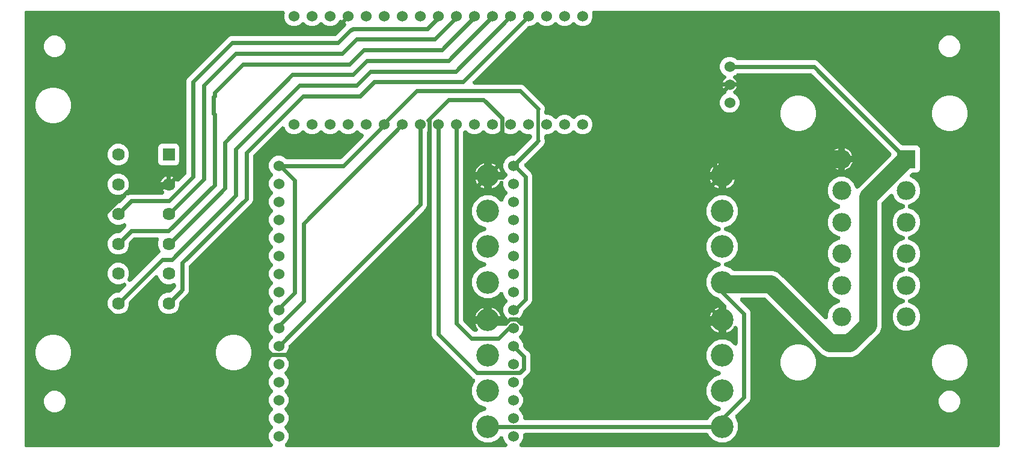
<source format=gbr>
G04 EAGLE Gerber X2 export*
%TF.Part,Single*%
%TF.FileFunction,Copper,L2,Bot,Mixed*%
%TF.FilePolarity,Positive*%
%TF.GenerationSoftware,Autodesk,EAGLE,9.1.2*%
%TF.CreationDate,2018-08-08T23:14:23Z*%
G75*
%MOMM*%
%FSLAX34Y34*%
%LPD*%
%AMOC8*
5,1,8,0,0,1.08239X$1,22.5*%
G01*
%ADD10R,1.785000X1.785000*%
%ADD11C,1.785000*%
%ADD12C,2.655000*%
%ADD13R,2.655000X2.655000*%
%ADD14C,1.530000*%
%ADD15C,3.196000*%
%ADD16C,1.524000*%
%ADD17C,0.609600*%
%ADD18C,2.540000*%
%ADD19C,0.508000*%

G36*
X1367868Y35567D02*
X1367868Y35567D01*
X1367944Y35565D01*
X1368113Y35587D01*
X1368284Y35601D01*
X1368358Y35619D01*
X1368433Y35629D01*
X1368597Y35678D01*
X1368763Y35719D01*
X1368832Y35749D01*
X1368906Y35771D01*
X1369059Y35847D01*
X1369216Y35914D01*
X1369280Y35955D01*
X1369349Y35988D01*
X1369488Y36087D01*
X1369632Y36179D01*
X1369689Y36230D01*
X1369751Y36274D01*
X1369872Y36394D01*
X1370000Y36508D01*
X1370048Y36567D01*
X1370102Y36621D01*
X1370203Y36759D01*
X1370310Y36892D01*
X1370347Y36958D01*
X1370392Y37019D01*
X1370469Y37172D01*
X1370554Y37320D01*
X1370580Y37392D01*
X1370615Y37460D01*
X1370666Y37623D01*
X1370725Y37783D01*
X1370740Y37858D01*
X1370763Y37930D01*
X1370775Y38035D01*
X1370820Y38267D01*
X1370827Y38503D01*
X1370839Y38608D01*
X1370839Y647092D01*
X1370833Y647168D01*
X1370835Y647244D01*
X1370813Y647413D01*
X1370799Y647584D01*
X1370781Y647658D01*
X1370771Y647733D01*
X1370722Y647897D01*
X1370681Y648063D01*
X1370651Y648132D01*
X1370629Y648206D01*
X1370553Y648359D01*
X1370486Y648516D01*
X1370445Y648580D01*
X1370412Y648649D01*
X1370313Y648788D01*
X1370221Y648932D01*
X1370170Y648989D01*
X1370126Y649051D01*
X1370006Y649172D01*
X1369892Y649300D01*
X1369833Y649348D01*
X1369779Y649402D01*
X1369641Y649503D01*
X1369508Y649610D01*
X1369442Y649647D01*
X1369381Y649692D01*
X1369228Y649769D01*
X1369080Y649854D01*
X1369008Y649880D01*
X1368940Y649915D01*
X1368777Y649966D01*
X1368617Y650025D01*
X1368542Y650040D01*
X1368470Y650063D01*
X1368365Y650075D01*
X1368133Y650120D01*
X1367897Y650127D01*
X1367792Y650139D01*
X799893Y650139D01*
X799713Y650125D01*
X799532Y650118D01*
X799467Y650105D01*
X799401Y650099D01*
X799226Y650056D01*
X799049Y650020D01*
X798987Y649997D01*
X798922Y649981D01*
X798756Y649909D01*
X798587Y649846D01*
X798530Y649812D01*
X798469Y649786D01*
X798317Y649689D01*
X798160Y649599D01*
X798109Y649557D01*
X798053Y649521D01*
X797918Y649401D01*
X797778Y649286D01*
X797734Y649237D01*
X797685Y649192D01*
X797572Y649052D01*
X797452Y648917D01*
X797417Y648860D01*
X797375Y648808D01*
X797286Y648652D01*
X797190Y648499D01*
X797164Y648437D01*
X797131Y648380D01*
X797068Y648211D01*
X796998Y648044D01*
X796982Y647979D01*
X796959Y647917D01*
X796925Y647740D01*
X796882Y647565D01*
X796877Y647498D01*
X796865Y647433D01*
X796859Y647253D01*
X796846Y647073D01*
X796851Y647006D01*
X796849Y646940D01*
X796873Y646761D01*
X796889Y646581D01*
X796903Y646530D01*
X796914Y646451D01*
X797056Y645979D01*
X797071Y645948D01*
X797077Y645926D01*
X797447Y645034D01*
X797447Y639566D01*
X795354Y634513D01*
X791487Y630646D01*
X786434Y628553D01*
X780966Y628553D01*
X775913Y630646D01*
X773155Y633404D01*
X773097Y633454D01*
X773044Y633509D01*
X772909Y633613D01*
X772779Y633724D01*
X772714Y633763D01*
X772653Y633810D01*
X772503Y633890D01*
X772356Y633979D01*
X772285Y634007D01*
X772218Y634043D01*
X772057Y634098D01*
X771898Y634162D01*
X771824Y634178D01*
X771752Y634203D01*
X771583Y634231D01*
X771416Y634268D01*
X771340Y634273D01*
X771265Y634285D01*
X771094Y634286D01*
X770924Y634296D01*
X770848Y634288D01*
X770772Y634288D01*
X770603Y634262D01*
X770433Y634244D01*
X770360Y634224D01*
X770285Y634212D01*
X770122Y634158D01*
X769958Y634113D01*
X769888Y634081D01*
X769816Y634058D01*
X769665Y633979D01*
X769509Y633907D01*
X769446Y633865D01*
X769378Y633830D01*
X769296Y633764D01*
X769100Y633632D01*
X768928Y633470D01*
X768845Y633404D01*
X766087Y630646D01*
X761034Y628553D01*
X755566Y628553D01*
X750513Y630646D01*
X747755Y633404D01*
X747697Y633454D01*
X747644Y633509D01*
X747509Y633613D01*
X747379Y633724D01*
X747314Y633763D01*
X747253Y633810D01*
X747103Y633890D01*
X746956Y633979D01*
X746885Y634007D01*
X746818Y634043D01*
X746657Y634098D01*
X746498Y634162D01*
X746424Y634178D01*
X746352Y634203D01*
X746183Y634231D01*
X746016Y634268D01*
X745940Y634273D01*
X745865Y634285D01*
X745694Y634286D01*
X745524Y634296D01*
X745448Y634288D01*
X745372Y634288D01*
X745203Y634262D01*
X745033Y634244D01*
X744960Y634224D01*
X744885Y634212D01*
X744722Y634158D01*
X744558Y634113D01*
X744488Y634081D01*
X744416Y634058D01*
X744265Y633979D01*
X744109Y633907D01*
X744046Y633865D01*
X743978Y633830D01*
X743896Y633764D01*
X743700Y633632D01*
X743528Y633470D01*
X743445Y633404D01*
X740687Y630646D01*
X735634Y628553D01*
X730166Y628553D01*
X725113Y630646D01*
X722355Y633404D01*
X722297Y633454D01*
X722244Y633509D01*
X722109Y633613D01*
X721979Y633724D01*
X721914Y633763D01*
X721853Y633810D01*
X721703Y633890D01*
X721556Y633979D01*
X721485Y634007D01*
X721418Y634043D01*
X721257Y634098D01*
X721098Y634162D01*
X721024Y634178D01*
X720952Y634203D01*
X720783Y634231D01*
X720616Y634268D01*
X720540Y634273D01*
X720465Y634285D01*
X720294Y634286D01*
X720124Y634296D01*
X720048Y634288D01*
X719972Y634288D01*
X719803Y634262D01*
X719633Y634244D01*
X719560Y634224D01*
X719485Y634212D01*
X719322Y634158D01*
X719158Y634113D01*
X719088Y634081D01*
X719016Y634058D01*
X718865Y633979D01*
X718709Y633907D01*
X718646Y633865D01*
X718578Y633830D01*
X718496Y633764D01*
X718300Y633632D01*
X718128Y633470D01*
X718045Y633404D01*
X715287Y630646D01*
X710234Y628553D01*
X707748Y628553D01*
X707634Y628544D01*
X707520Y628545D01*
X707389Y628524D01*
X707256Y628513D01*
X707146Y628486D01*
X707033Y628468D01*
X706906Y628427D01*
X706778Y628395D01*
X706673Y628350D01*
X706564Y628314D01*
X706446Y628252D01*
X706324Y628200D01*
X706228Y628139D01*
X706127Y628086D01*
X706053Y628027D01*
X705908Y627935D01*
X705666Y627719D01*
X705593Y627661D01*
X629401Y551469D01*
X629377Y551440D01*
X629348Y551414D01*
X629217Y551252D01*
X629082Y551093D01*
X629062Y551060D01*
X629038Y551030D01*
X628935Y550850D01*
X628827Y550670D01*
X628813Y550635D01*
X628794Y550602D01*
X628722Y550406D01*
X628644Y550212D01*
X628636Y550175D01*
X628623Y550139D01*
X628583Y549934D01*
X628537Y549730D01*
X628535Y549692D01*
X628528Y549655D01*
X628521Y549447D01*
X628510Y549238D01*
X628514Y549200D01*
X628513Y549162D01*
X628540Y548955D01*
X628562Y548747D01*
X628572Y548711D01*
X628577Y548673D01*
X628637Y548473D01*
X628693Y548272D01*
X628708Y548237D01*
X628719Y548200D01*
X628811Y548013D01*
X628898Y547823D01*
X628920Y547791D01*
X628936Y547757D01*
X629057Y547587D01*
X629174Y547414D01*
X629200Y547386D01*
X629222Y547355D01*
X629369Y547206D01*
X629512Y547054D01*
X629542Y547031D01*
X629569Y547004D01*
X629737Y546881D01*
X629903Y546754D01*
X629936Y546736D01*
X629967Y546714D01*
X630154Y546620D01*
X630338Y546521D01*
X630374Y546509D01*
X630408Y546491D01*
X630607Y546429D01*
X630804Y546361D01*
X630842Y546355D01*
X630878Y546343D01*
X630971Y546333D01*
X631291Y546278D01*
X631463Y546277D01*
X631556Y546267D01*
X697497Y546267D01*
X700858Y544875D01*
X728653Y517080D01*
X730045Y513719D01*
X730045Y510081D01*
X729769Y509415D01*
X729766Y509405D01*
X729761Y509397D01*
X729689Y509167D01*
X729617Y508945D01*
X729616Y508936D01*
X729613Y508926D01*
X729609Y508886D01*
X729544Y508457D01*
X729546Y508326D01*
X729537Y508248D01*
X729537Y506694D01*
X729543Y506618D01*
X729541Y506542D01*
X729563Y506373D01*
X729577Y506202D01*
X729595Y506128D01*
X729605Y506053D01*
X729654Y505889D01*
X729695Y505723D01*
X729725Y505654D01*
X729747Y505580D01*
X729823Y505427D01*
X729890Y505270D01*
X729931Y505206D01*
X729964Y505137D01*
X730063Y504998D01*
X730155Y504854D01*
X730206Y504797D01*
X730250Y504735D01*
X730370Y504614D01*
X730484Y504486D01*
X730543Y504438D01*
X730597Y504384D01*
X730735Y504283D01*
X730868Y504176D01*
X730934Y504139D01*
X730995Y504094D01*
X731148Y504017D01*
X731296Y503932D01*
X731368Y503906D01*
X731436Y503871D01*
X731599Y503820D01*
X731759Y503761D01*
X731834Y503746D01*
X731906Y503723D01*
X732011Y503711D01*
X732243Y503666D01*
X732479Y503659D01*
X732584Y503647D01*
X735634Y503647D01*
X740687Y501554D01*
X743445Y498796D01*
X743503Y498746D01*
X743555Y498691D01*
X743691Y498587D01*
X743821Y498476D01*
X743887Y498437D01*
X743947Y498390D01*
X744097Y498310D01*
X744244Y498222D01*
X744314Y498193D01*
X744382Y498157D01*
X744543Y498102D01*
X744702Y498038D01*
X744776Y498022D01*
X744848Y497997D01*
X745017Y497969D01*
X745183Y497932D01*
X745260Y497927D01*
X745335Y497915D01*
X745506Y497914D01*
X745676Y497904D01*
X745752Y497912D01*
X745828Y497912D01*
X745997Y497938D01*
X746167Y497956D01*
X746240Y497976D01*
X746315Y497988D01*
X746478Y498042D01*
X746642Y498087D01*
X746712Y498119D01*
X746784Y498142D01*
X746936Y498221D01*
X747091Y498293D01*
X747154Y498335D01*
X747222Y498370D01*
X747304Y498436D01*
X747500Y498568D01*
X747672Y498730D01*
X747755Y498796D01*
X750513Y501554D01*
X755566Y503647D01*
X761034Y503647D01*
X766087Y501554D01*
X768845Y498796D01*
X768903Y498746D01*
X768955Y498691D01*
X769091Y498587D01*
X769221Y498476D01*
X769287Y498437D01*
X769347Y498390D01*
X769497Y498310D01*
X769644Y498222D01*
X769714Y498193D01*
X769782Y498157D01*
X769943Y498102D01*
X770102Y498038D01*
X770176Y498022D01*
X770248Y497997D01*
X770417Y497969D01*
X770583Y497932D01*
X770660Y497927D01*
X770735Y497915D01*
X770906Y497914D01*
X771076Y497904D01*
X771152Y497912D01*
X771228Y497912D01*
X771397Y497938D01*
X771567Y497956D01*
X771640Y497976D01*
X771715Y497988D01*
X771878Y498042D01*
X772042Y498087D01*
X772112Y498119D01*
X772184Y498142D01*
X772336Y498221D01*
X772491Y498293D01*
X772554Y498335D01*
X772622Y498370D01*
X772704Y498436D01*
X772900Y498568D01*
X773072Y498730D01*
X773155Y498796D01*
X775913Y501554D01*
X780966Y503647D01*
X786434Y503647D01*
X791487Y501554D01*
X795354Y497687D01*
X797447Y492634D01*
X797447Y487166D01*
X795354Y482113D01*
X791487Y478246D01*
X786434Y476153D01*
X780966Y476153D01*
X775913Y478246D01*
X773155Y481004D01*
X773097Y481054D01*
X773044Y481109D01*
X772909Y481213D01*
X772779Y481324D01*
X772714Y481363D01*
X772653Y481410D01*
X772503Y481490D01*
X772356Y481579D01*
X772285Y481607D01*
X772218Y481643D01*
X772057Y481698D01*
X771898Y481762D01*
X771824Y481778D01*
X771752Y481803D01*
X771583Y481831D01*
X771416Y481868D01*
X771340Y481873D01*
X771265Y481885D01*
X771094Y481886D01*
X770924Y481896D01*
X770848Y481888D01*
X770772Y481888D01*
X770603Y481862D01*
X770433Y481844D01*
X770360Y481824D01*
X770285Y481812D01*
X770122Y481758D01*
X769958Y481713D01*
X769888Y481681D01*
X769816Y481658D01*
X769665Y481579D01*
X769509Y481507D01*
X769446Y481465D01*
X769378Y481430D01*
X769296Y481364D01*
X769100Y481232D01*
X768928Y481070D01*
X768845Y481004D01*
X766087Y478246D01*
X761034Y476153D01*
X755566Y476153D01*
X750513Y478246D01*
X747755Y481004D01*
X747697Y481054D01*
X747644Y481109D01*
X747509Y481213D01*
X747379Y481324D01*
X747314Y481363D01*
X747253Y481410D01*
X747103Y481490D01*
X746956Y481579D01*
X746885Y481607D01*
X746818Y481643D01*
X746657Y481698D01*
X746498Y481762D01*
X746424Y481778D01*
X746352Y481803D01*
X746183Y481831D01*
X746016Y481868D01*
X745940Y481873D01*
X745865Y481885D01*
X745694Y481886D01*
X745524Y481896D01*
X745448Y481888D01*
X745372Y481888D01*
X745203Y481862D01*
X745033Y481844D01*
X744960Y481824D01*
X744885Y481812D01*
X744722Y481758D01*
X744558Y481713D01*
X744488Y481681D01*
X744416Y481658D01*
X744265Y481579D01*
X744109Y481507D01*
X744046Y481465D01*
X743978Y481430D01*
X743896Y481364D01*
X743700Y481232D01*
X743528Y481070D01*
X743445Y481004D01*
X740687Y478246D01*
X735634Y476153D01*
X732584Y476153D01*
X732508Y476147D01*
X732432Y476149D01*
X732263Y476127D01*
X732092Y476113D01*
X732018Y476095D01*
X731943Y476085D01*
X731779Y476036D01*
X731613Y475995D01*
X731544Y475965D01*
X731470Y475943D01*
X731317Y475867D01*
X731160Y475800D01*
X731096Y475759D01*
X731027Y475726D01*
X730888Y475627D01*
X730744Y475535D01*
X730687Y475484D01*
X730625Y475440D01*
X730504Y475320D01*
X730376Y475206D01*
X730328Y475147D01*
X730274Y475093D01*
X730173Y474955D01*
X730066Y474822D01*
X730029Y474756D01*
X729984Y474695D01*
X729907Y474542D01*
X729822Y474394D01*
X729796Y474322D01*
X729761Y474254D01*
X729710Y474091D01*
X729651Y473931D01*
X729636Y473856D01*
X729613Y473784D01*
X729601Y473679D01*
X729556Y473447D01*
X729549Y473211D01*
X729537Y473106D01*
X729537Y470552D01*
X729538Y470542D01*
X729537Y470532D01*
X729558Y470296D01*
X729577Y470060D01*
X729579Y470050D01*
X729580Y470041D01*
X729591Y470002D01*
X729695Y469581D01*
X729747Y469461D01*
X729769Y469385D01*
X730045Y468719D01*
X730045Y465081D01*
X728653Y461720D01*
X701930Y434997D01*
X701880Y434939D01*
X701825Y434887D01*
X701721Y434751D01*
X701610Y434621D01*
X701571Y434556D01*
X701524Y434495D01*
X701444Y434345D01*
X701356Y434199D01*
X701327Y434128D01*
X701291Y434061D01*
X701236Y433899D01*
X701172Y433740D01*
X701156Y433666D01*
X701131Y433594D01*
X701103Y433425D01*
X701066Y433259D01*
X701061Y433183D01*
X701049Y433108D01*
X701048Y432937D01*
X701038Y432766D01*
X701046Y432690D01*
X701046Y432614D01*
X701072Y432445D01*
X701090Y432276D01*
X701110Y432202D01*
X701122Y432127D01*
X701176Y431965D01*
X701221Y431800D01*
X701253Y431731D01*
X701276Y431658D01*
X701355Y431507D01*
X701427Y431352D01*
X701469Y431288D01*
X701504Y431221D01*
X701570Y431138D01*
X701702Y430942D01*
X701864Y430770D01*
X701930Y430688D01*
X707873Y424744D01*
X707874Y424743D01*
X710875Y421743D01*
X712267Y418382D01*
X712267Y242218D01*
X710875Y238857D01*
X700539Y228522D01*
X700465Y228435D01*
X700384Y228355D01*
X700306Y228247D01*
X700220Y228146D01*
X700161Y228048D01*
X700094Y227956D01*
X700034Y227838D01*
X699965Y227724D01*
X699923Y227617D01*
X699871Y227516D01*
X699831Y227389D01*
X699782Y227265D01*
X699757Y227154D01*
X699723Y227045D01*
X699713Y226952D01*
X699675Y226784D01*
X699657Y226460D01*
X699647Y226367D01*
X699647Y225966D01*
X697554Y220913D01*
X694796Y218155D01*
X694746Y218097D01*
X694691Y218044D01*
X694587Y217909D01*
X694476Y217779D01*
X694437Y217714D01*
X694390Y217653D01*
X694310Y217503D01*
X694221Y217356D01*
X694193Y217285D01*
X694157Y217218D01*
X694102Y217057D01*
X694038Y216898D01*
X694022Y216824D01*
X693997Y216752D01*
X693969Y216583D01*
X693932Y216416D01*
X693927Y216340D01*
X693915Y216265D01*
X693914Y216094D01*
X693904Y215924D01*
X693912Y215848D01*
X693912Y215772D01*
X693938Y215603D01*
X693956Y215433D01*
X693976Y215360D01*
X693988Y215285D01*
X694042Y215122D01*
X694087Y214958D01*
X694119Y214888D01*
X694142Y214816D01*
X694221Y214665D01*
X694293Y214509D01*
X694335Y214446D01*
X694370Y214378D01*
X694436Y214296D01*
X694568Y214100D01*
X694730Y213928D01*
X694796Y213845D01*
X697554Y211087D01*
X699647Y206034D01*
X699647Y200566D01*
X697554Y195513D01*
X694796Y192755D01*
X694746Y192697D01*
X694691Y192644D01*
X694587Y192509D01*
X694476Y192379D01*
X694437Y192314D01*
X694390Y192253D01*
X694310Y192103D01*
X694221Y191956D01*
X694193Y191885D01*
X694157Y191818D01*
X694102Y191657D01*
X694038Y191498D01*
X694022Y191424D01*
X693997Y191352D01*
X693969Y191183D01*
X693932Y191016D01*
X693927Y190940D01*
X693915Y190865D01*
X693914Y190694D01*
X693904Y190524D01*
X693912Y190448D01*
X693912Y190372D01*
X693938Y190203D01*
X693956Y190033D01*
X693976Y189960D01*
X693988Y189885D01*
X694042Y189722D01*
X694087Y189558D01*
X694119Y189488D01*
X694142Y189416D01*
X694221Y189265D01*
X694293Y189109D01*
X694335Y189046D01*
X694370Y188978D01*
X694436Y188896D01*
X694568Y188700D01*
X694730Y188528D01*
X694796Y188445D01*
X697554Y185687D01*
X699647Y180634D01*
X699647Y178348D01*
X699656Y178234D01*
X699655Y178120D01*
X699676Y177989D01*
X699687Y177856D01*
X699714Y177746D01*
X699732Y177633D01*
X699773Y177507D01*
X699805Y177378D01*
X699850Y177273D01*
X699886Y177164D01*
X699948Y177046D01*
X700000Y176924D01*
X700061Y176828D01*
X700114Y176727D01*
X700173Y176653D01*
X700265Y176508D01*
X700481Y176266D01*
X700539Y176193D01*
X705651Y171081D01*
X705652Y171081D01*
X708653Y168080D01*
X710045Y164719D01*
X710045Y144081D01*
X708653Y140720D01*
X705652Y137719D01*
X705651Y137719D01*
X700536Y132603D01*
X700402Y132445D01*
X700384Y132428D01*
X700372Y132411D01*
X700249Y132272D01*
X700234Y132249D01*
X700216Y132227D01*
X700113Y132056D01*
X700094Y132029D01*
X700081Y132004D01*
X699987Y131854D01*
X699976Y131829D01*
X699962Y131805D01*
X699891Y131628D01*
X699871Y131589D01*
X699860Y131552D01*
X699796Y131400D01*
X699789Y131373D01*
X699779Y131347D01*
X699740Y131172D01*
X699723Y131118D01*
X699719Y131081D01*
X699680Y130920D01*
X699678Y130892D01*
X699672Y130865D01*
X699660Y130647D01*
X699643Y130428D01*
X699646Y130400D01*
X699644Y130373D01*
X699647Y130350D01*
X699647Y124366D01*
X697554Y119313D01*
X694796Y116555D01*
X694746Y116497D01*
X694691Y116444D01*
X694587Y116309D01*
X694476Y116179D01*
X694437Y116114D01*
X694390Y116053D01*
X694310Y115903D01*
X694221Y115756D01*
X694193Y115685D01*
X694157Y115618D01*
X694102Y115457D01*
X694038Y115298D01*
X694022Y115224D01*
X693997Y115152D01*
X693969Y114983D01*
X693932Y114816D01*
X693927Y114740D01*
X693915Y114665D01*
X693914Y114494D01*
X693904Y114324D01*
X693912Y114248D01*
X693912Y114172D01*
X693938Y114003D01*
X693956Y113833D01*
X693976Y113760D01*
X693988Y113685D01*
X694042Y113522D01*
X694087Y113358D01*
X694119Y113288D01*
X694142Y113216D01*
X694221Y113065D01*
X694293Y112909D01*
X694335Y112846D01*
X694370Y112778D01*
X694436Y112696D01*
X694568Y112500D01*
X694730Y112328D01*
X694796Y112245D01*
X697554Y109487D01*
X699647Y104434D01*
X699647Y98966D01*
X697554Y93913D01*
X694796Y91155D01*
X694746Y91097D01*
X694691Y91044D01*
X694587Y90909D01*
X694476Y90779D01*
X694437Y90714D01*
X694390Y90653D01*
X694310Y90503D01*
X694221Y90356D01*
X694193Y90285D01*
X694157Y90218D01*
X694102Y90057D01*
X694038Y89898D01*
X694022Y89824D01*
X693997Y89752D01*
X693969Y89583D01*
X693932Y89416D01*
X693927Y89340D01*
X693915Y89265D01*
X693914Y89094D01*
X693904Y88924D01*
X693912Y88848D01*
X693912Y88772D01*
X693938Y88603D01*
X693956Y88433D01*
X693976Y88360D01*
X693988Y88285D01*
X694042Y88122D01*
X694087Y87958D01*
X694119Y87888D01*
X694142Y87816D01*
X694221Y87665D01*
X694293Y87509D01*
X694335Y87446D01*
X694370Y87378D01*
X694436Y87296D01*
X694568Y87100D01*
X694730Y86928D01*
X694796Y86845D01*
X697554Y84087D01*
X699647Y79034D01*
X699647Y76792D01*
X699653Y76716D01*
X699651Y76640D01*
X699673Y76471D01*
X699687Y76300D01*
X699705Y76226D01*
X699715Y76151D01*
X699764Y75987D01*
X699805Y75821D01*
X699835Y75752D01*
X699857Y75678D01*
X699933Y75525D01*
X700000Y75368D01*
X700041Y75304D01*
X700074Y75235D01*
X700173Y75096D01*
X700265Y74952D01*
X700316Y74895D01*
X700360Y74833D01*
X700480Y74712D01*
X700594Y74584D01*
X700653Y74536D01*
X700707Y74482D01*
X700845Y74381D01*
X700978Y74274D01*
X701044Y74237D01*
X701105Y74192D01*
X701258Y74115D01*
X701406Y74030D01*
X701478Y74004D01*
X701546Y73969D01*
X701709Y73918D01*
X701869Y73859D01*
X701944Y73844D01*
X702016Y73821D01*
X702121Y73809D01*
X702353Y73764D01*
X702589Y73757D01*
X702694Y73745D01*
X958156Y73745D01*
X958374Y73762D01*
X958592Y73776D01*
X958619Y73782D01*
X958648Y73785D01*
X958860Y73837D01*
X959073Y73886D01*
X959099Y73897D01*
X959127Y73903D01*
X959327Y73989D01*
X959530Y74072D01*
X959554Y74087D01*
X959580Y74098D01*
X959764Y74215D01*
X959951Y74329D01*
X959972Y74348D01*
X959996Y74363D01*
X960159Y74508D01*
X960324Y74651D01*
X960343Y74673D01*
X960364Y74692D01*
X960501Y74862D01*
X960642Y75029D01*
X960653Y75049D01*
X960674Y75076D01*
X960918Y75504D01*
X960946Y75580D01*
X960971Y75626D01*
X961584Y77106D01*
X967794Y83316D01*
X976169Y86785D01*
X976203Y86802D01*
X976239Y86815D01*
X976423Y86915D01*
X976608Y87010D01*
X976639Y87032D01*
X976673Y87051D01*
X976837Y87178D01*
X977005Y87303D01*
X977032Y87330D01*
X977062Y87353D01*
X977204Y87506D01*
X977350Y87656D01*
X977372Y87687D01*
X977398Y87715D01*
X977513Y87889D01*
X977633Y88060D01*
X977649Y88094D01*
X977670Y88126D01*
X977756Y88316D01*
X977847Y88504D01*
X977858Y88541D01*
X977873Y88576D01*
X977927Y88777D01*
X977986Y88978D01*
X977991Y89016D01*
X978001Y89052D01*
X978022Y89260D01*
X978048Y89467D01*
X978046Y89505D01*
X978050Y89543D01*
X978037Y89752D01*
X978029Y89960D01*
X978022Y89998D01*
X978019Y90036D01*
X977973Y90239D01*
X977931Y90444D01*
X977918Y90479D01*
X977909Y90517D01*
X977831Y90710D01*
X977757Y90905D01*
X977738Y90938D01*
X977723Y90974D01*
X977614Y91152D01*
X977510Y91332D01*
X977486Y91362D01*
X977466Y91394D01*
X977330Y91553D01*
X977198Y91714D01*
X977169Y91739D01*
X977144Y91768D01*
X976984Y91902D01*
X976828Y92041D01*
X976795Y92061D01*
X976766Y92085D01*
X976685Y92130D01*
X976410Y92303D01*
X976251Y92370D01*
X976169Y92415D01*
X967795Y95884D01*
X961584Y102095D01*
X958223Y110209D01*
X958223Y118991D01*
X961584Y127105D01*
X967794Y133316D01*
X976169Y136785D01*
X976203Y136802D01*
X976239Y136815D01*
X976423Y136915D01*
X976608Y137010D01*
X976639Y137032D01*
X976673Y137051D01*
X976837Y137178D01*
X977005Y137303D01*
X977032Y137330D01*
X977062Y137353D01*
X977204Y137506D01*
X977350Y137656D01*
X977372Y137687D01*
X977398Y137715D01*
X977513Y137889D01*
X977633Y138060D01*
X977649Y138094D01*
X977670Y138126D01*
X977756Y138316D01*
X977847Y138504D01*
X977858Y138541D01*
X977873Y138576D01*
X977927Y138777D01*
X977986Y138978D01*
X977991Y139016D01*
X978001Y139052D01*
X978022Y139260D01*
X978048Y139467D01*
X978046Y139505D01*
X978050Y139543D01*
X978037Y139752D01*
X978029Y139960D01*
X978022Y139998D01*
X978019Y140036D01*
X977973Y140239D01*
X977931Y140444D01*
X977918Y140479D01*
X977909Y140517D01*
X977831Y140710D01*
X977757Y140905D01*
X977738Y140938D01*
X977723Y140974D01*
X977614Y141152D01*
X977510Y141332D01*
X977486Y141362D01*
X977466Y141394D01*
X977330Y141553D01*
X977198Y141714D01*
X977169Y141739D01*
X977144Y141768D01*
X976984Y141902D01*
X976828Y142041D01*
X976795Y142061D01*
X976766Y142085D01*
X976685Y142130D01*
X976410Y142303D01*
X976251Y142370D01*
X976169Y142415D01*
X967795Y145884D01*
X961584Y152095D01*
X958223Y160209D01*
X958223Y168991D01*
X961584Y177105D01*
X967795Y183316D01*
X975909Y186677D01*
X984691Y186677D01*
X992805Y183316D01*
X996505Y179616D01*
X996534Y179591D01*
X996560Y179563D01*
X996722Y179432D01*
X996881Y179296D01*
X996914Y179277D01*
X996944Y179253D01*
X997125Y179150D01*
X997304Y179042D01*
X997339Y179028D01*
X997372Y179009D01*
X997568Y178936D01*
X997762Y178859D01*
X997799Y178851D01*
X997835Y178837D01*
X998040Y178797D01*
X998244Y178752D01*
X998282Y178750D01*
X998319Y178743D01*
X998527Y178736D01*
X998736Y178724D01*
X998774Y178728D01*
X998812Y178727D01*
X999019Y178754D01*
X999227Y178777D01*
X999263Y178787D01*
X999301Y178792D01*
X999501Y178852D01*
X999702Y178907D01*
X999737Y178923D01*
X999774Y178934D01*
X999961Y179026D01*
X1000151Y179113D01*
X1000182Y179134D01*
X1000217Y179151D01*
X1000387Y179272D01*
X1000560Y179388D01*
X1000588Y179414D01*
X1000619Y179436D01*
X1000767Y179583D01*
X1000920Y179726D01*
X1000943Y179756D01*
X1000970Y179783D01*
X1001093Y179952D01*
X1001220Y180118D01*
X1001238Y180151D01*
X1001260Y180182D01*
X1001354Y180368D01*
X1001453Y180552D01*
X1001466Y180588D01*
X1001483Y180622D01*
X1001545Y180821D01*
X1001613Y181019D01*
X1001619Y181057D01*
X1001631Y181093D01*
X1001641Y181185D01*
X1001696Y181505D01*
X1001697Y181677D01*
X1001707Y181771D01*
X1001707Y203265D01*
X1001692Y203454D01*
X1001684Y203644D01*
X1001672Y203700D01*
X1001667Y203756D01*
X1001622Y203941D01*
X1001583Y204127D01*
X1001562Y204180D01*
X1001549Y204235D01*
X1001474Y204409D01*
X1001405Y204587D01*
X1001377Y204636D01*
X1001354Y204688D01*
X1001252Y204849D01*
X1001156Y205013D01*
X1001120Y205056D01*
X1001089Y205105D01*
X1000962Y205246D01*
X1000841Y205392D01*
X1000798Y205430D01*
X1000760Y205472D01*
X1000613Y205592D01*
X1000469Y205717D01*
X1000421Y205747D01*
X1000376Y205782D01*
X1000212Y205876D01*
X1000050Y205976D01*
X999997Y205998D01*
X999948Y206026D01*
X999769Y206092D01*
X999594Y206165D01*
X999539Y206178D01*
X999485Y206198D01*
X999299Y206234D01*
X999114Y206278D01*
X999057Y206282D01*
X999001Y206293D01*
X998811Y206299D01*
X998622Y206312D01*
X998565Y206306D01*
X998508Y206308D01*
X998320Y206283D01*
X998131Y206265D01*
X998075Y206251D01*
X998019Y206244D01*
X997837Y206189D01*
X997653Y206141D01*
X997601Y206118D01*
X997547Y206101D01*
X997376Y206018D01*
X997202Y205941D01*
X997155Y205909D01*
X997103Y205884D01*
X996949Y205774D01*
X996790Y205670D01*
X996748Y205632D01*
X996701Y205599D01*
X996566Y205465D01*
X996426Y205337D01*
X996399Y205300D01*
X996350Y205252D01*
X996060Y204853D01*
X996039Y204813D01*
X996021Y204788D01*
X995732Y204288D01*
X994254Y202362D01*
X992538Y200646D01*
X990612Y199168D01*
X988509Y197954D01*
X986266Y197025D01*
X985749Y196886D01*
X985749Y212198D01*
X985743Y212274D01*
X985745Y212350D01*
X985723Y212519D01*
X985709Y212690D01*
X985691Y212763D01*
X985681Y212839D01*
X985632Y213003D01*
X985591Y213168D01*
X985561Y213238D01*
X985539Y213311D01*
X985463Y213465D01*
X985396Y213622D01*
X985355Y213686D01*
X985322Y213754D01*
X985223Y213894D01*
X985131Y214038D01*
X985080Y214095D01*
X985036Y214157D01*
X984916Y214278D01*
X984802Y214406D01*
X984743Y214454D01*
X984689Y214508D01*
X984568Y214596D01*
X984599Y214624D01*
X984661Y214668D01*
X984782Y214788D01*
X984910Y214902D01*
X984958Y214961D01*
X985012Y215015D01*
X985113Y215153D01*
X985220Y215286D01*
X985257Y215352D01*
X985302Y215414D01*
X985379Y215566D01*
X985464Y215715D01*
X985490Y215786D01*
X985525Y215854D01*
X985576Y216017D01*
X985635Y216177D01*
X985650Y216252D01*
X985673Y216324D01*
X985685Y216429D01*
X985730Y216661D01*
X985737Y216897D01*
X985749Y217002D01*
X985749Y234021D01*
X985740Y234135D01*
X985741Y234249D01*
X985720Y234380D01*
X985709Y234513D01*
X985682Y234623D01*
X985664Y234736D01*
X985623Y234862D01*
X985591Y234991D01*
X985546Y235096D01*
X985510Y235205D01*
X985448Y235323D01*
X985396Y235445D01*
X985335Y235541D01*
X985282Y235642D01*
X985223Y235716D01*
X985131Y235861D01*
X984915Y236103D01*
X984857Y236176D01*
X975314Y245719D01*
X975306Y245725D01*
X975300Y245732D01*
X975119Y245884D01*
X974938Y246038D01*
X974929Y246043D01*
X974922Y246049D01*
X974887Y246069D01*
X974515Y246293D01*
X974394Y246341D01*
X974325Y246379D01*
X967794Y249084D01*
X961584Y255295D01*
X958223Y263409D01*
X958223Y272191D01*
X961584Y280305D01*
X967794Y286516D01*
X976169Y289985D01*
X976203Y290002D01*
X976239Y290015D01*
X976423Y290115D01*
X976608Y290210D01*
X976639Y290232D01*
X976673Y290251D01*
X976837Y290378D01*
X977005Y290503D01*
X977032Y290530D01*
X977062Y290553D01*
X977204Y290706D01*
X977350Y290856D01*
X977372Y290887D01*
X977398Y290915D01*
X977513Y291089D01*
X977633Y291260D01*
X977649Y291294D01*
X977670Y291326D01*
X977756Y291516D01*
X977847Y291704D01*
X977858Y291741D01*
X977873Y291776D01*
X977927Y291977D01*
X977986Y292178D01*
X977991Y292216D01*
X978001Y292252D01*
X978022Y292460D01*
X978048Y292667D01*
X978046Y292705D01*
X978050Y292743D01*
X978037Y292952D01*
X978029Y293160D01*
X978022Y293198D01*
X978019Y293236D01*
X977973Y293439D01*
X977931Y293644D01*
X977918Y293679D01*
X977909Y293717D01*
X977831Y293910D01*
X977757Y294105D01*
X977738Y294138D01*
X977723Y294174D01*
X977614Y294352D01*
X977510Y294532D01*
X977486Y294562D01*
X977466Y294594D01*
X977330Y294753D01*
X977198Y294914D01*
X977169Y294939D01*
X977144Y294968D01*
X976984Y295102D01*
X976828Y295241D01*
X976795Y295261D01*
X976766Y295285D01*
X976685Y295330D01*
X976410Y295503D01*
X976251Y295570D01*
X976169Y295615D01*
X967795Y299084D01*
X961584Y305295D01*
X958223Y313409D01*
X958223Y322191D01*
X961584Y330305D01*
X967794Y336516D01*
X976169Y339985D01*
X976203Y340002D01*
X976239Y340015D01*
X976423Y340115D01*
X976608Y340210D01*
X976639Y340232D01*
X976673Y340251D01*
X976837Y340378D01*
X977005Y340503D01*
X977032Y340530D01*
X977062Y340553D01*
X977204Y340706D01*
X977350Y340856D01*
X977372Y340887D01*
X977398Y340915D01*
X977513Y341089D01*
X977633Y341260D01*
X977649Y341294D01*
X977670Y341326D01*
X977756Y341516D01*
X977847Y341704D01*
X977858Y341741D01*
X977873Y341776D01*
X977927Y341977D01*
X977986Y342178D01*
X977991Y342216D01*
X978001Y342252D01*
X978022Y342460D01*
X978048Y342667D01*
X978046Y342705D01*
X978050Y342743D01*
X978037Y342952D01*
X978029Y343160D01*
X978022Y343198D01*
X978019Y343236D01*
X977973Y343439D01*
X977931Y343644D01*
X977918Y343679D01*
X977909Y343717D01*
X977831Y343910D01*
X977757Y344105D01*
X977738Y344138D01*
X977723Y344174D01*
X977614Y344352D01*
X977510Y344532D01*
X977486Y344562D01*
X977466Y344594D01*
X977330Y344753D01*
X977198Y344914D01*
X977169Y344939D01*
X977144Y344968D01*
X976984Y345102D01*
X976828Y345241D01*
X976795Y345261D01*
X976766Y345285D01*
X976685Y345330D01*
X976410Y345503D01*
X976251Y345570D01*
X976169Y345615D01*
X967795Y349084D01*
X961584Y355295D01*
X958223Y363409D01*
X958223Y372191D01*
X961584Y380305D01*
X967795Y386516D01*
X975909Y389877D01*
X984691Y389877D01*
X992805Y386516D01*
X999016Y380305D01*
X1002377Y372191D01*
X1002377Y363409D01*
X999016Y355295D01*
X992805Y349084D01*
X984431Y345615D01*
X984397Y345598D01*
X984361Y345585D01*
X984177Y345485D01*
X983992Y345390D01*
X983961Y345368D01*
X983927Y345349D01*
X983762Y345221D01*
X983595Y345097D01*
X983568Y345070D01*
X983538Y345047D01*
X983396Y344893D01*
X983250Y344744D01*
X983228Y344713D01*
X983202Y344685D01*
X983087Y344511D01*
X982967Y344340D01*
X982951Y344306D01*
X982930Y344274D01*
X982844Y344084D01*
X982753Y343895D01*
X982742Y343859D01*
X982727Y343824D01*
X982673Y343623D01*
X982614Y343422D01*
X982609Y343384D01*
X982599Y343348D01*
X982578Y343140D01*
X982552Y342933D01*
X982554Y342895D01*
X982550Y342857D01*
X982563Y342648D01*
X982571Y342440D01*
X982578Y342402D01*
X982581Y342364D01*
X982627Y342161D01*
X982669Y341956D01*
X982682Y341921D01*
X982691Y341883D01*
X982769Y341690D01*
X982843Y341495D01*
X982862Y341462D01*
X982877Y341426D01*
X982985Y341248D01*
X983090Y341068D01*
X983114Y341038D01*
X983134Y341006D01*
X983271Y340847D01*
X983402Y340686D01*
X983431Y340661D01*
X983456Y340632D01*
X983616Y340497D01*
X983772Y340359D01*
X983804Y340339D01*
X983834Y340315D01*
X983915Y340269D01*
X984190Y340097D01*
X984348Y340030D01*
X984431Y339985D01*
X992806Y336516D01*
X999016Y330305D01*
X1002377Y322191D01*
X1002377Y313409D01*
X999016Y305295D01*
X992805Y299084D01*
X984431Y295615D01*
X984397Y295598D01*
X984361Y295585D01*
X984177Y295485D01*
X983992Y295390D01*
X983961Y295368D01*
X983927Y295349D01*
X983762Y295221D01*
X983595Y295097D01*
X983568Y295070D01*
X983538Y295047D01*
X983396Y294893D01*
X983250Y294744D01*
X983228Y294713D01*
X983202Y294685D01*
X983087Y294511D01*
X982967Y294340D01*
X982951Y294306D01*
X982930Y294274D01*
X982844Y294084D01*
X982753Y293895D01*
X982742Y293859D01*
X982727Y293824D01*
X982673Y293623D01*
X982614Y293422D01*
X982609Y293384D01*
X982599Y293348D01*
X982578Y293140D01*
X982552Y292933D01*
X982554Y292895D01*
X982550Y292857D01*
X982563Y292648D01*
X982571Y292440D01*
X982578Y292402D01*
X982581Y292364D01*
X982627Y292161D01*
X982669Y291956D01*
X982682Y291921D01*
X982691Y291883D01*
X982769Y291690D01*
X982843Y291495D01*
X982862Y291462D01*
X982877Y291426D01*
X982985Y291248D01*
X983090Y291068D01*
X983114Y291038D01*
X983134Y291006D01*
X983271Y290847D01*
X983402Y290686D01*
X983431Y290661D01*
X983456Y290632D01*
X983616Y290497D01*
X983772Y290359D01*
X983804Y290339D01*
X983834Y290315D01*
X983915Y290269D01*
X984190Y290097D01*
X984348Y290030D01*
X984431Y289985D01*
X992805Y286516D01*
X994632Y284689D01*
X994719Y284615D01*
X994799Y284534D01*
X994906Y284456D01*
X995008Y284370D01*
X995106Y284311D01*
X995198Y284244D01*
X995317Y284184D01*
X995430Y284115D01*
X995536Y284073D01*
X995638Y284021D01*
X995765Y283981D01*
X995889Y283932D01*
X996000Y283907D01*
X996109Y283873D01*
X996202Y283863D01*
X996370Y283825D01*
X996694Y283807D01*
X996787Y283797D01*
X1052099Y283797D01*
X1059008Y280935D01*
X1064724Y275219D01*
X1123626Y216317D01*
X1123655Y216292D01*
X1123681Y216264D01*
X1123843Y216133D01*
X1124002Y215997D01*
X1124035Y215978D01*
X1124065Y215954D01*
X1124245Y215851D01*
X1124425Y215743D01*
X1124460Y215729D01*
X1124493Y215710D01*
X1124689Y215637D01*
X1124883Y215560D01*
X1124920Y215551D01*
X1124956Y215538D01*
X1125161Y215498D01*
X1125365Y215453D01*
X1125403Y215451D01*
X1125440Y215443D01*
X1125648Y215437D01*
X1125857Y215425D01*
X1125895Y215429D01*
X1125933Y215428D01*
X1126140Y215455D01*
X1126348Y215477D01*
X1126384Y215488D01*
X1126422Y215493D01*
X1126622Y215553D01*
X1126823Y215608D01*
X1126858Y215624D01*
X1126895Y215635D01*
X1127082Y215727D01*
X1127272Y215814D01*
X1127304Y215835D01*
X1127338Y215852D01*
X1127508Y215973D01*
X1127681Y216089D01*
X1127709Y216115D01*
X1127740Y216137D01*
X1127889Y216284D01*
X1128041Y216427D01*
X1128064Y216457D01*
X1128091Y216484D01*
X1128214Y216653D01*
X1128341Y216818D01*
X1128359Y216852D01*
X1128381Y216883D01*
X1128475Y217069D01*
X1128574Y217253D01*
X1128586Y217289D01*
X1128604Y217323D01*
X1128666Y217522D01*
X1128734Y217720D01*
X1128740Y217757D01*
X1128752Y217794D01*
X1128762Y217886D01*
X1128817Y218206D01*
X1128818Y218378D01*
X1128828Y218472D01*
X1128828Y222903D01*
X1131777Y230023D01*
X1137227Y235473D01*
X1144438Y238460D01*
X1144472Y238477D01*
X1144508Y238490D01*
X1144692Y238590D01*
X1144877Y238685D01*
X1144908Y238707D01*
X1144942Y238726D01*
X1145106Y238854D01*
X1145274Y238978D01*
X1145301Y239005D01*
X1145331Y239028D01*
X1145473Y239182D01*
X1145619Y239331D01*
X1145641Y239362D01*
X1145667Y239390D01*
X1145782Y239564D01*
X1145902Y239735D01*
X1145918Y239769D01*
X1145939Y239801D01*
X1146025Y239991D01*
X1146116Y240179D01*
X1146127Y240216D01*
X1146142Y240251D01*
X1146196Y240452D01*
X1146255Y240653D01*
X1146260Y240691D01*
X1146270Y240727D01*
X1146291Y240935D01*
X1146317Y241142D01*
X1146315Y241180D01*
X1146319Y241218D01*
X1146306Y241427D01*
X1146298Y241635D01*
X1146291Y241673D01*
X1146288Y241711D01*
X1146242Y241914D01*
X1146200Y242119D01*
X1146187Y242154D01*
X1146178Y242192D01*
X1146100Y242385D01*
X1146026Y242580D01*
X1146007Y242613D01*
X1145992Y242648D01*
X1145883Y242827D01*
X1145779Y243007D01*
X1145755Y243037D01*
X1145735Y243069D01*
X1145599Y243228D01*
X1145467Y243389D01*
X1145438Y243414D01*
X1145413Y243443D01*
X1145253Y243577D01*
X1145097Y243716D01*
X1145065Y243736D01*
X1145035Y243760D01*
X1144954Y243805D01*
X1144679Y243978D01*
X1144521Y244045D01*
X1144438Y244090D01*
X1137227Y247077D01*
X1131777Y252527D01*
X1128828Y259647D01*
X1128828Y267353D01*
X1131777Y274473D01*
X1137227Y279923D01*
X1144438Y282910D01*
X1144472Y282927D01*
X1144508Y282940D01*
X1144692Y283040D01*
X1144877Y283135D01*
X1144908Y283157D01*
X1144942Y283176D01*
X1145106Y283304D01*
X1145274Y283428D01*
X1145301Y283455D01*
X1145331Y283478D01*
X1145473Y283632D01*
X1145619Y283781D01*
X1145641Y283812D01*
X1145667Y283840D01*
X1145782Y284014D01*
X1145902Y284185D01*
X1145918Y284219D01*
X1145939Y284251D01*
X1146025Y284441D01*
X1146116Y284629D01*
X1146127Y284666D01*
X1146142Y284701D01*
X1146196Y284902D01*
X1146255Y285103D01*
X1146260Y285141D01*
X1146270Y285177D01*
X1146291Y285385D01*
X1146317Y285592D01*
X1146315Y285630D01*
X1146319Y285668D01*
X1146306Y285877D01*
X1146298Y286085D01*
X1146291Y286123D01*
X1146288Y286161D01*
X1146242Y286364D01*
X1146200Y286569D01*
X1146187Y286604D01*
X1146178Y286642D01*
X1146100Y286835D01*
X1146026Y287030D01*
X1146007Y287063D01*
X1145992Y287098D01*
X1145883Y287277D01*
X1145779Y287457D01*
X1145755Y287487D01*
X1145735Y287519D01*
X1145599Y287678D01*
X1145467Y287839D01*
X1145438Y287864D01*
X1145413Y287893D01*
X1145253Y288027D01*
X1145097Y288166D01*
X1145065Y288186D01*
X1145035Y288210D01*
X1144954Y288255D01*
X1144679Y288428D01*
X1144521Y288495D01*
X1144438Y288540D01*
X1137227Y291527D01*
X1131777Y296977D01*
X1128828Y304097D01*
X1128828Y311803D01*
X1131777Y318923D01*
X1137227Y324373D01*
X1144499Y327385D01*
X1144533Y327402D01*
X1144569Y327415D01*
X1144752Y327515D01*
X1144938Y327610D01*
X1144968Y327632D01*
X1145002Y327651D01*
X1145166Y327778D01*
X1145335Y327903D01*
X1145361Y327930D01*
X1145391Y327953D01*
X1145533Y328106D01*
X1145679Y328256D01*
X1145701Y328287D01*
X1145727Y328315D01*
X1145842Y328489D01*
X1145962Y328660D01*
X1145979Y328694D01*
X1146000Y328726D01*
X1146085Y328916D01*
X1146176Y329104D01*
X1146187Y329141D01*
X1146203Y329176D01*
X1146256Y329377D01*
X1146316Y329578D01*
X1146320Y329616D01*
X1146330Y329652D01*
X1146351Y329860D01*
X1146377Y330067D01*
X1146376Y330105D01*
X1146379Y330143D01*
X1146366Y330352D01*
X1146359Y330560D01*
X1146351Y330598D01*
X1146349Y330636D01*
X1146302Y330839D01*
X1146261Y331044D01*
X1146247Y331079D01*
X1146239Y331117D01*
X1146160Y331310D01*
X1146086Y331505D01*
X1146067Y331538D01*
X1146053Y331574D01*
X1145944Y331752D01*
X1145840Y331932D01*
X1145815Y331962D01*
X1145796Y331994D01*
X1145659Y332152D01*
X1145527Y332314D01*
X1145499Y332339D01*
X1145474Y332368D01*
X1145314Y332502D01*
X1145157Y332641D01*
X1145125Y332661D01*
X1145096Y332685D01*
X1145015Y332730D01*
X1144740Y332903D01*
X1144581Y332970D01*
X1144499Y333015D01*
X1137227Y336027D01*
X1131777Y341477D01*
X1128828Y348597D01*
X1128828Y356303D01*
X1131777Y363423D01*
X1137227Y368873D01*
X1144438Y371860D01*
X1144472Y371877D01*
X1144508Y371890D01*
X1144692Y371990D01*
X1144877Y372085D01*
X1144908Y372107D01*
X1144942Y372126D01*
X1145106Y372254D01*
X1145274Y372378D01*
X1145301Y372405D01*
X1145331Y372428D01*
X1145473Y372582D01*
X1145619Y372731D01*
X1145641Y372762D01*
X1145667Y372790D01*
X1145782Y372964D01*
X1145902Y373135D01*
X1145918Y373169D01*
X1145939Y373201D01*
X1146025Y373391D01*
X1146116Y373579D01*
X1146127Y373616D01*
X1146142Y373651D01*
X1146196Y373852D01*
X1146255Y374053D01*
X1146260Y374091D01*
X1146270Y374127D01*
X1146291Y374335D01*
X1146317Y374542D01*
X1146315Y374580D01*
X1146319Y374618D01*
X1146306Y374826D01*
X1146298Y375035D01*
X1146291Y375073D01*
X1146288Y375111D01*
X1146242Y375314D01*
X1146200Y375519D01*
X1146187Y375554D01*
X1146178Y375592D01*
X1146100Y375785D01*
X1146026Y375980D01*
X1146007Y376013D01*
X1145992Y376048D01*
X1145884Y376226D01*
X1145779Y376407D01*
X1145755Y376437D01*
X1145735Y376469D01*
X1145599Y376628D01*
X1145467Y376789D01*
X1145438Y376814D01*
X1145413Y376843D01*
X1145253Y376977D01*
X1145097Y377116D01*
X1145065Y377136D01*
X1145035Y377160D01*
X1144954Y377205D01*
X1144679Y377378D01*
X1144521Y377445D01*
X1144438Y377490D01*
X1137227Y380477D01*
X1131777Y385927D01*
X1128828Y393047D01*
X1128828Y400753D01*
X1131777Y407873D01*
X1137227Y413323D01*
X1144347Y416272D01*
X1152053Y416272D01*
X1159173Y413323D01*
X1164623Y407873D01*
X1167188Y401679D01*
X1167270Y401519D01*
X1167346Y401355D01*
X1167383Y401300D01*
X1167413Y401240D01*
X1167520Y401095D01*
X1167621Y400945D01*
X1167667Y400897D01*
X1167706Y400843D01*
X1167835Y400717D01*
X1167959Y400586D01*
X1168012Y400545D01*
X1168059Y400499D01*
X1168207Y400396D01*
X1168350Y400286D01*
X1168409Y400254D01*
X1168463Y400216D01*
X1168626Y400138D01*
X1168785Y400052D01*
X1168848Y400031D01*
X1168908Y400002D01*
X1169081Y399951D01*
X1169252Y399892D01*
X1169317Y399881D01*
X1169381Y399862D01*
X1169560Y399840D01*
X1169738Y399810D01*
X1169805Y399809D01*
X1169871Y399801D01*
X1170050Y399808D01*
X1170231Y399807D01*
X1170297Y399817D01*
X1170364Y399820D01*
X1170540Y399855D01*
X1170719Y399883D01*
X1170782Y399904D01*
X1170847Y399917D01*
X1171016Y399981D01*
X1171187Y400038D01*
X1171246Y400068D01*
X1171309Y400092D01*
X1171465Y400182D01*
X1171625Y400265D01*
X1171666Y400298D01*
X1171736Y400339D01*
X1172118Y400651D01*
X1172140Y400676D01*
X1172158Y400691D01*
X1175480Y404013D01*
X1217488Y446020D01*
X1217537Y446078D01*
X1217593Y446131D01*
X1217697Y446266D01*
X1217807Y446396D01*
X1217847Y446462D01*
X1217893Y446522D01*
X1217973Y446672D01*
X1218062Y446819D01*
X1218090Y446890D01*
X1218126Y446957D01*
X1218182Y447118D01*
X1218245Y447277D01*
X1218261Y447351D01*
X1218286Y447423D01*
X1218315Y447592D01*
X1218352Y447759D01*
X1218356Y447835D01*
X1218369Y447910D01*
X1218370Y448081D01*
X1218379Y448251D01*
X1218371Y448327D01*
X1218372Y448403D01*
X1218345Y448572D01*
X1218327Y448742D01*
X1218307Y448815D01*
X1218295Y448890D01*
X1218242Y449053D01*
X1218196Y449217D01*
X1218165Y449287D01*
X1218141Y449359D01*
X1218062Y449510D01*
X1217991Y449666D01*
X1217948Y449729D01*
X1217913Y449797D01*
X1217847Y449879D01*
X1217715Y450075D01*
X1217553Y450247D01*
X1217488Y450330D01*
X1106355Y561463D01*
X1106268Y561537D01*
X1106187Y561618D01*
X1106080Y561696D01*
X1105979Y561782D01*
X1105881Y561841D01*
X1105789Y561908D01*
X1105670Y561968D01*
X1105556Y562037D01*
X1105450Y562079D01*
X1105348Y562131D01*
X1105221Y562171D01*
X1105098Y562220D01*
X1104987Y562245D01*
X1104878Y562279D01*
X1104784Y562289D01*
X1104616Y562327D01*
X1104292Y562345D01*
X1104200Y562355D01*
X1002116Y562355D01*
X1002002Y562346D01*
X1001888Y562347D01*
X1001756Y562326D01*
X1001624Y562315D01*
X1001513Y562288D01*
X1001401Y562270D01*
X1001274Y562229D01*
X1001145Y562197D01*
X1001040Y562152D01*
X1000932Y562116D01*
X1000814Y562054D01*
X1000692Y562002D01*
X1000596Y561941D01*
X1000494Y561888D01*
X1000421Y561829D01*
X1000276Y561737D01*
X1000034Y561521D01*
X999961Y561463D01*
X998370Y559872D01*
X997386Y559464D01*
X997232Y559385D01*
X997074Y559314D01*
X997013Y559273D01*
X996947Y559239D01*
X996807Y559136D01*
X996664Y559040D01*
X996609Y558990D01*
X996550Y558946D01*
X996429Y558822D01*
X996303Y558704D01*
X996257Y558646D01*
X996205Y558593D01*
X996106Y558451D01*
X996000Y558314D01*
X995965Y558249D01*
X995922Y558189D01*
X995847Y558033D01*
X995765Y557881D01*
X995741Y557811D01*
X995708Y557744D01*
X995659Y557578D01*
X995603Y557415D01*
X995590Y557342D01*
X995569Y557271D01*
X995547Y557099D01*
X995518Y556929D01*
X995517Y556855D01*
X995508Y556781D01*
X995514Y556609D01*
X995512Y556436D01*
X995523Y556362D01*
X995526Y556288D01*
X995560Y556119D01*
X995586Y555948D01*
X995609Y555878D01*
X995624Y555805D01*
X995685Y555643D01*
X995738Y555479D01*
X995772Y555413D01*
X995798Y555343D01*
X995885Y555194D01*
X995964Y555040D01*
X996008Y554980D01*
X996045Y554916D01*
X996155Y554782D01*
X996224Y554689D01*
X996229Y554682D01*
X996230Y554681D01*
X996257Y554643D01*
X996300Y554604D01*
X996357Y554534D01*
X996489Y554418D01*
X996576Y554331D01*
X996649Y554277D01*
X996727Y554208D01*
X996748Y554195D01*
X996761Y554183D01*
X997219Y553850D01*
X998350Y552719D01*
X999290Y551425D01*
X1000016Y550000D01*
X1000293Y549147D01*
X990600Y549147D01*
X980907Y549147D01*
X981184Y550000D01*
X981910Y551425D01*
X982850Y552719D01*
X983981Y553850D01*
X984439Y554183D01*
X984458Y554199D01*
X984477Y554211D01*
X984578Y554302D01*
X984707Y554402D01*
X984757Y554456D01*
X984814Y554505D01*
X984839Y554535D01*
X984845Y554540D01*
X984877Y554580D01*
X984925Y554637D01*
X985042Y554764D01*
X985084Y554826D01*
X985131Y554882D01*
X985219Y555030D01*
X985315Y555175D01*
X985346Y555242D01*
X985384Y555306D01*
X985447Y555467D01*
X985518Y555624D01*
X985537Y555696D01*
X985564Y555765D01*
X985601Y555934D01*
X985646Y556101D01*
X985653Y556175D01*
X985669Y556247D01*
X985678Y556419D01*
X985695Y556592D01*
X985690Y556666D01*
X985694Y556740D01*
X985675Y556912D01*
X985664Y557084D01*
X985648Y557156D01*
X985639Y557230D01*
X985593Y557397D01*
X985554Y557565D01*
X985526Y557634D01*
X985506Y557705D01*
X985433Y557862D01*
X985368Y558022D01*
X985330Y558085D01*
X985298Y558153D01*
X985201Y558296D01*
X985111Y558443D01*
X985063Y558499D01*
X985021Y558561D01*
X984902Y558686D01*
X984789Y558817D01*
X984732Y558865D01*
X984681Y558918D01*
X984544Y559023D01*
X984411Y559134D01*
X984360Y559162D01*
X984288Y559217D01*
X983852Y559448D01*
X983829Y559455D01*
X983814Y559464D01*
X982830Y559872D01*
X978972Y563730D01*
X976883Y568772D01*
X976883Y574228D01*
X978972Y579270D01*
X982830Y583128D01*
X987872Y585217D01*
X993328Y585217D01*
X998370Y583128D01*
X999961Y581537D01*
X1000048Y581463D01*
X1000128Y581382D01*
X1000236Y581304D01*
X1000337Y581218D01*
X1000435Y581159D01*
X1000527Y581092D01*
X1000646Y581032D01*
X1000760Y580963D01*
X1000866Y580921D01*
X1000968Y580869D01*
X1001094Y580829D01*
X1001218Y580780D01*
X1001329Y580755D01*
X1001438Y580721D01*
X1001532Y580711D01*
X1001699Y580673D01*
X1002024Y580655D01*
X1002116Y580645D01*
X1111069Y580645D01*
X1114430Y579253D01*
X1232068Y461614D01*
X1232155Y461540D01*
X1232236Y461459D01*
X1232343Y461381D01*
X1232444Y461295D01*
X1232542Y461236D01*
X1232634Y461169D01*
X1232753Y461109D01*
X1232867Y461040D01*
X1232973Y460998D01*
X1233075Y460946D01*
X1233202Y460906D01*
X1233325Y460857D01*
X1233436Y460832D01*
X1233545Y460798D01*
X1233639Y460788D01*
X1233807Y460750D01*
X1234131Y460732D01*
X1234223Y460722D01*
X1253888Y460722D01*
X1256129Y459794D01*
X1257844Y458079D01*
X1258772Y455838D01*
X1258772Y426862D01*
X1257844Y424621D01*
X1256129Y422906D01*
X1253888Y421978D01*
X1247873Y421978D01*
X1247759Y421969D01*
X1247645Y421970D01*
X1247514Y421949D01*
X1247381Y421938D01*
X1247271Y421911D01*
X1247158Y421893D01*
X1247032Y421852D01*
X1246903Y421820D01*
X1246798Y421775D01*
X1246689Y421739D01*
X1246571Y421677D01*
X1246449Y421625D01*
X1246353Y421564D01*
X1246252Y421511D01*
X1246178Y421452D01*
X1246033Y421360D01*
X1245791Y421144D01*
X1245718Y421086D01*
X1244817Y420185D01*
X1244700Y420047D01*
X1244577Y419915D01*
X1244541Y419859D01*
X1244498Y419809D01*
X1244405Y419654D01*
X1244305Y419504D01*
X1244277Y419443D01*
X1244243Y419386D01*
X1244176Y419219D01*
X1244102Y419054D01*
X1244085Y418990D01*
X1244060Y418928D01*
X1244021Y418752D01*
X1243974Y418577D01*
X1243968Y418511D01*
X1243953Y418446D01*
X1243943Y418266D01*
X1243925Y418087D01*
X1243929Y418020D01*
X1243926Y417954D01*
X1243945Y417774D01*
X1243956Y417594D01*
X1243971Y417530D01*
X1243978Y417463D01*
X1244026Y417289D01*
X1244066Y417113D01*
X1244091Y417052D01*
X1244108Y416987D01*
X1244184Y416824D01*
X1244252Y416656D01*
X1244286Y416599D01*
X1244314Y416539D01*
X1244415Y416389D01*
X1244509Y416235D01*
X1244552Y416185D01*
X1244589Y416130D01*
X1244713Y415998D01*
X1244831Y415861D01*
X1244882Y415819D01*
X1244927Y415770D01*
X1245070Y415660D01*
X1245209Y415544D01*
X1245255Y415519D01*
X1245319Y415470D01*
X1245753Y415237D01*
X1245785Y415226D01*
X1245806Y415214D01*
X1250373Y413323D01*
X1255823Y407873D01*
X1258772Y400753D01*
X1258772Y393047D01*
X1255823Y385927D01*
X1250373Y380477D01*
X1243162Y377490D01*
X1243128Y377473D01*
X1243092Y377460D01*
X1242908Y377360D01*
X1242723Y377265D01*
X1242692Y377243D01*
X1242658Y377224D01*
X1242494Y377096D01*
X1242326Y376972D01*
X1242299Y376945D01*
X1242269Y376922D01*
X1242127Y376768D01*
X1241981Y376619D01*
X1241959Y376588D01*
X1241933Y376560D01*
X1241818Y376386D01*
X1241698Y376215D01*
X1241682Y376181D01*
X1241661Y376149D01*
X1241575Y375959D01*
X1241484Y375771D01*
X1241473Y375734D01*
X1241458Y375699D01*
X1241404Y375498D01*
X1241345Y375297D01*
X1241340Y375259D01*
X1241330Y375223D01*
X1241309Y375015D01*
X1241283Y374808D01*
X1241285Y374770D01*
X1241281Y374732D01*
X1241294Y374523D01*
X1241302Y374315D01*
X1241309Y374277D01*
X1241312Y374239D01*
X1241358Y374036D01*
X1241400Y373831D01*
X1241413Y373796D01*
X1241422Y373758D01*
X1241500Y373565D01*
X1241574Y373370D01*
X1241593Y373337D01*
X1241608Y373302D01*
X1241717Y373123D01*
X1241821Y372943D01*
X1241845Y372913D01*
X1241865Y372881D01*
X1242001Y372722D01*
X1242133Y372561D01*
X1242162Y372536D01*
X1242187Y372507D01*
X1242347Y372372D01*
X1242503Y372234D01*
X1242535Y372214D01*
X1242565Y372190D01*
X1242646Y372145D01*
X1242921Y371972D01*
X1243079Y371905D01*
X1243162Y371860D01*
X1250373Y368873D01*
X1255823Y363423D01*
X1258772Y356303D01*
X1258772Y348597D01*
X1255823Y341477D01*
X1250373Y336027D01*
X1243101Y333015D01*
X1243067Y332998D01*
X1243031Y332985D01*
X1242848Y332885D01*
X1242662Y332790D01*
X1242632Y332768D01*
X1242598Y332749D01*
X1242433Y332621D01*
X1242265Y332497D01*
X1242239Y332470D01*
X1242209Y332447D01*
X1242067Y332293D01*
X1241921Y332144D01*
X1241899Y332113D01*
X1241873Y332085D01*
X1241758Y331911D01*
X1241638Y331740D01*
X1241621Y331706D01*
X1241600Y331674D01*
X1241514Y331484D01*
X1241424Y331295D01*
X1241413Y331259D01*
X1241397Y331224D01*
X1241343Y331023D01*
X1241284Y330822D01*
X1241280Y330784D01*
X1241270Y330748D01*
X1241249Y330540D01*
X1241223Y330333D01*
X1241224Y330295D01*
X1241221Y330257D01*
X1241234Y330048D01*
X1241241Y329840D01*
X1241249Y329802D01*
X1241251Y329764D01*
X1241298Y329561D01*
X1241339Y329356D01*
X1241353Y329321D01*
X1241361Y329283D01*
X1241440Y329090D01*
X1241514Y328895D01*
X1241533Y328862D01*
X1241547Y328826D01*
X1241656Y328648D01*
X1241760Y328468D01*
X1241785Y328438D01*
X1241805Y328406D01*
X1241941Y328247D01*
X1242073Y328086D01*
X1242101Y328061D01*
X1242126Y328032D01*
X1242286Y327897D01*
X1242443Y327759D01*
X1242475Y327739D01*
X1242504Y327715D01*
X1242586Y327669D01*
X1242861Y327497D01*
X1243019Y327430D01*
X1243101Y327385D01*
X1250373Y324373D01*
X1255823Y318923D01*
X1258772Y311803D01*
X1258772Y304097D01*
X1255823Y296977D01*
X1250373Y291527D01*
X1243162Y288540D01*
X1243128Y288523D01*
X1243092Y288510D01*
X1242908Y288410D01*
X1242723Y288315D01*
X1242692Y288293D01*
X1242658Y288274D01*
X1242493Y288146D01*
X1242326Y288022D01*
X1242299Y287995D01*
X1242269Y287972D01*
X1242127Y287818D01*
X1241981Y287669D01*
X1241959Y287638D01*
X1241933Y287610D01*
X1241818Y287436D01*
X1241698Y287265D01*
X1241682Y287231D01*
X1241661Y287199D01*
X1241575Y287009D01*
X1241484Y286820D01*
X1241473Y286784D01*
X1241458Y286749D01*
X1241404Y286548D01*
X1241345Y286347D01*
X1241340Y286309D01*
X1241330Y286273D01*
X1241309Y286065D01*
X1241283Y285858D01*
X1241285Y285820D01*
X1241281Y285782D01*
X1241294Y285573D01*
X1241302Y285365D01*
X1241309Y285327D01*
X1241312Y285289D01*
X1241358Y285086D01*
X1241400Y284881D01*
X1241413Y284846D01*
X1241422Y284808D01*
X1241500Y284615D01*
X1241574Y284420D01*
X1241593Y284387D01*
X1241608Y284351D01*
X1241716Y284173D01*
X1241821Y283993D01*
X1241845Y283963D01*
X1241865Y283931D01*
X1242001Y283772D01*
X1242133Y283611D01*
X1242162Y283586D01*
X1242187Y283557D01*
X1242347Y283422D01*
X1242503Y283284D01*
X1242535Y283264D01*
X1242565Y283240D01*
X1242646Y283194D01*
X1242921Y283022D01*
X1243079Y282955D01*
X1243162Y282910D01*
X1250373Y279923D01*
X1255823Y274473D01*
X1258772Y267353D01*
X1258772Y259647D01*
X1255823Y252527D01*
X1250373Y247077D01*
X1243162Y244090D01*
X1243128Y244073D01*
X1243092Y244060D01*
X1242908Y243960D01*
X1242723Y243865D01*
X1242692Y243843D01*
X1242658Y243824D01*
X1242494Y243696D01*
X1242326Y243572D01*
X1242299Y243545D01*
X1242269Y243522D01*
X1242127Y243368D01*
X1241981Y243219D01*
X1241959Y243188D01*
X1241933Y243160D01*
X1241818Y242986D01*
X1241698Y242815D01*
X1241682Y242781D01*
X1241661Y242749D01*
X1241575Y242559D01*
X1241484Y242371D01*
X1241473Y242334D01*
X1241458Y242299D01*
X1241404Y242098D01*
X1241345Y241897D01*
X1241340Y241859D01*
X1241330Y241823D01*
X1241309Y241615D01*
X1241283Y241408D01*
X1241285Y241370D01*
X1241281Y241332D01*
X1241294Y241123D01*
X1241302Y240915D01*
X1241309Y240877D01*
X1241312Y240839D01*
X1241358Y240636D01*
X1241400Y240431D01*
X1241413Y240396D01*
X1241422Y240358D01*
X1241500Y240165D01*
X1241574Y239970D01*
X1241593Y239937D01*
X1241608Y239902D01*
X1241717Y239723D01*
X1241821Y239543D01*
X1241845Y239513D01*
X1241865Y239481D01*
X1242001Y239322D01*
X1242133Y239161D01*
X1242162Y239136D01*
X1242187Y239107D01*
X1242347Y238972D01*
X1242503Y238834D01*
X1242535Y238814D01*
X1242565Y238790D01*
X1242646Y238745D01*
X1242921Y238572D01*
X1243079Y238505D01*
X1243162Y238460D01*
X1250373Y235473D01*
X1255823Y230023D01*
X1258772Y222903D01*
X1258772Y215197D01*
X1255823Y208077D01*
X1250373Y202627D01*
X1243253Y199678D01*
X1235547Y199678D01*
X1228427Y202627D01*
X1222977Y208077D01*
X1220028Y215197D01*
X1220028Y222903D01*
X1222977Y230023D01*
X1228427Y235473D01*
X1235638Y238460D01*
X1235672Y238477D01*
X1235708Y238490D01*
X1235892Y238590D01*
X1236077Y238685D01*
X1236108Y238707D01*
X1236142Y238726D01*
X1236307Y238854D01*
X1236474Y238978D01*
X1236501Y239005D01*
X1236531Y239028D01*
X1236673Y239182D01*
X1236819Y239331D01*
X1236841Y239362D01*
X1236867Y239390D01*
X1236982Y239564D01*
X1237102Y239735D01*
X1237118Y239769D01*
X1237139Y239801D01*
X1237225Y239991D01*
X1237316Y240180D01*
X1237327Y240216D01*
X1237342Y240251D01*
X1237396Y240452D01*
X1237455Y240653D01*
X1237460Y240691D01*
X1237470Y240727D01*
X1237491Y240935D01*
X1237517Y241142D01*
X1237515Y241180D01*
X1237519Y241218D01*
X1237506Y241427D01*
X1237498Y241635D01*
X1237491Y241673D01*
X1237488Y241711D01*
X1237442Y241914D01*
X1237400Y242119D01*
X1237387Y242154D01*
X1237378Y242192D01*
X1237300Y242385D01*
X1237226Y242580D01*
X1237207Y242613D01*
X1237192Y242649D01*
X1237084Y242827D01*
X1236979Y243007D01*
X1236955Y243037D01*
X1236935Y243069D01*
X1236799Y243228D01*
X1236667Y243389D01*
X1236638Y243414D01*
X1236613Y243443D01*
X1236453Y243578D01*
X1236297Y243716D01*
X1236265Y243736D01*
X1236235Y243760D01*
X1236154Y243806D01*
X1235879Y243978D01*
X1235721Y244045D01*
X1235638Y244090D01*
X1228427Y247077D01*
X1222977Y252527D01*
X1220028Y259647D01*
X1220028Y267353D01*
X1222977Y274473D01*
X1228427Y279923D01*
X1235638Y282910D01*
X1235672Y282927D01*
X1235708Y282940D01*
X1235892Y283040D01*
X1236077Y283135D01*
X1236108Y283157D01*
X1236142Y283176D01*
X1236306Y283304D01*
X1236474Y283428D01*
X1236501Y283455D01*
X1236531Y283478D01*
X1236673Y283632D01*
X1236819Y283781D01*
X1236841Y283812D01*
X1236867Y283840D01*
X1236982Y284014D01*
X1237102Y284185D01*
X1237118Y284219D01*
X1237139Y284251D01*
X1237225Y284441D01*
X1237316Y284629D01*
X1237327Y284666D01*
X1237342Y284701D01*
X1237396Y284902D01*
X1237455Y285103D01*
X1237460Y285141D01*
X1237470Y285177D01*
X1237491Y285385D01*
X1237517Y285592D01*
X1237515Y285630D01*
X1237519Y285668D01*
X1237506Y285877D01*
X1237498Y286085D01*
X1237491Y286123D01*
X1237488Y286161D01*
X1237442Y286364D01*
X1237400Y286569D01*
X1237387Y286604D01*
X1237378Y286642D01*
X1237300Y286835D01*
X1237226Y287030D01*
X1237207Y287063D01*
X1237192Y287098D01*
X1237083Y287277D01*
X1236979Y287457D01*
X1236955Y287487D01*
X1236935Y287519D01*
X1236799Y287678D01*
X1236667Y287839D01*
X1236638Y287864D01*
X1236613Y287893D01*
X1236453Y288027D01*
X1236297Y288166D01*
X1236265Y288186D01*
X1236235Y288210D01*
X1236154Y288255D01*
X1235879Y288428D01*
X1235721Y288495D01*
X1235638Y288540D01*
X1228427Y291527D01*
X1222977Y296977D01*
X1220028Y304097D01*
X1220028Y311803D01*
X1222977Y318923D01*
X1228427Y324373D01*
X1235699Y327385D01*
X1235733Y327402D01*
X1235769Y327415D01*
X1235952Y327515D01*
X1236138Y327610D01*
X1236168Y327632D01*
X1236202Y327651D01*
X1236367Y327779D01*
X1236535Y327903D01*
X1236561Y327930D01*
X1236591Y327953D01*
X1236734Y328107D01*
X1236879Y328256D01*
X1236901Y328287D01*
X1236927Y328315D01*
X1237042Y328489D01*
X1237162Y328660D01*
X1237179Y328694D01*
X1237200Y328726D01*
X1237285Y328916D01*
X1237376Y329104D01*
X1237387Y329141D01*
X1237403Y329176D01*
X1237456Y329377D01*
X1237516Y329578D01*
X1237520Y329616D01*
X1237530Y329652D01*
X1237551Y329860D01*
X1237577Y330067D01*
X1237576Y330105D01*
X1237579Y330143D01*
X1237566Y330352D01*
X1237559Y330560D01*
X1237551Y330598D01*
X1237549Y330636D01*
X1237502Y330839D01*
X1237461Y331044D01*
X1237447Y331079D01*
X1237439Y331117D01*
X1237360Y331310D01*
X1237286Y331505D01*
X1237267Y331538D01*
X1237253Y331573D01*
X1237144Y331752D01*
X1237040Y331932D01*
X1237015Y331962D01*
X1236996Y331994D01*
X1236859Y332153D01*
X1236727Y332314D01*
X1236699Y332339D01*
X1236674Y332368D01*
X1236514Y332502D01*
X1236357Y332641D01*
X1236325Y332661D01*
X1236296Y332685D01*
X1236214Y332730D01*
X1235939Y332903D01*
X1235781Y332970D01*
X1235699Y333015D01*
X1228427Y336027D01*
X1222977Y341477D01*
X1220028Y348597D01*
X1220028Y356303D01*
X1222977Y363423D01*
X1228427Y368873D01*
X1235638Y371860D01*
X1235672Y371877D01*
X1235708Y371890D01*
X1235892Y371990D01*
X1236077Y372085D01*
X1236108Y372107D01*
X1236142Y372126D01*
X1236307Y372254D01*
X1236474Y372378D01*
X1236501Y372405D01*
X1236531Y372428D01*
X1236673Y372582D01*
X1236819Y372731D01*
X1236841Y372762D01*
X1236867Y372790D01*
X1236982Y372964D01*
X1237102Y373135D01*
X1237118Y373169D01*
X1237139Y373201D01*
X1237225Y373391D01*
X1237316Y373580D01*
X1237327Y373616D01*
X1237342Y373651D01*
X1237396Y373852D01*
X1237455Y374053D01*
X1237460Y374091D01*
X1237470Y374127D01*
X1237491Y374335D01*
X1237517Y374542D01*
X1237515Y374580D01*
X1237519Y374618D01*
X1237506Y374826D01*
X1237498Y375035D01*
X1237491Y375073D01*
X1237488Y375111D01*
X1237442Y375314D01*
X1237400Y375519D01*
X1237387Y375554D01*
X1237378Y375592D01*
X1237300Y375785D01*
X1237226Y375980D01*
X1237207Y376013D01*
X1237192Y376049D01*
X1237084Y376226D01*
X1236979Y376407D01*
X1236955Y376437D01*
X1236935Y376469D01*
X1236799Y376628D01*
X1236667Y376789D01*
X1236638Y376814D01*
X1236613Y376843D01*
X1236453Y376978D01*
X1236297Y377116D01*
X1236265Y377136D01*
X1236235Y377160D01*
X1236154Y377206D01*
X1235879Y377378D01*
X1235721Y377445D01*
X1235638Y377490D01*
X1228427Y380477D01*
X1222977Y385927D01*
X1221086Y390494D01*
X1221003Y390654D01*
X1220928Y390819D01*
X1220891Y390874D01*
X1220860Y390933D01*
X1220753Y391078D01*
X1220653Y391228D01*
X1220607Y391277D01*
X1220568Y391330D01*
X1220438Y391456D01*
X1220315Y391588D01*
X1220262Y391628D01*
X1220214Y391675D01*
X1220066Y391778D01*
X1219923Y391888D01*
X1219865Y391919D01*
X1219810Y391958D01*
X1219647Y392036D01*
X1219489Y392121D01*
X1219426Y392143D01*
X1219366Y392172D01*
X1219193Y392223D01*
X1219022Y392281D01*
X1218956Y392292D01*
X1218893Y392311D01*
X1218714Y392334D01*
X1218536Y392364D01*
X1218469Y392364D01*
X1218403Y392373D01*
X1218223Y392366D01*
X1218042Y392367D01*
X1217976Y392357D01*
X1217910Y392354D01*
X1217734Y392318D01*
X1217555Y392290D01*
X1217492Y392269D01*
X1217426Y392256D01*
X1217258Y392193D01*
X1217086Y392136D01*
X1217027Y392105D01*
X1216965Y392082D01*
X1216809Y391992D01*
X1216649Y391908D01*
X1216607Y391875D01*
X1216538Y391835D01*
X1216156Y391523D01*
X1216134Y391497D01*
X1216116Y391483D01*
X1205388Y380756D01*
X1205314Y380669D01*
X1205233Y380588D01*
X1205155Y380481D01*
X1205069Y380380D01*
X1205010Y380282D01*
X1204943Y380190D01*
X1204883Y380071D01*
X1204814Y379957D01*
X1204772Y379851D01*
X1204720Y379749D01*
X1204680Y379622D01*
X1204631Y379499D01*
X1204606Y379388D01*
X1204572Y379279D01*
X1204562Y379185D01*
X1204524Y379017D01*
X1204506Y378693D01*
X1204496Y378601D01*
X1204496Y203921D01*
X1201634Y197012D01*
X1170238Y165616D01*
X1163329Y162754D01*
X1128071Y162754D01*
X1121162Y165616D01*
X1041467Y245311D01*
X1041380Y245385D01*
X1041300Y245466D01*
X1041193Y245544D01*
X1041091Y245630D01*
X1040993Y245689D01*
X1040901Y245756D01*
X1040783Y245816D01*
X1040669Y245885D01*
X1040562Y245927D01*
X1040461Y245979D01*
X1040334Y246019D01*
X1040211Y246068D01*
X1040099Y246093D01*
X1039990Y246127D01*
X1039897Y246137D01*
X1039729Y246175D01*
X1039405Y246193D01*
X1039312Y246203D01*
X1008051Y246203D01*
X1008013Y246200D01*
X1007975Y246202D01*
X1007767Y246180D01*
X1007559Y246163D01*
X1007522Y246154D01*
X1007484Y246150D01*
X1007283Y246095D01*
X1007080Y246045D01*
X1007045Y246030D01*
X1007009Y246019D01*
X1006819Y245932D01*
X1006627Y245850D01*
X1006595Y245830D01*
X1006560Y245814D01*
X1006387Y245697D01*
X1006211Y245585D01*
X1006183Y245560D01*
X1006151Y245538D01*
X1005999Y245395D01*
X1005843Y245256D01*
X1005819Y245227D01*
X1005791Y245201D01*
X1005664Y245035D01*
X1005533Y244872D01*
X1005514Y244839D01*
X1005491Y244809D01*
X1005392Y244625D01*
X1005289Y244444D01*
X1005276Y244408D01*
X1005258Y244374D01*
X1005190Y244177D01*
X1005118Y243981D01*
X1005110Y243944D01*
X1005098Y243908D01*
X1005063Y243701D01*
X1005023Y243497D01*
X1005022Y243459D01*
X1005015Y243421D01*
X1005014Y243212D01*
X1005008Y243004D01*
X1005012Y242966D01*
X1005012Y242928D01*
X1005045Y242721D01*
X1005072Y242515D01*
X1005083Y242478D01*
X1005089Y242441D01*
X1005154Y242242D01*
X1005214Y242043D01*
X1005231Y242008D01*
X1005243Y241972D01*
X1005340Y241787D01*
X1005431Y241599D01*
X1005453Y241568D01*
X1005471Y241534D01*
X1005529Y241462D01*
X1005717Y241197D01*
X1005838Y241075D01*
X1005896Y241001D01*
X1015603Y231294D01*
X1015604Y231294D01*
X1018605Y228293D01*
X1019997Y224932D01*
X1019997Y104268D01*
X1018605Y100907D01*
X999064Y81367D01*
X999015Y81308D01*
X998959Y81256D01*
X998855Y81121D01*
X998745Y80991D01*
X998705Y80925D01*
X998659Y80865D01*
X998578Y80715D01*
X998490Y80568D01*
X998462Y80497D01*
X998426Y80430D01*
X998370Y80269D01*
X998307Y80110D01*
X998290Y80036D01*
X998266Y79963D01*
X998237Y79795D01*
X998200Y79628D01*
X998196Y79552D01*
X998183Y79477D01*
X998182Y79307D01*
X998173Y79136D01*
X998181Y79060D01*
X998180Y78984D01*
X998207Y78815D01*
X998225Y78645D01*
X998245Y78572D01*
X998257Y78496D01*
X998310Y78334D01*
X998355Y78169D01*
X998387Y78100D01*
X998411Y78028D01*
X998490Y77877D01*
X998561Y77721D01*
X998604Y77658D01*
X998639Y77590D01*
X998705Y77508D01*
X998837Y77312D01*
X998998Y77139D01*
X999005Y77131D01*
X1002377Y68991D01*
X1002377Y60209D01*
X999016Y52095D01*
X992805Y45884D01*
X984691Y42523D01*
X975909Y42523D01*
X967795Y45884D01*
X961584Y52094D01*
X960971Y53574D01*
X960872Y53768D01*
X960776Y53965D01*
X960759Y53988D01*
X960746Y54013D01*
X960617Y54189D01*
X960490Y54367D01*
X960470Y54387D01*
X960453Y54410D01*
X960297Y54562D01*
X960144Y54718D01*
X960121Y54735D01*
X960100Y54755D01*
X959921Y54880D01*
X959745Y55008D01*
X959719Y55021D01*
X959696Y55037D01*
X959499Y55132D01*
X959304Y55231D01*
X959277Y55239D01*
X959252Y55252D01*
X959043Y55313D01*
X958834Y55379D01*
X958811Y55382D01*
X958778Y55391D01*
X958289Y55452D01*
X958209Y55449D01*
X958156Y55455D01*
X702694Y55455D01*
X702618Y55449D01*
X702542Y55451D01*
X702373Y55429D01*
X702202Y55415D01*
X702128Y55397D01*
X702053Y55387D01*
X701889Y55338D01*
X701723Y55297D01*
X701654Y55267D01*
X701580Y55245D01*
X701427Y55169D01*
X701270Y55102D01*
X701206Y55061D01*
X701137Y55028D01*
X700998Y54929D01*
X700854Y54837D01*
X700797Y54786D01*
X700735Y54742D01*
X700614Y54622D01*
X700486Y54508D01*
X700438Y54449D01*
X700384Y54395D01*
X700283Y54257D01*
X700176Y54124D01*
X700139Y54058D01*
X700094Y53997D01*
X700017Y53844D01*
X699932Y53696D01*
X699906Y53624D01*
X699871Y53556D01*
X699820Y53393D01*
X699761Y53233D01*
X699746Y53158D01*
X699723Y53086D01*
X699711Y52981D01*
X699666Y52749D01*
X699659Y52513D01*
X699647Y52408D01*
X699647Y48166D01*
X697554Y43113D01*
X695204Y40763D01*
X695179Y40734D01*
X695150Y40708D01*
X695020Y40546D01*
X694884Y40387D01*
X694864Y40354D01*
X694840Y40324D01*
X694737Y40143D01*
X694629Y39964D01*
X694615Y39929D01*
X694596Y39896D01*
X694524Y39700D01*
X694446Y39506D01*
X694438Y39469D01*
X694425Y39433D01*
X694385Y39228D01*
X694340Y39024D01*
X694337Y38986D01*
X694330Y38949D01*
X694324Y38741D01*
X694312Y38532D01*
X694316Y38494D01*
X694315Y38456D01*
X694342Y38249D01*
X694364Y38041D01*
X694374Y38005D01*
X694379Y37967D01*
X694440Y37767D01*
X694495Y37566D01*
X694511Y37531D01*
X694522Y37494D01*
X694614Y37307D01*
X694701Y37117D01*
X694722Y37086D01*
X694739Y37051D01*
X694859Y36881D01*
X694976Y36708D01*
X695002Y36680D01*
X695024Y36649D01*
X695171Y36501D01*
X695314Y36348D01*
X695344Y36325D01*
X695371Y36298D01*
X695540Y36175D01*
X695705Y36048D01*
X695739Y36030D01*
X695770Y36008D01*
X695956Y35914D01*
X696140Y35815D01*
X696176Y35802D01*
X696210Y35785D01*
X696409Y35723D01*
X696607Y35655D01*
X696644Y35649D01*
X696681Y35637D01*
X696773Y35627D01*
X697093Y35572D01*
X697265Y35571D01*
X697358Y35561D01*
X1367792Y35561D01*
X1367868Y35567D01*
G37*
G36*
X344280Y35564D02*
X344280Y35564D01*
X344318Y35562D01*
X344526Y35584D01*
X344733Y35601D01*
X344770Y35610D01*
X344808Y35614D01*
X345010Y35669D01*
X345212Y35719D01*
X345247Y35734D01*
X345284Y35745D01*
X345474Y35832D01*
X345666Y35914D01*
X345698Y35934D01*
X345732Y35950D01*
X345906Y36067D01*
X346082Y36179D01*
X346110Y36204D01*
X346142Y36226D01*
X346294Y36369D01*
X346450Y36508D01*
X346474Y36537D01*
X346501Y36563D01*
X346629Y36730D01*
X346760Y36892D01*
X346778Y36924D01*
X346802Y36955D01*
X346901Y37139D01*
X347004Y37320D01*
X347017Y37356D01*
X347035Y37390D01*
X347102Y37587D01*
X347175Y37783D01*
X347182Y37820D01*
X347195Y37856D01*
X347230Y38063D01*
X347270Y38267D01*
X347271Y38305D01*
X347277Y38343D01*
X347279Y38552D01*
X347285Y38760D01*
X347280Y38798D01*
X347280Y38836D01*
X347248Y39043D01*
X347221Y39249D01*
X347210Y39286D01*
X347204Y39323D01*
X347139Y39522D01*
X347078Y39721D01*
X347061Y39756D01*
X347050Y39792D01*
X346953Y39977D01*
X346861Y40165D01*
X346839Y40196D01*
X346822Y40230D01*
X346764Y40302D01*
X346576Y40567D01*
X346455Y40689D01*
X346396Y40763D01*
X344046Y43113D01*
X341953Y48166D01*
X341953Y53634D01*
X344046Y58687D01*
X346804Y61445D01*
X346854Y61503D01*
X346909Y61555D01*
X347013Y61691D01*
X347124Y61821D01*
X347163Y61887D01*
X347210Y61947D01*
X347290Y62097D01*
X347378Y62244D01*
X347407Y62314D01*
X347443Y62382D01*
X347498Y62543D01*
X347562Y62702D01*
X347578Y62776D01*
X347603Y62848D01*
X347631Y63017D01*
X347668Y63183D01*
X347673Y63260D01*
X347685Y63335D01*
X347686Y63506D01*
X347696Y63676D01*
X347688Y63752D01*
X347688Y63828D01*
X347662Y63997D01*
X347644Y64167D01*
X347624Y64240D01*
X347612Y64315D01*
X347558Y64478D01*
X347513Y64642D01*
X347481Y64712D01*
X347458Y64784D01*
X347379Y64936D01*
X347307Y65091D01*
X347265Y65154D01*
X347230Y65222D01*
X347164Y65304D01*
X347032Y65500D01*
X346870Y65672D01*
X346804Y65755D01*
X344046Y68513D01*
X341953Y73566D01*
X341953Y79034D01*
X344046Y84087D01*
X346804Y86845D01*
X346854Y86903D01*
X346909Y86955D01*
X347013Y87091D01*
X347124Y87221D01*
X347163Y87287D01*
X347210Y87347D01*
X347290Y87497D01*
X347378Y87644D01*
X347407Y87714D01*
X347443Y87782D01*
X347498Y87943D01*
X347562Y88102D01*
X347578Y88176D01*
X347603Y88248D01*
X347631Y88417D01*
X347668Y88583D01*
X347673Y88660D01*
X347685Y88735D01*
X347686Y88906D01*
X347696Y89076D01*
X347688Y89152D01*
X347688Y89228D01*
X347662Y89397D01*
X347644Y89567D01*
X347624Y89640D01*
X347612Y89715D01*
X347558Y89878D01*
X347513Y90042D01*
X347481Y90112D01*
X347458Y90184D01*
X347379Y90336D01*
X347307Y90491D01*
X347265Y90554D01*
X347230Y90622D01*
X347164Y90704D01*
X347032Y90900D01*
X346870Y91072D01*
X346804Y91155D01*
X344046Y93913D01*
X341953Y98966D01*
X341953Y104434D01*
X344046Y109487D01*
X346804Y112245D01*
X346854Y112303D01*
X346909Y112355D01*
X347013Y112491D01*
X347124Y112621D01*
X347163Y112687D01*
X347210Y112747D01*
X347290Y112897D01*
X347378Y113044D01*
X347407Y113114D01*
X347443Y113182D01*
X347498Y113343D01*
X347562Y113502D01*
X347578Y113576D01*
X347603Y113648D01*
X347631Y113817D01*
X347668Y113983D01*
X347673Y114060D01*
X347685Y114135D01*
X347686Y114306D01*
X347696Y114476D01*
X347688Y114552D01*
X347688Y114628D01*
X347662Y114797D01*
X347644Y114967D01*
X347624Y115040D01*
X347612Y115115D01*
X347558Y115278D01*
X347513Y115442D01*
X347481Y115512D01*
X347458Y115584D01*
X347379Y115736D01*
X347307Y115891D01*
X347265Y115954D01*
X347230Y116022D01*
X347164Y116104D01*
X347032Y116300D01*
X346870Y116472D01*
X346804Y116555D01*
X344046Y119313D01*
X341953Y124366D01*
X341953Y129834D01*
X344046Y134887D01*
X346804Y137645D01*
X346854Y137703D01*
X346909Y137755D01*
X347013Y137891D01*
X347124Y138021D01*
X347163Y138087D01*
X347210Y138147D01*
X347290Y138297D01*
X347378Y138444D01*
X347407Y138514D01*
X347443Y138582D01*
X347498Y138743D01*
X347562Y138902D01*
X347578Y138976D01*
X347603Y139048D01*
X347631Y139217D01*
X347668Y139383D01*
X347673Y139460D01*
X347685Y139535D01*
X347686Y139706D01*
X347696Y139876D01*
X347688Y139952D01*
X347688Y140028D01*
X347662Y140197D01*
X347644Y140367D01*
X347624Y140440D01*
X347612Y140515D01*
X347558Y140678D01*
X347513Y140842D01*
X347481Y140912D01*
X347458Y140984D01*
X347379Y141136D01*
X347307Y141291D01*
X347265Y141354D01*
X347230Y141422D01*
X347164Y141504D01*
X347032Y141700D01*
X346870Y141872D01*
X346804Y141955D01*
X344046Y144713D01*
X341953Y149766D01*
X341953Y155234D01*
X344046Y160287D01*
X346804Y163045D01*
X346854Y163103D01*
X346909Y163155D01*
X347013Y163291D01*
X347124Y163421D01*
X347163Y163487D01*
X347210Y163547D01*
X347290Y163697D01*
X347378Y163844D01*
X347407Y163914D01*
X347443Y163982D01*
X347498Y164143D01*
X347562Y164302D01*
X347578Y164376D01*
X347603Y164448D01*
X347631Y164617D01*
X347668Y164783D01*
X347673Y164860D01*
X347685Y164935D01*
X347686Y165106D01*
X347696Y165276D01*
X347688Y165352D01*
X347688Y165428D01*
X347662Y165597D01*
X347644Y165767D01*
X347624Y165840D01*
X347612Y165915D01*
X347558Y166078D01*
X347513Y166242D01*
X347481Y166312D01*
X347458Y166384D01*
X347379Y166536D01*
X347307Y166691D01*
X347265Y166754D01*
X347230Y166822D01*
X347164Y166904D01*
X347032Y167100D01*
X346870Y167272D01*
X346804Y167355D01*
X344046Y170113D01*
X341953Y175166D01*
X341953Y180634D01*
X344046Y185687D01*
X346804Y188445D01*
X346854Y188503D01*
X346909Y188555D01*
X347013Y188691D01*
X347124Y188821D01*
X347163Y188887D01*
X347210Y188947D01*
X347290Y189097D01*
X347378Y189244D01*
X347407Y189314D01*
X347443Y189382D01*
X347498Y189543D01*
X347562Y189702D01*
X347578Y189776D01*
X347603Y189848D01*
X347631Y190017D01*
X347668Y190183D01*
X347673Y190260D01*
X347685Y190335D01*
X347686Y190506D01*
X347696Y190676D01*
X347688Y190752D01*
X347688Y190828D01*
X347662Y190997D01*
X347644Y191167D01*
X347624Y191240D01*
X347612Y191315D01*
X347558Y191478D01*
X347513Y191642D01*
X347481Y191712D01*
X347458Y191784D01*
X347379Y191936D01*
X347307Y192091D01*
X347265Y192154D01*
X347230Y192222D01*
X347164Y192304D01*
X347032Y192500D01*
X346870Y192672D01*
X346804Y192755D01*
X344046Y195513D01*
X341953Y200566D01*
X341953Y206034D01*
X344046Y211087D01*
X346804Y213845D01*
X346854Y213903D01*
X346909Y213955D01*
X347013Y214091D01*
X347124Y214221D01*
X347163Y214287D01*
X347210Y214347D01*
X347290Y214497D01*
X347378Y214644D01*
X347407Y214714D01*
X347443Y214782D01*
X347498Y214943D01*
X347562Y215102D01*
X347578Y215176D01*
X347603Y215248D01*
X347631Y215417D01*
X347668Y215583D01*
X347673Y215660D01*
X347685Y215735D01*
X347686Y215906D01*
X347696Y216076D01*
X347688Y216152D01*
X347688Y216228D01*
X347662Y216397D01*
X347644Y216567D01*
X347624Y216640D01*
X347612Y216715D01*
X347558Y216878D01*
X347513Y217042D01*
X347481Y217112D01*
X347458Y217184D01*
X347379Y217336D01*
X347307Y217491D01*
X347265Y217554D01*
X347230Y217622D01*
X347164Y217704D01*
X347032Y217900D01*
X346870Y218072D01*
X346804Y218155D01*
X344046Y220913D01*
X341953Y225966D01*
X341953Y231434D01*
X344046Y236487D01*
X346804Y239245D01*
X346854Y239303D01*
X346909Y239355D01*
X347013Y239491D01*
X347124Y239621D01*
X347163Y239687D01*
X347210Y239747D01*
X347290Y239897D01*
X347378Y240044D01*
X347407Y240114D01*
X347443Y240182D01*
X347498Y240343D01*
X347562Y240502D01*
X347578Y240576D01*
X347603Y240648D01*
X347631Y240817D01*
X347668Y240983D01*
X347673Y241060D01*
X347685Y241135D01*
X347686Y241306D01*
X347696Y241476D01*
X347688Y241552D01*
X347688Y241628D01*
X347662Y241797D01*
X347644Y241967D01*
X347624Y242040D01*
X347612Y242115D01*
X347558Y242278D01*
X347513Y242442D01*
X347481Y242512D01*
X347458Y242584D01*
X347379Y242736D01*
X347307Y242891D01*
X347265Y242954D01*
X347230Y243022D01*
X347164Y243104D01*
X347032Y243300D01*
X346870Y243472D01*
X346804Y243555D01*
X344046Y246313D01*
X341953Y251366D01*
X341953Y256834D01*
X344046Y261887D01*
X346804Y264645D01*
X346854Y264703D01*
X346909Y264755D01*
X347013Y264891D01*
X347124Y265021D01*
X347163Y265087D01*
X347210Y265147D01*
X347290Y265297D01*
X347378Y265444D01*
X347407Y265514D01*
X347443Y265582D01*
X347498Y265743D01*
X347562Y265902D01*
X347578Y265976D01*
X347603Y266048D01*
X347631Y266217D01*
X347668Y266383D01*
X347673Y266460D01*
X347685Y266535D01*
X347686Y266706D01*
X347696Y266876D01*
X347688Y266952D01*
X347688Y267028D01*
X347662Y267197D01*
X347644Y267367D01*
X347624Y267440D01*
X347612Y267515D01*
X347558Y267678D01*
X347513Y267842D01*
X347481Y267912D01*
X347458Y267984D01*
X347379Y268136D01*
X347307Y268291D01*
X347265Y268354D01*
X347230Y268422D01*
X347164Y268504D01*
X347032Y268700D01*
X346870Y268872D01*
X346804Y268955D01*
X344046Y271713D01*
X341953Y276766D01*
X341953Y282234D01*
X344046Y287287D01*
X346804Y290045D01*
X346854Y290103D01*
X346909Y290155D01*
X347013Y290291D01*
X347124Y290421D01*
X347163Y290487D01*
X347210Y290547D01*
X347290Y290697D01*
X347378Y290844D01*
X347407Y290914D01*
X347443Y290982D01*
X347498Y291143D01*
X347562Y291302D01*
X347578Y291376D01*
X347603Y291448D01*
X347631Y291617D01*
X347668Y291783D01*
X347673Y291860D01*
X347685Y291935D01*
X347686Y292106D01*
X347696Y292276D01*
X347688Y292352D01*
X347688Y292428D01*
X347662Y292597D01*
X347644Y292767D01*
X347624Y292840D01*
X347612Y292915D01*
X347558Y293078D01*
X347513Y293242D01*
X347481Y293312D01*
X347458Y293384D01*
X347379Y293536D01*
X347307Y293691D01*
X347265Y293754D01*
X347230Y293822D01*
X347164Y293904D01*
X347032Y294100D01*
X346870Y294272D01*
X346804Y294355D01*
X344046Y297113D01*
X341953Y302166D01*
X341953Y307634D01*
X344046Y312687D01*
X346804Y315445D01*
X346854Y315503D01*
X346909Y315555D01*
X347013Y315691D01*
X347124Y315821D01*
X347163Y315887D01*
X347210Y315947D01*
X347290Y316097D01*
X347378Y316244D01*
X347407Y316314D01*
X347443Y316382D01*
X347498Y316543D01*
X347562Y316702D01*
X347578Y316776D01*
X347603Y316848D01*
X347631Y317017D01*
X347668Y317183D01*
X347673Y317260D01*
X347685Y317335D01*
X347686Y317506D01*
X347696Y317676D01*
X347688Y317752D01*
X347688Y317828D01*
X347662Y317997D01*
X347644Y318167D01*
X347624Y318240D01*
X347612Y318315D01*
X347558Y318478D01*
X347513Y318642D01*
X347481Y318712D01*
X347458Y318784D01*
X347379Y318936D01*
X347307Y319091D01*
X347265Y319154D01*
X347230Y319222D01*
X347164Y319304D01*
X347032Y319500D01*
X346870Y319672D01*
X346804Y319755D01*
X344046Y322513D01*
X341953Y327566D01*
X341953Y333034D01*
X344046Y338087D01*
X346804Y340845D01*
X346854Y340903D01*
X346909Y340955D01*
X347013Y341091D01*
X347124Y341221D01*
X347163Y341287D01*
X347210Y341347D01*
X347290Y341497D01*
X347378Y341644D01*
X347407Y341714D01*
X347443Y341782D01*
X347498Y341943D01*
X347562Y342102D01*
X347578Y342176D01*
X347603Y342248D01*
X347631Y342417D01*
X347668Y342583D01*
X347673Y342660D01*
X347685Y342735D01*
X347686Y342906D01*
X347696Y343076D01*
X347688Y343152D01*
X347688Y343228D01*
X347662Y343397D01*
X347644Y343567D01*
X347624Y343640D01*
X347612Y343715D01*
X347558Y343878D01*
X347513Y344042D01*
X347481Y344112D01*
X347458Y344184D01*
X347379Y344336D01*
X347307Y344491D01*
X347265Y344554D01*
X347230Y344622D01*
X347164Y344704D01*
X347032Y344900D01*
X346870Y345072D01*
X346804Y345155D01*
X344046Y347913D01*
X341953Y352966D01*
X341953Y358434D01*
X344046Y363487D01*
X346804Y366245D01*
X346854Y366303D01*
X346909Y366355D01*
X347013Y366491D01*
X347124Y366621D01*
X347163Y366687D01*
X347210Y366747D01*
X347290Y366897D01*
X347378Y367044D01*
X347407Y367114D01*
X347443Y367182D01*
X347498Y367343D01*
X347562Y367502D01*
X347578Y367576D01*
X347603Y367648D01*
X347631Y367817D01*
X347668Y367983D01*
X347673Y368060D01*
X347685Y368135D01*
X347686Y368306D01*
X347696Y368476D01*
X347688Y368552D01*
X347688Y368628D01*
X347662Y368797D01*
X347644Y368967D01*
X347624Y369040D01*
X347612Y369115D01*
X347558Y369278D01*
X347513Y369442D01*
X347481Y369512D01*
X347458Y369584D01*
X347379Y369736D01*
X347307Y369891D01*
X347265Y369954D01*
X347230Y370022D01*
X347164Y370104D01*
X347032Y370300D01*
X346870Y370472D01*
X346804Y370555D01*
X344046Y373313D01*
X341953Y378366D01*
X341953Y383834D01*
X344046Y388887D01*
X346804Y391645D01*
X346854Y391703D01*
X346909Y391755D01*
X347013Y391891D01*
X347124Y392021D01*
X347163Y392087D01*
X347210Y392147D01*
X347290Y392297D01*
X347378Y392444D01*
X347407Y392514D01*
X347443Y392582D01*
X347498Y392743D01*
X347562Y392902D01*
X347578Y392976D01*
X347603Y393048D01*
X347631Y393217D01*
X347668Y393383D01*
X347673Y393460D01*
X347685Y393535D01*
X347686Y393706D01*
X347696Y393876D01*
X347688Y393952D01*
X347688Y394028D01*
X347662Y394197D01*
X347644Y394367D01*
X347624Y394440D01*
X347612Y394515D01*
X347558Y394678D01*
X347513Y394842D01*
X347481Y394912D01*
X347458Y394984D01*
X347379Y395136D01*
X347307Y395291D01*
X347265Y395354D01*
X347230Y395422D01*
X347164Y395504D01*
X347032Y395700D01*
X346870Y395872D01*
X346804Y395955D01*
X344046Y398713D01*
X341953Y403766D01*
X341953Y409234D01*
X344046Y414287D01*
X346804Y417045D01*
X346854Y417103D01*
X346909Y417155D01*
X347013Y417291D01*
X347124Y417421D01*
X347163Y417487D01*
X347210Y417547D01*
X347290Y417697D01*
X347378Y417844D01*
X347407Y417914D01*
X347443Y417982D01*
X347498Y418143D01*
X347562Y418302D01*
X347578Y418376D01*
X347603Y418448D01*
X347631Y418617D01*
X347668Y418783D01*
X347673Y418860D01*
X347685Y418935D01*
X347686Y419106D01*
X347696Y419276D01*
X347688Y419352D01*
X347688Y419428D01*
X347662Y419597D01*
X347644Y419767D01*
X347624Y419840D01*
X347612Y419915D01*
X347558Y420078D01*
X347513Y420242D01*
X347481Y420312D01*
X347458Y420384D01*
X347379Y420536D01*
X347307Y420691D01*
X347265Y420754D01*
X347230Y420822D01*
X347164Y420904D01*
X347032Y421100D01*
X346870Y421272D01*
X346804Y421355D01*
X344046Y424113D01*
X341953Y429166D01*
X341953Y434634D01*
X344046Y439687D01*
X347913Y443554D01*
X352966Y445647D01*
X358434Y445647D01*
X363487Y443554D01*
X365104Y441937D01*
X365191Y441863D01*
X365271Y441782D01*
X365378Y441704D01*
X365480Y441618D01*
X365577Y441559D01*
X365670Y441492D01*
X365788Y441432D01*
X365902Y441363D01*
X366008Y441321D01*
X366110Y441269D01*
X366237Y441229D01*
X366360Y441180D01*
X366471Y441155D01*
X366581Y441121D01*
X366674Y441111D01*
X366842Y441073D01*
X367166Y441055D01*
X367258Y441045D01*
X441850Y441045D01*
X441964Y441054D01*
X442078Y441053D01*
X442209Y441074D01*
X442342Y441085D01*
X442452Y441112D01*
X442565Y441130D01*
X442692Y441171D01*
X442820Y441203D01*
X442925Y441248D01*
X443034Y441284D01*
X443152Y441346D01*
X443274Y441398D01*
X443370Y441459D01*
X443471Y441512D01*
X443545Y441571D01*
X443690Y441663D01*
X443932Y441879D01*
X444005Y441937D01*
X474394Y472327D01*
X474511Y472464D01*
X474634Y472596D01*
X474670Y472652D01*
X474713Y472702D01*
X474807Y472857D01*
X474906Y473007D01*
X474934Y473068D01*
X474968Y473125D01*
X475035Y473293D01*
X475109Y473457D01*
X475127Y473522D01*
X475151Y473583D01*
X475190Y473759D01*
X475237Y473934D01*
X475244Y474000D01*
X475258Y474065D01*
X475268Y474245D01*
X475286Y474425D01*
X475282Y474491D01*
X475286Y474557D01*
X475266Y474737D01*
X475255Y474917D01*
X475240Y474982D01*
X475233Y475048D01*
X475186Y475222D01*
X475145Y475398D01*
X475120Y475460D01*
X475103Y475524D01*
X475027Y475688D01*
X474959Y475855D01*
X474925Y475911D01*
X474897Y475972D01*
X474796Y476122D01*
X474702Y476276D01*
X474659Y476326D01*
X474622Y476381D01*
X474498Y476513D01*
X474380Y476650D01*
X474329Y476692D01*
X474284Y476741D01*
X474141Y476851D01*
X474002Y476967D01*
X473956Y476992D01*
X473892Y477041D01*
X473458Y477274D01*
X473426Y477285D01*
X473405Y477297D01*
X471113Y478246D01*
X468355Y481004D01*
X468297Y481054D01*
X468244Y481109D01*
X468109Y481213D01*
X467979Y481324D01*
X467914Y481363D01*
X467853Y481410D01*
X467703Y481490D01*
X467556Y481579D01*
X467485Y481607D01*
X467418Y481643D01*
X467257Y481698D01*
X467098Y481762D01*
X467024Y481778D01*
X466952Y481803D01*
X466783Y481831D01*
X466616Y481868D01*
X466540Y481873D01*
X466465Y481885D01*
X466294Y481886D01*
X466124Y481896D01*
X466048Y481888D01*
X465972Y481888D01*
X465803Y481862D01*
X465633Y481844D01*
X465560Y481824D01*
X465485Y481812D01*
X465322Y481758D01*
X465158Y481713D01*
X465088Y481681D01*
X465016Y481658D01*
X464865Y481579D01*
X464709Y481507D01*
X464646Y481465D01*
X464578Y481430D01*
X464496Y481364D01*
X464300Y481232D01*
X464128Y481070D01*
X464045Y481004D01*
X461287Y478246D01*
X456234Y476153D01*
X450766Y476153D01*
X445713Y478246D01*
X442955Y481004D01*
X442897Y481054D01*
X442844Y481109D01*
X442709Y481213D01*
X442579Y481324D01*
X442514Y481363D01*
X442453Y481410D01*
X442303Y481490D01*
X442156Y481579D01*
X442085Y481607D01*
X442018Y481643D01*
X441857Y481698D01*
X441698Y481762D01*
X441624Y481778D01*
X441552Y481803D01*
X441383Y481831D01*
X441216Y481868D01*
X441140Y481873D01*
X441065Y481885D01*
X440894Y481886D01*
X440724Y481896D01*
X440648Y481888D01*
X440572Y481888D01*
X440403Y481862D01*
X440233Y481844D01*
X440160Y481824D01*
X440085Y481812D01*
X439922Y481758D01*
X439758Y481713D01*
X439688Y481681D01*
X439616Y481658D01*
X439465Y481579D01*
X439309Y481507D01*
X439246Y481465D01*
X439178Y481430D01*
X439096Y481364D01*
X438900Y481232D01*
X438728Y481070D01*
X438645Y481004D01*
X435887Y478246D01*
X430834Y476153D01*
X425366Y476153D01*
X420313Y478246D01*
X417555Y481004D01*
X417497Y481054D01*
X417444Y481109D01*
X417309Y481213D01*
X417179Y481324D01*
X417114Y481363D01*
X417053Y481410D01*
X416903Y481490D01*
X416756Y481579D01*
X416685Y481607D01*
X416618Y481643D01*
X416457Y481698D01*
X416298Y481762D01*
X416224Y481778D01*
X416152Y481803D01*
X415983Y481831D01*
X415816Y481868D01*
X415740Y481873D01*
X415665Y481885D01*
X415494Y481886D01*
X415324Y481896D01*
X415248Y481888D01*
X415172Y481888D01*
X415003Y481862D01*
X414833Y481844D01*
X414760Y481824D01*
X414685Y481812D01*
X414522Y481758D01*
X414358Y481713D01*
X414288Y481681D01*
X414216Y481658D01*
X414065Y481579D01*
X413909Y481507D01*
X413846Y481465D01*
X413778Y481430D01*
X413696Y481364D01*
X413500Y481232D01*
X413328Y481070D01*
X413245Y481004D01*
X410487Y478246D01*
X405434Y476153D01*
X399966Y476153D01*
X394913Y478246D01*
X392155Y481004D01*
X392097Y481054D01*
X392044Y481109D01*
X391909Y481213D01*
X391779Y481324D01*
X391714Y481363D01*
X391653Y481410D01*
X391503Y481490D01*
X391356Y481579D01*
X391285Y481607D01*
X391218Y481643D01*
X391057Y481698D01*
X390898Y481762D01*
X390824Y481778D01*
X390752Y481803D01*
X390583Y481831D01*
X390416Y481868D01*
X390340Y481873D01*
X390265Y481885D01*
X390094Y481886D01*
X389924Y481896D01*
X389848Y481888D01*
X389772Y481888D01*
X389603Y481862D01*
X389433Y481844D01*
X389360Y481824D01*
X389285Y481812D01*
X389122Y481758D01*
X388958Y481713D01*
X388888Y481681D01*
X388816Y481658D01*
X388665Y481579D01*
X388509Y481507D01*
X388446Y481465D01*
X388378Y481430D01*
X388296Y481364D01*
X388100Y481232D01*
X387928Y481070D01*
X387845Y481004D01*
X385087Y478246D01*
X380034Y476153D01*
X374566Y476153D01*
X369513Y478246D01*
X365646Y482113D01*
X364287Y485395D01*
X364204Y485555D01*
X364129Y485720D01*
X364092Y485775D01*
X364061Y485834D01*
X363954Y485980D01*
X363854Y486129D01*
X363808Y486178D01*
X363769Y486231D01*
X363639Y486357D01*
X363516Y486489D01*
X363463Y486529D01*
X363415Y486576D01*
X363267Y486679D01*
X363124Y486789D01*
X363066Y486821D01*
X363011Y486859D01*
X362849Y486937D01*
X362690Y487022D01*
X362627Y487044D01*
X362567Y487073D01*
X362394Y487124D01*
X362223Y487182D01*
X362157Y487193D01*
X362094Y487212D01*
X361915Y487235D01*
X361737Y487265D01*
X361670Y487265D01*
X361604Y487274D01*
X361424Y487267D01*
X361243Y487268D01*
X361177Y487258D01*
X361111Y487255D01*
X360935Y487219D01*
X360756Y487191D01*
X360693Y487170D01*
X360627Y487157D01*
X360459Y487094D01*
X360287Y487037D01*
X360228Y487006D01*
X360166Y486983D01*
X360010Y486893D01*
X359850Y486809D01*
X359808Y486776D01*
X359739Y486736D01*
X359357Y486424D01*
X359335Y486398D01*
X359317Y486384D01*
X320037Y447105D01*
X319963Y447018D01*
X319882Y446937D01*
X319804Y446830D01*
X319718Y446729D01*
X319659Y446631D01*
X319592Y446539D01*
X319532Y446420D01*
X319463Y446306D01*
X319421Y446200D01*
X319369Y446098D01*
X319329Y445971D01*
X319280Y445848D01*
X319255Y445737D01*
X319221Y445628D01*
X319211Y445534D01*
X319173Y445366D01*
X319155Y445042D01*
X319145Y444950D01*
X319145Y383181D01*
X317753Y379820D01*
X230037Y292105D01*
X229963Y292018D01*
X229882Y291937D01*
X229804Y291830D01*
X229718Y291729D01*
X229659Y291631D01*
X229592Y291539D01*
X229532Y291420D01*
X229463Y291306D01*
X229421Y291200D01*
X229369Y291098D01*
X229329Y290971D01*
X229280Y290848D01*
X229255Y290737D01*
X229221Y290628D01*
X229211Y290534D01*
X229173Y290366D01*
X229155Y290042D01*
X229145Y289950D01*
X229145Y255681D01*
X227753Y252320D01*
X224752Y249319D01*
X224751Y249319D01*
X216564Y241132D01*
X216490Y241045D01*
X216409Y240964D01*
X216331Y240857D01*
X216245Y240756D01*
X216186Y240658D01*
X216119Y240566D01*
X216059Y240447D01*
X215990Y240333D01*
X215948Y240227D01*
X215896Y240125D01*
X215856Y239998D01*
X215807Y239875D01*
X215782Y239764D01*
X215748Y239655D01*
X215738Y239561D01*
X215700Y239393D01*
X215682Y239069D01*
X215672Y238977D01*
X215672Y235162D01*
X213385Y229641D01*
X209159Y225415D01*
X203638Y223128D01*
X197662Y223128D01*
X192141Y225415D01*
X187915Y229641D01*
X185628Y235162D01*
X185628Y241138D01*
X187915Y246659D01*
X192141Y250885D01*
X197662Y253172D01*
X201477Y253172D01*
X201591Y253181D01*
X201705Y253180D01*
X201836Y253201D01*
X201969Y253212D01*
X202079Y253239D01*
X202192Y253257D01*
X202319Y253298D01*
X202447Y253330D01*
X202552Y253375D01*
X202661Y253411D01*
X202779Y253473D01*
X202901Y253525D01*
X202997Y253586D01*
X203098Y253639D01*
X203172Y253698D01*
X203317Y253790D01*
X203559Y254006D01*
X203632Y254064D01*
X209963Y260395D01*
X210037Y260482D01*
X210118Y260563D01*
X210196Y260670D01*
X210282Y260771D01*
X210341Y260869D01*
X210408Y260961D01*
X210468Y261080D01*
X210537Y261194D01*
X210579Y261300D01*
X210631Y261402D01*
X210671Y261529D01*
X210720Y261652D01*
X210745Y261763D01*
X210779Y261872D01*
X210789Y261966D01*
X210827Y262134D01*
X210845Y262458D01*
X210855Y262550D01*
X210855Y263457D01*
X210841Y263637D01*
X210834Y263817D01*
X210821Y263883D01*
X210815Y263949D01*
X210772Y264124D01*
X210736Y264301D01*
X210713Y264363D01*
X210697Y264428D01*
X210625Y264594D01*
X210562Y264762D01*
X210528Y264820D01*
X210502Y264881D01*
X210405Y265033D01*
X210315Y265190D01*
X210273Y265241D01*
X210237Y265297D01*
X210117Y265432D01*
X210002Y265571D01*
X209953Y265616D01*
X209908Y265665D01*
X209768Y265778D01*
X209633Y265898D01*
X209576Y265933D01*
X209524Y265975D01*
X209368Y266064D01*
X209215Y266160D01*
X209153Y266186D01*
X209096Y266219D01*
X208926Y266282D01*
X208760Y266352D01*
X208696Y266367D01*
X208633Y266391D01*
X208456Y266425D01*
X208281Y266468D01*
X208214Y266473D01*
X208149Y266485D01*
X207969Y266491D01*
X207789Y266504D01*
X207722Y266499D01*
X207656Y266501D01*
X207477Y266477D01*
X207297Y266461D01*
X207247Y266447D01*
X207167Y266436D01*
X206695Y266294D01*
X206664Y266279D01*
X206642Y266273D01*
X203638Y265028D01*
X197662Y265028D01*
X192141Y267315D01*
X187915Y271541D01*
X186133Y275842D01*
X186051Y276002D01*
X185976Y276167D01*
X185939Y276222D01*
X185908Y276281D01*
X185801Y276426D01*
X185701Y276576D01*
X185655Y276625D01*
X185615Y276678D01*
X185486Y276804D01*
X185363Y276936D01*
X185310Y276976D01*
X185262Y277023D01*
X185114Y277126D01*
X184971Y277236D01*
X184913Y277267D01*
X184858Y277306D01*
X184695Y277384D01*
X184537Y277469D01*
X184474Y277491D01*
X184414Y277520D01*
X184241Y277571D01*
X184070Y277629D01*
X184004Y277640D01*
X183940Y277659D01*
X183762Y277682D01*
X183584Y277712D01*
X183517Y277712D01*
X183451Y277720D01*
X183271Y277714D01*
X183090Y277715D01*
X183024Y277705D01*
X182958Y277702D01*
X182781Y277666D01*
X182603Y277638D01*
X182540Y277617D01*
X182474Y277604D01*
X182306Y277540D01*
X182134Y277484D01*
X182075Y277453D01*
X182013Y277430D01*
X181857Y277340D01*
X181697Y277256D01*
X181655Y277223D01*
X181586Y277183D01*
X181204Y276871D01*
X181182Y276845D01*
X181163Y276831D01*
X145464Y241132D01*
X145390Y241045D01*
X145309Y240964D01*
X145231Y240857D01*
X145145Y240756D01*
X145086Y240658D01*
X145019Y240566D01*
X144959Y240447D01*
X144890Y240333D01*
X144848Y240227D01*
X144796Y240125D01*
X144756Y239998D01*
X144707Y239875D01*
X144682Y239764D01*
X144648Y239655D01*
X144638Y239561D01*
X144600Y239393D01*
X144582Y239069D01*
X144572Y238977D01*
X144572Y235162D01*
X142285Y229641D01*
X138059Y225415D01*
X132538Y223128D01*
X126562Y223128D01*
X121041Y225415D01*
X116815Y229641D01*
X114528Y235162D01*
X114528Y241138D01*
X116815Y246659D01*
X121041Y250885D01*
X126562Y253172D01*
X130377Y253172D01*
X130491Y253181D01*
X130605Y253180D01*
X130736Y253201D01*
X130869Y253212D01*
X130979Y253239D01*
X131092Y253257D01*
X131219Y253298D01*
X131347Y253330D01*
X131452Y253375D01*
X131561Y253411D01*
X131679Y253473D01*
X131801Y253525D01*
X131897Y253586D01*
X131998Y253639D01*
X132072Y253698D01*
X132217Y253790D01*
X132459Y254006D01*
X132532Y254064D01*
X140411Y261944D01*
X140504Y262052D01*
X140603Y262155D01*
X140663Y262240D01*
X140731Y262320D01*
X140804Y262442D01*
X140886Y262559D01*
X140931Y262653D01*
X140985Y262742D01*
X141038Y262875D01*
X141100Y263003D01*
X141130Y263104D01*
X141169Y263201D01*
X141199Y263340D01*
X141240Y263476D01*
X141253Y263580D01*
X141275Y263682D01*
X141283Y263825D01*
X141301Y263966D01*
X141297Y264070D01*
X141303Y264175D01*
X141288Y264317D01*
X141283Y264459D01*
X141262Y264561D01*
X141251Y264665D01*
X141213Y264803D01*
X141185Y264942D01*
X141148Y265040D01*
X141120Y265141D01*
X141061Y265271D01*
X141010Y265404D01*
X140958Y265494D01*
X140914Y265589D01*
X140835Y265708D01*
X140764Y265831D01*
X140697Y265912D01*
X140639Y265999D01*
X140541Y266103D01*
X140451Y266213D01*
X140373Y266282D01*
X140301Y266358D01*
X140188Y266445D01*
X140081Y266539D01*
X139993Y266595D01*
X139910Y266659D01*
X139784Y266726D01*
X139663Y266802D01*
X139567Y266842D01*
X139475Y266892D01*
X139340Y266938D01*
X139209Y266993D01*
X139107Y267018D01*
X139008Y267052D01*
X138868Y267076D01*
X138729Y267109D01*
X138625Y267117D01*
X138522Y267134D01*
X138379Y267135D01*
X138237Y267146D01*
X138133Y267137D01*
X138029Y267137D01*
X137888Y267115D01*
X137746Y267103D01*
X137671Y267081D01*
X137541Y267061D01*
X137129Y266925D01*
X137090Y266914D01*
X132538Y265028D01*
X126562Y265028D01*
X121041Y267315D01*
X116815Y271541D01*
X114528Y277062D01*
X114528Y283038D01*
X116815Y288559D01*
X121041Y292785D01*
X126562Y295072D01*
X132538Y295072D01*
X138059Y292785D01*
X142285Y288559D01*
X144572Y283038D01*
X144572Y277062D01*
X142686Y272510D01*
X142642Y272374D01*
X142589Y272241D01*
X142567Y272140D01*
X142535Y272040D01*
X142513Y271899D01*
X142483Y271760D01*
X142477Y271655D01*
X142461Y271552D01*
X142463Y271410D01*
X142455Y271267D01*
X142466Y271163D01*
X142467Y271059D01*
X142492Y270918D01*
X142507Y270777D01*
X142535Y270676D01*
X142553Y270573D01*
X142600Y270439D01*
X142638Y270301D01*
X142681Y270206D01*
X142716Y270107D01*
X142784Y269982D01*
X142844Y269853D01*
X142902Y269766D01*
X142952Y269674D01*
X143040Y269561D01*
X143119Y269443D01*
X143190Y269367D01*
X143255Y269285D01*
X143359Y269188D01*
X143457Y269084D01*
X143540Y269020D01*
X143616Y268949D01*
X143735Y268870D01*
X143848Y268783D01*
X143940Y268734D01*
X144027Y268676D01*
X144157Y268618D01*
X144283Y268550D01*
X144382Y268516D01*
X144477Y268473D01*
X144615Y268437D01*
X144750Y268390D01*
X144853Y268373D01*
X144954Y268346D01*
X145095Y268332D01*
X145236Y268308D01*
X145341Y268307D01*
X145445Y268297D01*
X145587Y268306D01*
X145729Y268305D01*
X145833Y268321D01*
X145937Y268327D01*
X146076Y268359D01*
X146217Y268381D01*
X146316Y268414D01*
X146418Y268437D01*
X146550Y268491D01*
X146685Y268536D01*
X146778Y268584D01*
X146875Y268623D01*
X146996Y268698D01*
X147123Y268763D01*
X147184Y268812D01*
X147296Y268880D01*
X147625Y269164D01*
X147656Y269189D01*
X186220Y307753D01*
X187228Y308170D01*
X187388Y308252D01*
X187552Y308328D01*
X187607Y308365D01*
X187667Y308395D01*
X187812Y308502D01*
X187962Y308603D01*
X188010Y308648D01*
X188064Y308688D01*
X188189Y308817D01*
X188321Y308941D01*
X188362Y308994D01*
X188408Y309041D01*
X188512Y309189D01*
X188621Y309332D01*
X188653Y309391D01*
X188691Y309445D01*
X188769Y309608D01*
X188855Y309767D01*
X188876Y309830D01*
X188905Y309890D01*
X188956Y310063D01*
X189015Y310234D01*
X189026Y310299D01*
X189044Y310363D01*
X189067Y310542D01*
X189097Y310720D01*
X189098Y310787D01*
X189106Y310852D01*
X189099Y311033D01*
X189100Y311213D01*
X189090Y311279D01*
X189087Y311345D01*
X189051Y311522D01*
X189023Y311701D01*
X189003Y311764D01*
X188990Y311829D01*
X188926Y311998D01*
X188869Y312169D01*
X188838Y312228D01*
X188815Y312290D01*
X188725Y312447D01*
X188641Y312607D01*
X188608Y312648D01*
X188568Y312718D01*
X188256Y313099D01*
X188231Y313122D01*
X188216Y313140D01*
X187915Y313441D01*
X185628Y318962D01*
X185628Y324938D01*
X186519Y327089D01*
X186575Y327261D01*
X186637Y327430D01*
X186650Y327495D01*
X186670Y327558D01*
X186697Y327737D01*
X186732Y327914D01*
X186734Y327980D01*
X186744Y328046D01*
X186742Y328227D01*
X186747Y328407D01*
X186739Y328473D01*
X186738Y328540D01*
X186706Y328717D01*
X186683Y328896D01*
X186664Y328960D01*
X186652Y329025D01*
X186593Y329196D01*
X186540Y329369D01*
X186511Y329428D01*
X186489Y329491D01*
X186403Y329649D01*
X186324Y329812D01*
X186285Y329866D01*
X186253Y329924D01*
X186143Y330067D01*
X186038Y330214D01*
X185991Y330261D01*
X185951Y330314D01*
X185818Y330437D01*
X185691Y330565D01*
X185638Y330604D01*
X185589Y330649D01*
X185438Y330749D01*
X185293Y330855D01*
X185233Y330885D01*
X185178Y330922D01*
X185013Y330996D01*
X184852Y331078D01*
X184789Y331098D01*
X184728Y331125D01*
X184554Y331172D01*
X184382Y331226D01*
X184329Y331232D01*
X184252Y331253D01*
X183761Y331302D01*
X183727Y331300D01*
X183704Y331302D01*
X153097Y331302D01*
X152983Y331293D01*
X152869Y331294D01*
X152738Y331273D01*
X152605Y331262D01*
X152495Y331235D01*
X152382Y331217D01*
X152255Y331176D01*
X152127Y331144D01*
X152022Y331099D01*
X151913Y331063D01*
X151795Y331001D01*
X151673Y330949D01*
X151577Y330888D01*
X151476Y330835D01*
X151402Y330776D01*
X151257Y330684D01*
X151015Y330468D01*
X150942Y330410D01*
X145464Y324932D01*
X145390Y324845D01*
X145309Y324764D01*
X145231Y324657D01*
X145145Y324556D01*
X145086Y324458D01*
X145019Y324366D01*
X144959Y324247D01*
X144890Y324133D01*
X144848Y324027D01*
X144796Y323925D01*
X144756Y323798D01*
X144707Y323675D01*
X144682Y323564D01*
X144648Y323455D01*
X144638Y323361D01*
X144600Y323193D01*
X144582Y322869D01*
X144572Y322777D01*
X144572Y318962D01*
X142285Y313441D01*
X138059Y309215D01*
X132538Y306928D01*
X126562Y306928D01*
X121041Y309215D01*
X116815Y313441D01*
X114528Y318962D01*
X114528Y324938D01*
X116815Y330459D01*
X121041Y334685D01*
X126562Y336972D01*
X130377Y336972D01*
X130491Y336981D01*
X130605Y336980D01*
X130736Y337001D01*
X130869Y337012D01*
X130979Y337039D01*
X131092Y337057D01*
X131219Y337098D01*
X131347Y337130D01*
X131452Y337175D01*
X131561Y337211D01*
X131679Y337273D01*
X131801Y337325D01*
X131897Y337386D01*
X131998Y337439D01*
X132072Y337498D01*
X132217Y337590D01*
X132459Y337806D01*
X132532Y337864D01*
X139866Y345198D01*
X139866Y345199D01*
X140411Y345744D01*
X140504Y345852D01*
X140603Y345955D01*
X140663Y346040D01*
X140731Y346120D01*
X140804Y346242D01*
X140886Y346359D01*
X140931Y346453D01*
X140985Y346542D01*
X141038Y346675D01*
X141100Y346803D01*
X141130Y346904D01*
X141169Y347001D01*
X141199Y347140D01*
X141240Y347276D01*
X141253Y347380D01*
X141275Y347482D01*
X141283Y347625D01*
X141301Y347766D01*
X141297Y347870D01*
X141303Y347975D01*
X141288Y348117D01*
X141283Y348259D01*
X141262Y348361D01*
X141251Y348465D01*
X141213Y348603D01*
X141185Y348742D01*
X141148Y348840D01*
X141120Y348941D01*
X141061Y349071D01*
X141010Y349204D01*
X140958Y349294D01*
X140914Y349389D01*
X140835Y349508D01*
X140764Y349631D01*
X140697Y349712D01*
X140639Y349799D01*
X140541Y349903D01*
X140451Y350013D01*
X140373Y350082D01*
X140301Y350158D01*
X140188Y350245D01*
X140081Y350339D01*
X139993Y350395D01*
X139910Y350459D01*
X139784Y350526D01*
X139663Y350602D01*
X139567Y350642D01*
X139475Y350692D01*
X139340Y350738D01*
X139209Y350793D01*
X139107Y350818D01*
X139008Y350852D01*
X138868Y350876D01*
X138729Y350909D01*
X138625Y350917D01*
X138522Y350934D01*
X138379Y350935D01*
X138237Y350946D01*
X138133Y350937D01*
X138029Y350937D01*
X137888Y350915D01*
X137746Y350903D01*
X137671Y350881D01*
X137541Y350861D01*
X137129Y350725D01*
X137090Y350714D01*
X132538Y348828D01*
X126562Y348828D01*
X121041Y351115D01*
X116815Y355341D01*
X114528Y360862D01*
X114528Y366838D01*
X116815Y372359D01*
X121041Y376585D01*
X126562Y378872D01*
X130377Y378872D01*
X130491Y378881D01*
X130605Y378880D01*
X130736Y378901D01*
X130869Y378912D01*
X130979Y378939D01*
X131092Y378957D01*
X131219Y378998D01*
X131347Y379030D01*
X131452Y379075D01*
X131561Y379111D01*
X131679Y379173D01*
X131801Y379225D01*
X131897Y379286D01*
X131998Y379339D01*
X132072Y379398D01*
X132217Y379490D01*
X132459Y379706D01*
X132532Y379764D01*
X139772Y387004D01*
X140411Y387644D01*
X140504Y387753D01*
X140603Y387855D01*
X140663Y387940D01*
X140731Y388020D01*
X140804Y388142D01*
X140886Y388259D01*
X140931Y388353D01*
X140985Y388442D01*
X141038Y388575D01*
X141100Y388703D01*
X141130Y388803D01*
X141169Y388900D01*
X141199Y389040D01*
X141240Y389176D01*
X141253Y389280D01*
X141275Y389382D01*
X141283Y389525D01*
X141301Y389666D01*
X141297Y389770D01*
X141303Y389875D01*
X141288Y390017D01*
X141283Y390159D01*
X141262Y390261D01*
X141251Y390365D01*
X141214Y390500D01*
X141265Y390478D01*
X141357Y390429D01*
X141492Y390383D01*
X141623Y390327D01*
X141725Y390303D01*
X141824Y390269D01*
X141964Y390245D01*
X142103Y390212D01*
X142207Y390204D01*
X142310Y390186D01*
X142453Y390185D01*
X142595Y390175D01*
X142699Y390184D01*
X142803Y390183D01*
X142944Y390205D01*
X143086Y390218D01*
X143162Y390240D01*
X143291Y390260D01*
X143703Y390396D01*
X143742Y390407D01*
X146134Y391398D01*
X191519Y391398D01*
X191550Y391400D01*
X191580Y391398D01*
X191795Y391420D01*
X192011Y391438D01*
X192040Y391445D01*
X192071Y391448D01*
X192280Y391505D01*
X192490Y391556D01*
X192518Y391568D01*
X192547Y391576D01*
X192744Y391666D01*
X192943Y391751D01*
X192969Y391767D01*
X192997Y391780D01*
X193177Y391900D01*
X193359Y392016D01*
X193382Y392036D01*
X193407Y392053D01*
X193566Y392201D01*
X193727Y392345D01*
X193746Y392368D01*
X193769Y392389D01*
X193902Y392561D01*
X194037Y392729D01*
X194052Y392755D01*
X194071Y392779D01*
X194174Y392970D01*
X194281Y393157D01*
X194292Y393186D01*
X194306Y393213D01*
X194377Y393417D01*
X194452Y393620D01*
X194458Y393650D01*
X194468Y393679D01*
X194506Y393893D01*
X194547Y394104D01*
X194548Y394134D01*
X194553Y394165D01*
X194556Y394382D01*
X194563Y394597D01*
X194559Y394627D01*
X194559Y394658D01*
X194526Y394872D01*
X194498Y395086D01*
X194489Y395115D01*
X194485Y395146D01*
X194418Y395351D01*
X194356Y395558D01*
X194342Y395586D01*
X194333Y395615D01*
X194234Y395807D01*
X194139Y396002D01*
X194121Y396027D01*
X194107Y396054D01*
X193978Y396227D01*
X193853Y396404D01*
X193832Y396426D01*
X193814Y396450D01*
X193751Y396507D01*
X193507Y396755D01*
X193377Y396849D01*
X193310Y396910D01*
X193180Y397005D01*
X191904Y398280D01*
X190844Y399741D01*
X190024Y401349D01*
X189584Y402703D01*
X200650Y402703D01*
X200726Y402709D01*
X200802Y402706D01*
X200971Y402729D01*
X201141Y402743D01*
X201215Y402761D01*
X201291Y402771D01*
X201455Y402820D01*
X201620Y402861D01*
X201690Y402891D01*
X201763Y402913D01*
X201917Y402988D01*
X202074Y403056D01*
X202138Y403097D01*
X202206Y403130D01*
X202346Y403229D01*
X202490Y403321D01*
X202546Y403372D01*
X202609Y403416D01*
X202730Y403536D01*
X202858Y403650D01*
X202906Y403709D01*
X202960Y403762D01*
X202960Y403763D01*
X203061Y403901D01*
X203168Y404034D01*
X203206Y404100D01*
X203250Y404162D01*
X203327Y404314D01*
X203412Y404463D01*
X203438Y404534D01*
X203473Y404602D01*
X203524Y404765D01*
X203584Y404925D01*
X203598Y405000D01*
X203621Y405073D01*
X203633Y405177D01*
X203678Y405409D01*
X203686Y405645D01*
X203697Y405750D01*
X203697Y416816D01*
X205051Y416376D01*
X206659Y415556D01*
X208120Y414496D01*
X209396Y413220D01*
X210456Y411759D01*
X210866Y410955D01*
X210898Y410903D01*
X210923Y410848D01*
X211027Y410694D01*
X211125Y410535D01*
X211165Y410489D01*
X211199Y410439D01*
X211326Y410303D01*
X211448Y410163D01*
X211495Y410124D01*
X211537Y410079D01*
X211684Y409966D01*
X211827Y409847D01*
X211880Y409816D01*
X211928Y409779D01*
X212092Y409691D01*
X212252Y409596D01*
X212309Y409574D01*
X212363Y409546D01*
X212539Y409485D01*
X212712Y409418D01*
X212772Y409405D01*
X212830Y409386D01*
X213013Y409354D01*
X213195Y409316D01*
X213256Y409313D01*
X213316Y409303D01*
X213502Y409302D01*
X213688Y409293D01*
X213748Y409300D01*
X213809Y409300D01*
X213993Y409329D01*
X214178Y409350D01*
X214236Y409367D01*
X214297Y409377D01*
X214473Y409435D01*
X214652Y409486D01*
X214707Y409512D01*
X214765Y409531D01*
X214931Y409617D01*
X215098Y409696D01*
X215149Y409730D01*
X215203Y409759D01*
X215285Y409824D01*
X215505Y409975D01*
X215656Y410120D01*
X215736Y410184D01*
X224963Y419411D01*
X225037Y419498D01*
X225118Y419578D01*
X225196Y419685D01*
X225282Y419787D01*
X225341Y419885D01*
X225408Y419977D01*
X225468Y420095D01*
X225537Y420209D01*
X225579Y420315D01*
X225631Y420417D01*
X225671Y420544D01*
X225720Y420667D01*
X225745Y420779D01*
X225779Y420888D01*
X225789Y420981D01*
X225827Y421149D01*
X225845Y421473D01*
X225855Y421566D01*
X225855Y551819D01*
X227247Y555180D01*
X284820Y612753D01*
X288181Y614145D01*
X434174Y614145D01*
X434287Y614154D01*
X434402Y614153D01*
X434533Y614174D01*
X434665Y614185D01*
X434776Y614212D01*
X434889Y614230D01*
X435015Y614271D01*
X435144Y614303D01*
X435249Y614348D01*
X435358Y614384D01*
X435476Y614446D01*
X435598Y614498D01*
X435694Y614559D01*
X435795Y614612D01*
X435869Y614671D01*
X436014Y614763D01*
X436256Y614979D01*
X436328Y615037D01*
X448663Y627371D01*
X449642Y628351D01*
X449682Y628398D01*
X449727Y628439D01*
X449841Y628586D01*
X449962Y628727D01*
X449993Y628780D01*
X450031Y628828D01*
X450121Y628991D01*
X450217Y629150D01*
X450239Y629206D01*
X450269Y629260D01*
X450331Y629435D01*
X450400Y629608D01*
X450413Y629668D01*
X450433Y629725D01*
X450466Y629908D01*
X450506Y630090D01*
X450510Y630151D01*
X450521Y630211D01*
X450524Y630396D01*
X450534Y630582D01*
X450528Y630643D01*
X450529Y630704D01*
X450502Y630888D01*
X450482Y631073D01*
X450466Y631132D01*
X450457Y631192D01*
X450400Y631369D01*
X450351Y631548D01*
X450326Y631604D01*
X450307Y631662D01*
X450223Y631828D01*
X450145Y631997D01*
X450112Y632047D01*
X450084Y632102D01*
X449974Y632252D01*
X449870Y632406D01*
X449828Y632451D01*
X449792Y632500D01*
X449660Y632630D01*
X449532Y632766D01*
X449484Y632803D01*
X449440Y632846D01*
X449353Y632903D01*
X449141Y633066D01*
X448957Y633165D01*
X448871Y633221D01*
X448159Y633584D01*
X446861Y634527D01*
X445727Y635661D01*
X445424Y636078D01*
X445312Y636209D01*
X445205Y636346D01*
X445151Y636396D01*
X445103Y636453D01*
X444970Y636564D01*
X444844Y636681D01*
X444782Y636722D01*
X444725Y636770D01*
X444576Y636859D01*
X444432Y636954D01*
X444365Y636985D01*
X444301Y637023D01*
X444140Y637086D01*
X443983Y637157D01*
X443911Y637176D01*
X443842Y637203D01*
X443674Y637240D01*
X443506Y637285D01*
X443432Y637292D01*
X443360Y637308D01*
X443188Y637317D01*
X443015Y637334D01*
X442941Y637329D01*
X442867Y637333D01*
X442695Y637314D01*
X442523Y637303D01*
X442451Y637287D01*
X442377Y637278D01*
X442211Y637232D01*
X442042Y637193D01*
X441973Y637165D01*
X441902Y637145D01*
X441746Y637073D01*
X441585Y637007D01*
X441522Y636969D01*
X441455Y636937D01*
X441312Y636840D01*
X441164Y636750D01*
X441108Y636702D01*
X441047Y636660D01*
X440921Y636541D01*
X440790Y636428D01*
X440743Y636371D01*
X440689Y636320D01*
X440584Y636183D01*
X440473Y636050D01*
X440445Y635999D01*
X440391Y635927D01*
X440160Y635492D01*
X440152Y635468D01*
X440143Y635453D01*
X439754Y634513D01*
X435887Y630646D01*
X430834Y628553D01*
X425366Y628553D01*
X420313Y630646D01*
X417555Y633404D01*
X417497Y633454D01*
X417444Y633509D01*
X417309Y633613D01*
X417179Y633724D01*
X417114Y633763D01*
X417053Y633810D01*
X416903Y633890D01*
X416756Y633979D01*
X416685Y634007D01*
X416618Y634043D01*
X416457Y634098D01*
X416298Y634162D01*
X416224Y634178D01*
X416152Y634203D01*
X415983Y634231D01*
X415816Y634268D01*
X415740Y634273D01*
X415665Y634285D01*
X415494Y634286D01*
X415324Y634296D01*
X415248Y634288D01*
X415172Y634288D01*
X415003Y634262D01*
X414833Y634244D01*
X414760Y634224D01*
X414685Y634212D01*
X414522Y634158D01*
X414358Y634113D01*
X414288Y634081D01*
X414216Y634058D01*
X414065Y633979D01*
X413909Y633907D01*
X413846Y633865D01*
X413778Y633830D01*
X413696Y633764D01*
X413500Y633632D01*
X413328Y633470D01*
X413245Y633404D01*
X410487Y630646D01*
X405434Y628553D01*
X399966Y628553D01*
X394913Y630646D01*
X392155Y633404D01*
X392097Y633454D01*
X392044Y633509D01*
X391909Y633613D01*
X391779Y633724D01*
X391714Y633763D01*
X391653Y633810D01*
X391503Y633890D01*
X391356Y633979D01*
X391285Y634007D01*
X391218Y634043D01*
X391057Y634098D01*
X390898Y634162D01*
X390824Y634178D01*
X390752Y634203D01*
X390583Y634231D01*
X390416Y634268D01*
X390340Y634273D01*
X390265Y634285D01*
X390094Y634286D01*
X389924Y634296D01*
X389848Y634288D01*
X389772Y634288D01*
X389603Y634262D01*
X389433Y634244D01*
X389360Y634224D01*
X389285Y634212D01*
X389122Y634158D01*
X388958Y634113D01*
X388888Y634081D01*
X388816Y634058D01*
X388665Y633979D01*
X388509Y633907D01*
X388446Y633865D01*
X388378Y633830D01*
X388296Y633764D01*
X388100Y633632D01*
X387928Y633470D01*
X387845Y633404D01*
X385087Y630646D01*
X380034Y628553D01*
X374566Y628553D01*
X369513Y630646D01*
X365646Y634513D01*
X363553Y639566D01*
X363553Y645034D01*
X363923Y645926D01*
X363978Y646097D01*
X364041Y646267D01*
X364053Y646332D01*
X364074Y646395D01*
X364101Y646574D01*
X364135Y646751D01*
X364137Y646817D01*
X364147Y646883D01*
X364145Y647064D01*
X364151Y647244D01*
X364142Y647310D01*
X364141Y647377D01*
X364110Y647554D01*
X364086Y647733D01*
X364067Y647797D01*
X364055Y647862D01*
X363996Y648033D01*
X363944Y648206D01*
X363914Y648265D01*
X363893Y648328D01*
X363806Y648486D01*
X363727Y648649D01*
X363688Y648703D01*
X363657Y648761D01*
X363546Y648904D01*
X363441Y649051D01*
X363395Y649098D01*
X363354Y649151D01*
X363222Y649273D01*
X363095Y649402D01*
X363041Y649441D01*
X362992Y649486D01*
X362842Y649586D01*
X362696Y649692D01*
X362637Y649722D01*
X362581Y649759D01*
X362417Y649833D01*
X362255Y649915D01*
X362192Y649935D01*
X362131Y649962D01*
X361958Y650009D01*
X361785Y650063D01*
X361732Y650069D01*
X361655Y650090D01*
X361164Y650139D01*
X361131Y650137D01*
X361107Y650139D01*
X508Y650139D01*
X432Y650133D01*
X356Y650135D01*
X187Y650113D01*
X16Y650099D01*
X-58Y650081D01*
X-133Y650071D01*
X-297Y650022D01*
X-463Y649981D01*
X-533Y649951D01*
X-606Y649929D01*
X-759Y649853D01*
X-916Y649786D01*
X-980Y649745D01*
X-1049Y649712D01*
X-1188Y649613D01*
X-1332Y649521D01*
X-1389Y649470D01*
X-1451Y649426D01*
X-1573Y649306D01*
X-1700Y649192D01*
X-1748Y649133D01*
X-1802Y649079D01*
X-1903Y648941D01*
X-2010Y648808D01*
X-2047Y648742D01*
X-2092Y648681D01*
X-2169Y648528D01*
X-2254Y648380D01*
X-2280Y648308D01*
X-2315Y648240D01*
X-2366Y648077D01*
X-2425Y647917D01*
X-2440Y647842D01*
X-2463Y647770D01*
X-2475Y647665D01*
X-2520Y647433D01*
X-2527Y647197D01*
X-2539Y647092D01*
X-2539Y38608D01*
X-2533Y38532D01*
X-2535Y38456D01*
X-2513Y38287D01*
X-2499Y38116D01*
X-2481Y38042D01*
X-2471Y37967D01*
X-2422Y37803D01*
X-2381Y37637D01*
X-2351Y37568D01*
X-2329Y37494D01*
X-2253Y37341D01*
X-2186Y37184D01*
X-2145Y37120D01*
X-2112Y37051D01*
X-2013Y36912D01*
X-1921Y36768D01*
X-1870Y36711D01*
X-1826Y36649D01*
X-1706Y36528D01*
X-1592Y36400D01*
X-1533Y36352D01*
X-1480Y36298D01*
X-1341Y36197D01*
X-1209Y36090D01*
X-1142Y36053D01*
X-1081Y36008D01*
X-928Y35931D01*
X-780Y35846D01*
X-708Y35820D01*
X-640Y35785D01*
X-477Y35734D01*
X-317Y35675D01*
X-243Y35660D01*
X-170Y35637D01*
X-65Y35625D01*
X167Y35580D01*
X403Y35573D01*
X508Y35561D01*
X344242Y35561D01*
X344280Y35564D01*
G37*
G36*
X674480Y35564D02*
X674480Y35564D01*
X674518Y35562D01*
X674726Y35584D01*
X674933Y35601D01*
X674970Y35610D01*
X675008Y35614D01*
X675210Y35669D01*
X675412Y35719D01*
X675447Y35734D01*
X675484Y35745D01*
X675674Y35832D01*
X675866Y35914D01*
X675898Y35934D01*
X675932Y35950D01*
X676106Y36067D01*
X676282Y36179D01*
X676310Y36204D01*
X676342Y36226D01*
X676494Y36369D01*
X676650Y36508D01*
X676674Y36537D01*
X676701Y36563D01*
X676829Y36730D01*
X676960Y36892D01*
X676978Y36924D01*
X677002Y36955D01*
X677101Y37139D01*
X677204Y37320D01*
X677217Y37356D01*
X677235Y37390D01*
X677302Y37587D01*
X677375Y37783D01*
X677382Y37820D01*
X677395Y37856D01*
X677430Y38063D01*
X677470Y38267D01*
X677471Y38305D01*
X677477Y38343D01*
X677479Y38552D01*
X677485Y38760D01*
X677480Y38798D01*
X677480Y38836D01*
X677448Y39043D01*
X677421Y39249D01*
X677410Y39286D01*
X677404Y39323D01*
X677339Y39522D01*
X677278Y39721D01*
X677261Y39756D01*
X677250Y39792D01*
X677153Y39977D01*
X677061Y40165D01*
X677039Y40196D01*
X677022Y40230D01*
X676964Y40302D01*
X676776Y40567D01*
X676655Y40689D01*
X676596Y40763D01*
X674246Y43113D01*
X672150Y48173D01*
X672130Y48359D01*
X672113Y48567D01*
X672104Y48604D01*
X672100Y48642D01*
X672045Y48843D01*
X671995Y49046D01*
X671980Y49081D01*
X671969Y49118D01*
X671882Y49308D01*
X671800Y49499D01*
X671780Y49531D01*
X671764Y49566D01*
X671647Y49740D01*
X671535Y49915D01*
X671510Y49944D01*
X671488Y49975D01*
X671345Y50127D01*
X671206Y50283D01*
X671177Y50307D01*
X671151Y50335D01*
X670985Y50462D01*
X670822Y50593D01*
X670789Y50612D01*
X670759Y50635D01*
X670575Y50734D01*
X670394Y50837D01*
X670358Y50850D01*
X670324Y50868D01*
X670127Y50936D01*
X669931Y51009D01*
X669894Y51016D01*
X669858Y51028D01*
X669651Y51064D01*
X669447Y51103D01*
X669409Y51105D01*
X669371Y51111D01*
X669162Y51112D01*
X668954Y51119D01*
X668916Y51114D01*
X668878Y51114D01*
X668671Y51082D01*
X668465Y51054D01*
X668428Y51043D01*
X668391Y51037D01*
X668192Y50972D01*
X667993Y50912D01*
X667958Y50895D01*
X667922Y50883D01*
X667737Y50787D01*
X667549Y50695D01*
X667518Y50673D01*
X667484Y50655D01*
X667412Y50597D01*
X667147Y50410D01*
X667025Y50289D01*
X666951Y50230D01*
X662605Y45884D01*
X654491Y42523D01*
X645709Y42523D01*
X637595Y45884D01*
X631384Y52095D01*
X628023Y60209D01*
X628023Y68991D01*
X631384Y77105D01*
X637594Y83316D01*
X645969Y86785D01*
X646003Y86802D01*
X646039Y86815D01*
X646223Y86915D01*
X646408Y87010D01*
X646439Y87032D01*
X646473Y87051D01*
X646637Y87178D01*
X646805Y87303D01*
X646832Y87330D01*
X646862Y87353D01*
X647004Y87506D01*
X647150Y87656D01*
X647172Y87687D01*
X647198Y87715D01*
X647313Y87889D01*
X647433Y88060D01*
X647449Y88094D01*
X647470Y88126D01*
X647556Y88316D01*
X647647Y88504D01*
X647658Y88541D01*
X647673Y88576D01*
X647727Y88777D01*
X647786Y88978D01*
X647791Y89016D01*
X647801Y89052D01*
X647822Y89260D01*
X647848Y89467D01*
X647846Y89505D01*
X647850Y89543D01*
X647837Y89752D01*
X647829Y89960D01*
X647822Y89998D01*
X647819Y90036D01*
X647773Y90239D01*
X647731Y90444D01*
X647718Y90479D01*
X647709Y90517D01*
X647631Y90710D01*
X647557Y90905D01*
X647538Y90938D01*
X647523Y90974D01*
X647414Y91152D01*
X647310Y91332D01*
X647286Y91362D01*
X647266Y91394D01*
X647130Y91553D01*
X646998Y91714D01*
X646969Y91739D01*
X646944Y91768D01*
X646784Y91902D01*
X646628Y92041D01*
X646595Y92061D01*
X646566Y92085D01*
X646485Y92130D01*
X646210Y92303D01*
X646051Y92370D01*
X645969Y92415D01*
X637595Y95884D01*
X631384Y102095D01*
X628023Y110209D01*
X628023Y118991D01*
X631397Y127136D01*
X631413Y127155D01*
X631535Y127287D01*
X631572Y127342D01*
X631615Y127393D01*
X631709Y127548D01*
X631808Y127698D01*
X631836Y127758D01*
X631870Y127816D01*
X631937Y127983D01*
X632011Y128148D01*
X632028Y128212D01*
X632053Y128274D01*
X632092Y128450D01*
X632139Y128624D01*
X632145Y128690D01*
X632160Y128755D01*
X632170Y128936D01*
X632188Y129115D01*
X632184Y129181D01*
X632187Y129248D01*
X632168Y129428D01*
X632157Y129607D01*
X632142Y129672D01*
X632135Y129738D01*
X632087Y129912D01*
X632047Y130088D01*
X632022Y130150D01*
X632005Y130214D01*
X631929Y130378D01*
X631861Y130545D01*
X631827Y130602D01*
X631799Y130663D01*
X631698Y130812D01*
X631604Y130966D01*
X631560Y131017D01*
X631523Y131072D01*
X631400Y131203D01*
X631282Y131340D01*
X631231Y131383D01*
X631186Y131431D01*
X631042Y131541D01*
X630904Y131657D01*
X630858Y131683D01*
X630794Y131732D01*
X630359Y131965D01*
X630328Y131976D01*
X630307Y131987D01*
X629679Y132248D01*
X572747Y189179D01*
X571355Y192540D01*
X571355Y478342D01*
X571346Y478455D01*
X571347Y478570D01*
X571326Y478701D01*
X571315Y478833D01*
X571288Y478944D01*
X571270Y479057D01*
X571229Y479183D01*
X571197Y479312D01*
X571152Y479417D01*
X571116Y479526D01*
X571054Y479644D01*
X571002Y479766D01*
X570941Y479862D01*
X570888Y479963D01*
X570829Y480037D01*
X570737Y480182D01*
X570521Y480424D01*
X570463Y480496D01*
X569955Y481004D01*
X569897Y481054D01*
X569844Y481109D01*
X569709Y481213D01*
X569579Y481324D01*
X569514Y481363D01*
X569453Y481410D01*
X569303Y481490D01*
X569156Y481579D01*
X569085Y481607D01*
X569018Y481643D01*
X568857Y481698D01*
X568698Y481762D01*
X568624Y481778D01*
X568552Y481803D01*
X568383Y481831D01*
X568216Y481868D01*
X568140Y481873D01*
X568065Y481885D01*
X567895Y481886D01*
X567724Y481896D01*
X567648Y481888D01*
X567572Y481888D01*
X567403Y481862D01*
X567233Y481844D01*
X567160Y481824D01*
X567085Y481812D01*
X566922Y481758D01*
X566758Y481713D01*
X566688Y481681D01*
X566616Y481658D01*
X566464Y481579D01*
X566309Y481507D01*
X566246Y481465D01*
X566178Y481430D01*
X566096Y481364D01*
X565900Y481232D01*
X565728Y481070D01*
X565645Y481004D01*
X565137Y480496D01*
X565063Y480409D01*
X564982Y480329D01*
X564904Y480222D01*
X564818Y480120D01*
X564759Y480023D01*
X564692Y479930D01*
X564632Y479812D01*
X564563Y479698D01*
X564521Y479592D01*
X564469Y479490D01*
X564429Y479363D01*
X564380Y479240D01*
X564355Y479128D01*
X564321Y479019D01*
X564311Y478926D01*
X564273Y478758D01*
X564255Y478434D01*
X564245Y478342D01*
X564245Y375481D01*
X562853Y372120D01*
X559851Y369119D01*
X370339Y179607D01*
X370265Y179520D01*
X370184Y179439D01*
X370106Y179332D01*
X370020Y179231D01*
X369961Y179133D01*
X369894Y179041D01*
X369834Y178922D01*
X369765Y178808D01*
X369723Y178702D01*
X369671Y178600D01*
X369631Y178473D01*
X369582Y178350D01*
X369557Y178239D01*
X369523Y178130D01*
X369513Y178036D01*
X369475Y177868D01*
X369457Y177544D01*
X369447Y177452D01*
X369447Y175166D01*
X367354Y170113D01*
X364596Y167355D01*
X364546Y167297D01*
X364491Y167244D01*
X364387Y167109D01*
X364276Y166979D01*
X364237Y166914D01*
X364190Y166853D01*
X364110Y166703D01*
X364021Y166556D01*
X363993Y166485D01*
X363957Y166418D01*
X363902Y166257D01*
X363838Y166098D01*
X363822Y166024D01*
X363797Y165952D01*
X363769Y165783D01*
X363732Y165616D01*
X363727Y165540D01*
X363715Y165465D01*
X363714Y165294D01*
X363704Y165124D01*
X363712Y165048D01*
X363712Y164972D01*
X363738Y164803D01*
X363756Y164633D01*
X363776Y164560D01*
X363788Y164485D01*
X363842Y164322D01*
X363887Y164158D01*
X363919Y164088D01*
X363942Y164016D01*
X364021Y163865D01*
X364093Y163709D01*
X364135Y163646D01*
X364170Y163578D01*
X364236Y163496D01*
X364368Y163300D01*
X364530Y163128D01*
X364596Y163045D01*
X367354Y160287D01*
X369447Y155234D01*
X369447Y149766D01*
X367354Y144713D01*
X364596Y141955D01*
X364546Y141897D01*
X364491Y141844D01*
X364387Y141709D01*
X364276Y141579D01*
X364237Y141514D01*
X364190Y141453D01*
X364110Y141303D01*
X364021Y141156D01*
X363993Y141085D01*
X363957Y141018D01*
X363902Y140857D01*
X363838Y140698D01*
X363822Y140624D01*
X363797Y140552D01*
X363769Y140383D01*
X363732Y140216D01*
X363727Y140140D01*
X363715Y140065D01*
X363714Y139894D01*
X363704Y139724D01*
X363712Y139648D01*
X363712Y139572D01*
X363738Y139403D01*
X363756Y139233D01*
X363776Y139160D01*
X363788Y139085D01*
X363842Y138922D01*
X363887Y138758D01*
X363919Y138688D01*
X363942Y138616D01*
X364021Y138465D01*
X364093Y138309D01*
X364135Y138246D01*
X364170Y138178D01*
X364236Y138096D01*
X364368Y137900D01*
X364530Y137728D01*
X364596Y137645D01*
X367354Y134887D01*
X369447Y129834D01*
X369447Y124366D01*
X367354Y119313D01*
X364596Y116555D01*
X364546Y116497D01*
X364491Y116444D01*
X364387Y116309D01*
X364276Y116179D01*
X364237Y116114D01*
X364190Y116053D01*
X364110Y115903D01*
X364021Y115756D01*
X363993Y115685D01*
X363957Y115618D01*
X363902Y115457D01*
X363838Y115298D01*
X363822Y115224D01*
X363797Y115152D01*
X363769Y114983D01*
X363732Y114816D01*
X363727Y114740D01*
X363715Y114665D01*
X363714Y114494D01*
X363704Y114324D01*
X363712Y114248D01*
X363712Y114172D01*
X363738Y114003D01*
X363756Y113833D01*
X363776Y113760D01*
X363788Y113685D01*
X363842Y113522D01*
X363887Y113358D01*
X363919Y113288D01*
X363942Y113216D01*
X364021Y113065D01*
X364093Y112909D01*
X364135Y112846D01*
X364170Y112778D01*
X364236Y112696D01*
X364368Y112500D01*
X364530Y112328D01*
X364596Y112245D01*
X367354Y109487D01*
X369447Y104434D01*
X369447Y98966D01*
X367354Y93913D01*
X364596Y91155D01*
X364546Y91097D01*
X364491Y91044D01*
X364387Y90909D01*
X364276Y90779D01*
X364237Y90714D01*
X364190Y90653D01*
X364110Y90503D01*
X364021Y90356D01*
X363993Y90285D01*
X363957Y90218D01*
X363902Y90057D01*
X363838Y89898D01*
X363822Y89824D01*
X363797Y89752D01*
X363769Y89583D01*
X363732Y89416D01*
X363727Y89340D01*
X363715Y89265D01*
X363714Y89094D01*
X363704Y88924D01*
X363712Y88848D01*
X363712Y88772D01*
X363738Y88603D01*
X363756Y88433D01*
X363776Y88360D01*
X363788Y88285D01*
X363842Y88122D01*
X363887Y87958D01*
X363919Y87888D01*
X363942Y87816D01*
X364021Y87665D01*
X364093Y87509D01*
X364135Y87446D01*
X364170Y87378D01*
X364236Y87296D01*
X364368Y87100D01*
X364530Y86928D01*
X364596Y86845D01*
X367354Y84087D01*
X369447Y79034D01*
X369447Y73566D01*
X367354Y68513D01*
X364596Y65755D01*
X364546Y65697D01*
X364491Y65644D01*
X364387Y65509D01*
X364276Y65379D01*
X364237Y65314D01*
X364190Y65253D01*
X364110Y65103D01*
X364021Y64956D01*
X363993Y64885D01*
X363957Y64818D01*
X363902Y64657D01*
X363838Y64498D01*
X363822Y64424D01*
X363797Y64352D01*
X363769Y64183D01*
X363732Y64016D01*
X363727Y63940D01*
X363715Y63865D01*
X363714Y63694D01*
X363704Y63524D01*
X363712Y63448D01*
X363712Y63372D01*
X363738Y63203D01*
X363756Y63033D01*
X363776Y62960D01*
X363788Y62885D01*
X363842Y62722D01*
X363887Y62558D01*
X363919Y62488D01*
X363942Y62416D01*
X364021Y62265D01*
X364093Y62109D01*
X364135Y62046D01*
X364170Y61978D01*
X364236Y61896D01*
X364368Y61700D01*
X364530Y61528D01*
X364596Y61445D01*
X367354Y58687D01*
X369447Y53634D01*
X369447Y48166D01*
X367354Y43113D01*
X365004Y40763D01*
X364979Y40734D01*
X364950Y40708D01*
X364820Y40546D01*
X364684Y40387D01*
X364664Y40354D01*
X364640Y40324D01*
X364537Y40143D01*
X364429Y39964D01*
X364415Y39929D01*
X364396Y39896D01*
X364324Y39700D01*
X364246Y39506D01*
X364238Y39469D01*
X364225Y39433D01*
X364185Y39228D01*
X364140Y39024D01*
X364137Y38986D01*
X364130Y38949D01*
X364124Y38741D01*
X364112Y38532D01*
X364116Y38494D01*
X364115Y38456D01*
X364142Y38249D01*
X364164Y38041D01*
X364174Y38005D01*
X364179Y37967D01*
X364240Y37767D01*
X364295Y37566D01*
X364311Y37531D01*
X364322Y37494D01*
X364414Y37307D01*
X364501Y37117D01*
X364522Y37086D01*
X364539Y37051D01*
X364659Y36881D01*
X364776Y36708D01*
X364802Y36680D01*
X364824Y36649D01*
X364971Y36501D01*
X365114Y36348D01*
X365144Y36325D01*
X365171Y36298D01*
X365340Y36175D01*
X365505Y36048D01*
X365539Y36030D01*
X365570Y36008D01*
X365756Y35914D01*
X365940Y35815D01*
X365976Y35802D01*
X366010Y35785D01*
X366209Y35723D01*
X366407Y35655D01*
X366444Y35649D01*
X366481Y35637D01*
X366573Y35627D01*
X366893Y35572D01*
X367065Y35571D01*
X367158Y35561D01*
X674442Y35561D01*
X674480Y35564D01*
G37*
G36*
X633251Y198200D02*
X633251Y198200D01*
X633337Y198198D01*
X633496Y198220D01*
X633657Y198233D01*
X633741Y198253D01*
X633825Y198265D01*
X633979Y198313D01*
X634136Y198351D01*
X634215Y198385D01*
X634297Y198410D01*
X634441Y198482D01*
X634590Y198546D01*
X634662Y198592D01*
X634739Y198630D01*
X634870Y198724D01*
X635006Y198811D01*
X635069Y198868D01*
X635139Y198918D01*
X635253Y199032D01*
X635374Y199140D01*
X635427Y199206D01*
X635488Y199267D01*
X635582Y199398D01*
X635683Y199524D01*
X635726Y199598D01*
X635776Y199668D01*
X635848Y199812D01*
X635927Y199952D01*
X635957Y200033D01*
X635995Y200109D01*
X636043Y200264D01*
X636099Y200415D01*
X636116Y200499D01*
X636141Y200581D01*
X636163Y200741D01*
X636194Y200899D01*
X636196Y200984D01*
X636208Y201069D01*
X636204Y201231D01*
X636209Y201392D01*
X636198Y201477D01*
X636196Y201563D01*
X636166Y201721D01*
X636145Y201881D01*
X636120Y201963D01*
X636104Y202047D01*
X636049Y202199D01*
X636002Y202353D01*
X635965Y202430D01*
X635935Y202511D01*
X635882Y202600D01*
X635785Y202797D01*
X635638Y203005D01*
X635583Y203095D01*
X634668Y204288D01*
X633454Y206391D01*
X632525Y208634D01*
X632386Y209151D01*
X647698Y209151D01*
X647774Y209157D01*
X647850Y209155D01*
X648019Y209177D01*
X648190Y209191D01*
X648263Y209209D01*
X648339Y209219D01*
X648503Y209268D01*
X648668Y209309D01*
X648738Y209339D01*
X648811Y209361D01*
X648965Y209437D01*
X649122Y209504D01*
X649186Y209545D01*
X649254Y209578D01*
X649394Y209677D01*
X649538Y209769D01*
X649595Y209820D01*
X649657Y209864D01*
X649778Y209984D01*
X649906Y210098D01*
X649954Y210157D01*
X650008Y210210D01*
X650096Y210332D01*
X650124Y210301D01*
X650168Y210239D01*
X650288Y210117D01*
X650402Y209990D01*
X650461Y209942D01*
X650515Y209888D01*
X650653Y209787D01*
X650786Y209680D01*
X650852Y209643D01*
X650914Y209598D01*
X651066Y209521D01*
X651215Y209436D01*
X651286Y209410D01*
X651354Y209375D01*
X651517Y209324D01*
X651677Y209265D01*
X651752Y209250D01*
X651824Y209227D01*
X651929Y209215D01*
X652161Y209170D01*
X652397Y209163D01*
X652502Y209151D01*
X671048Y209151D01*
X671161Y209160D01*
X671276Y209159D01*
X671407Y209180D01*
X671539Y209191D01*
X671650Y209218D01*
X671763Y209236D01*
X671889Y209277D01*
X672018Y209309D01*
X672123Y209354D01*
X672232Y209390D01*
X672350Y209452D01*
X672472Y209504D01*
X672568Y209565D01*
X672669Y209618D01*
X672743Y209677D01*
X672888Y209769D01*
X673130Y209985D01*
X673202Y210043D01*
X674640Y211481D01*
X677004Y213845D01*
X677054Y213903D01*
X677109Y213955D01*
X677213Y214091D01*
X677324Y214221D01*
X677363Y214287D01*
X677410Y214347D01*
X677490Y214497D01*
X677579Y214644D01*
X677607Y214715D01*
X677643Y214782D01*
X677698Y214943D01*
X677762Y215102D01*
X677778Y215176D01*
X677803Y215248D01*
X677831Y215417D01*
X677868Y215583D01*
X677873Y215660D01*
X677885Y215735D01*
X677886Y215906D01*
X677896Y216076D01*
X677888Y216152D01*
X677888Y216228D01*
X677862Y216397D01*
X677844Y216567D01*
X677824Y216640D01*
X677812Y216715D01*
X677758Y216878D01*
X677713Y217042D01*
X677681Y217112D01*
X677658Y217184D01*
X677579Y217335D01*
X677507Y217491D01*
X677465Y217554D01*
X677430Y217622D01*
X677364Y217704D01*
X677232Y217900D01*
X677070Y218072D01*
X677004Y218155D01*
X674246Y220913D01*
X672153Y225966D01*
X672153Y231434D01*
X674246Y236487D01*
X677004Y239245D01*
X677054Y239303D01*
X677109Y239355D01*
X677213Y239491D01*
X677324Y239621D01*
X677363Y239687D01*
X677410Y239747D01*
X677490Y239897D01*
X677578Y240044D01*
X677607Y240114D01*
X677643Y240182D01*
X677698Y240343D01*
X677762Y240502D01*
X677778Y240576D01*
X677803Y240648D01*
X677831Y240817D01*
X677868Y240983D01*
X677873Y241060D01*
X677885Y241135D01*
X677886Y241306D01*
X677896Y241476D01*
X677888Y241552D01*
X677888Y241628D01*
X677862Y241797D01*
X677844Y241967D01*
X677824Y242040D01*
X677812Y242115D01*
X677758Y242278D01*
X677713Y242442D01*
X677681Y242512D01*
X677658Y242584D01*
X677579Y242736D01*
X677507Y242891D01*
X677465Y242954D01*
X677430Y243022D01*
X677364Y243104D01*
X677232Y243300D01*
X677070Y243472D01*
X677004Y243555D01*
X674246Y246313D01*
X672150Y251373D01*
X672130Y251559D01*
X672113Y251767D01*
X672104Y251804D01*
X672100Y251842D01*
X672045Y252043D01*
X671995Y252246D01*
X671980Y252281D01*
X671969Y252318D01*
X671882Y252508D01*
X671800Y252699D01*
X671780Y252731D01*
X671764Y252766D01*
X671647Y252940D01*
X671535Y253115D01*
X671510Y253144D01*
X671488Y253175D01*
X671345Y253327D01*
X671206Y253483D01*
X671177Y253507D01*
X671151Y253535D01*
X670985Y253662D01*
X670822Y253793D01*
X670789Y253812D01*
X670759Y253835D01*
X670575Y253934D01*
X670394Y254037D01*
X670358Y254050D01*
X670324Y254068D01*
X670127Y254136D01*
X669931Y254209D01*
X669894Y254216D01*
X669858Y254228D01*
X669651Y254264D01*
X669447Y254303D01*
X669409Y254305D01*
X669371Y254311D01*
X669162Y254312D01*
X668954Y254319D01*
X668916Y254314D01*
X668878Y254314D01*
X668671Y254282D01*
X668465Y254254D01*
X668428Y254243D01*
X668391Y254237D01*
X668192Y254172D01*
X667993Y254112D01*
X667958Y254095D01*
X667922Y254083D01*
X667737Y253987D01*
X667549Y253895D01*
X667518Y253873D01*
X667484Y253855D01*
X667412Y253797D01*
X667147Y253610D01*
X667025Y253489D01*
X666951Y253430D01*
X662605Y249084D01*
X654491Y245723D01*
X645709Y245723D01*
X637595Y249084D01*
X631384Y255295D01*
X628023Y263409D01*
X628023Y272191D01*
X631384Y280305D01*
X637595Y286516D01*
X645969Y289985D01*
X646003Y290002D01*
X646039Y290015D01*
X646223Y290115D01*
X646408Y290210D01*
X646439Y290232D01*
X646473Y290251D01*
X646638Y290379D01*
X646805Y290503D01*
X646832Y290530D01*
X646862Y290553D01*
X647004Y290707D01*
X647150Y290856D01*
X647172Y290887D01*
X647198Y290915D01*
X647313Y291089D01*
X647433Y291260D01*
X647449Y291294D01*
X647470Y291326D01*
X647556Y291516D01*
X647647Y291705D01*
X647658Y291741D01*
X647673Y291776D01*
X647727Y291977D01*
X647786Y292178D01*
X647791Y292216D01*
X647801Y292252D01*
X647822Y292460D01*
X647848Y292667D01*
X647846Y292705D01*
X647850Y292743D01*
X647837Y292952D01*
X647829Y293160D01*
X647822Y293198D01*
X647819Y293236D01*
X647773Y293439D01*
X647731Y293644D01*
X647718Y293679D01*
X647709Y293717D01*
X647631Y293910D01*
X647557Y294105D01*
X647538Y294138D01*
X647523Y294174D01*
X647415Y294352D01*
X647310Y294532D01*
X647286Y294562D01*
X647266Y294594D01*
X647129Y294753D01*
X646998Y294914D01*
X646969Y294939D01*
X646944Y294968D01*
X646784Y295103D01*
X646628Y295241D01*
X646596Y295261D01*
X646566Y295285D01*
X646485Y295331D01*
X646210Y295503D01*
X646052Y295570D01*
X645969Y295615D01*
X637594Y299084D01*
X631384Y305295D01*
X628023Y313409D01*
X628023Y322191D01*
X631384Y330305D01*
X637594Y336516D01*
X645969Y339985D01*
X646003Y340002D01*
X646039Y340015D01*
X646223Y340115D01*
X646408Y340210D01*
X646439Y340232D01*
X646473Y340251D01*
X646637Y340378D01*
X646805Y340503D01*
X646832Y340530D01*
X646862Y340553D01*
X647004Y340706D01*
X647150Y340856D01*
X647172Y340887D01*
X647198Y340915D01*
X647313Y341089D01*
X647433Y341260D01*
X647449Y341294D01*
X647470Y341326D01*
X647556Y341516D01*
X647647Y341704D01*
X647658Y341741D01*
X647673Y341776D01*
X647727Y341977D01*
X647786Y342178D01*
X647791Y342216D01*
X647801Y342252D01*
X647822Y342460D01*
X647848Y342667D01*
X647846Y342705D01*
X647850Y342743D01*
X647837Y342952D01*
X647829Y343160D01*
X647822Y343198D01*
X647819Y343236D01*
X647773Y343439D01*
X647731Y343644D01*
X647718Y343679D01*
X647709Y343717D01*
X647631Y343910D01*
X647557Y344105D01*
X647538Y344138D01*
X647523Y344174D01*
X647414Y344352D01*
X647310Y344532D01*
X647286Y344562D01*
X647266Y344594D01*
X647130Y344753D01*
X646998Y344914D01*
X646969Y344939D01*
X646944Y344968D01*
X646784Y345102D01*
X646628Y345241D01*
X646595Y345261D01*
X646566Y345285D01*
X646485Y345330D01*
X646210Y345503D01*
X646051Y345570D01*
X645969Y345615D01*
X637595Y349084D01*
X631384Y355295D01*
X628023Y363409D01*
X628023Y372191D01*
X631384Y380305D01*
X637595Y386516D01*
X645709Y389877D01*
X654491Y389877D01*
X662605Y386516D01*
X666951Y382170D01*
X666980Y382145D01*
X667006Y382117D01*
X667168Y381986D01*
X667327Y381850D01*
X667360Y381831D01*
X667390Y381807D01*
X667571Y381704D01*
X667750Y381596D01*
X667785Y381582D01*
X667818Y381563D01*
X668014Y381490D01*
X668208Y381413D01*
X668245Y381405D01*
X668281Y381391D01*
X668486Y381351D01*
X668690Y381306D01*
X668728Y381304D01*
X668765Y381297D01*
X668973Y381290D01*
X669182Y381278D01*
X669220Y381282D01*
X669258Y381281D01*
X669465Y381308D01*
X669673Y381331D01*
X669709Y381341D01*
X669747Y381346D01*
X669947Y381406D01*
X670148Y381461D01*
X670183Y381477D01*
X670220Y381488D01*
X670407Y381580D01*
X670597Y381667D01*
X670629Y381688D01*
X670663Y381705D01*
X670832Y381825D01*
X671006Y381942D01*
X671034Y381968D01*
X671065Y381990D01*
X671213Y382137D01*
X671366Y382280D01*
X671389Y382310D01*
X671416Y382337D01*
X671539Y382506D01*
X671666Y382672D01*
X671684Y382705D01*
X671706Y382736D01*
X671800Y382922D01*
X671899Y383106D01*
X671912Y383142D01*
X671929Y383176D01*
X671991Y383375D01*
X672059Y383573D01*
X672065Y383611D01*
X672077Y383647D01*
X672077Y383651D01*
X674246Y388887D01*
X677004Y391645D01*
X677054Y391703D01*
X677109Y391755D01*
X677213Y391891D01*
X677324Y392021D01*
X677363Y392087D01*
X677410Y392147D01*
X677490Y392297D01*
X677578Y392444D01*
X677607Y392514D01*
X677643Y392582D01*
X677698Y392743D01*
X677762Y392902D01*
X677778Y392976D01*
X677803Y393048D01*
X677831Y393217D01*
X677868Y393383D01*
X677873Y393460D01*
X677885Y393535D01*
X677886Y393706D01*
X677896Y393876D01*
X677888Y393952D01*
X677888Y394028D01*
X677862Y394197D01*
X677844Y394367D01*
X677824Y394440D01*
X677812Y394515D01*
X677758Y394678D01*
X677713Y394842D01*
X677681Y394912D01*
X677658Y394984D01*
X677579Y395136D01*
X677507Y395291D01*
X677465Y395354D01*
X677430Y395422D01*
X677364Y395504D01*
X677232Y395700D01*
X677070Y395872D01*
X677004Y395955D01*
X674246Y398713D01*
X672153Y403766D01*
X672153Y407583D01*
X672138Y407773D01*
X672130Y407962D01*
X672118Y408018D01*
X672113Y408075D01*
X672068Y408259D01*
X672029Y408445D01*
X672008Y408499D01*
X671995Y408554D01*
X671920Y408729D01*
X671851Y408906D01*
X671823Y408955D01*
X671800Y409007D01*
X671698Y409168D01*
X671602Y409331D01*
X671566Y409375D01*
X671535Y409423D01*
X671409Y409565D01*
X671287Y409711D01*
X671244Y409749D01*
X671206Y409791D01*
X671059Y409911D01*
X670915Y410035D01*
X670867Y410065D01*
X670822Y410101D01*
X670658Y410195D01*
X670496Y410295D01*
X670443Y410317D01*
X670394Y410345D01*
X670216Y410411D01*
X670040Y410484D01*
X669985Y410497D01*
X669931Y410517D01*
X669745Y410553D01*
X669560Y410597D01*
X669503Y410601D01*
X669447Y410612D01*
X669257Y410617D01*
X669068Y410630D01*
X669011Y410625D01*
X668954Y410627D01*
X668766Y410602D01*
X668577Y410584D01*
X668521Y410570D01*
X668465Y410562D01*
X668283Y410508D01*
X668099Y410460D01*
X668047Y410436D01*
X667993Y410420D01*
X667822Y410337D01*
X667648Y410259D01*
X667601Y410228D01*
X667549Y410203D01*
X667395Y410093D01*
X667236Y409989D01*
X667194Y409951D01*
X667147Y409918D01*
X667012Y409784D01*
X666872Y409656D01*
X666845Y409619D01*
X666796Y409571D01*
X666506Y409172D01*
X666485Y409132D01*
X666467Y409107D01*
X665533Y407488D01*
X664054Y405562D01*
X662338Y403846D01*
X660412Y402368D01*
X658309Y401154D01*
X656066Y400225D01*
X655549Y400086D01*
X655549Y412351D01*
X671408Y412351D01*
X671626Y412368D01*
X671844Y412382D01*
X671871Y412388D01*
X671900Y412391D01*
X672112Y412443D01*
X672325Y412492D01*
X672351Y412503D01*
X672378Y412509D01*
X672579Y412595D01*
X672781Y412678D01*
X672806Y412693D01*
X672832Y412704D01*
X673016Y412821D01*
X673202Y412935D01*
X673224Y412954D01*
X673248Y412969D01*
X673410Y413114D01*
X673576Y413257D01*
X673595Y413279D01*
X673616Y413298D01*
X673753Y413468D01*
X673893Y413635D01*
X673905Y413655D01*
X673926Y413681D01*
X674170Y414110D01*
X674198Y414186D01*
X674223Y414232D01*
X674246Y414287D01*
X677004Y417045D01*
X677054Y417103D01*
X677109Y417155D01*
X677213Y417291D01*
X677324Y417421D01*
X677363Y417487D01*
X677410Y417547D01*
X677490Y417697D01*
X677578Y417844D01*
X677607Y417914D01*
X677643Y417982D01*
X677698Y418143D01*
X677762Y418302D01*
X677778Y418376D01*
X677803Y418448D01*
X677831Y418617D01*
X677868Y418783D01*
X677873Y418860D01*
X677885Y418935D01*
X677886Y419106D01*
X677896Y419276D01*
X677888Y419352D01*
X677888Y419428D01*
X677862Y419597D01*
X677844Y419767D01*
X677824Y419840D01*
X677812Y419915D01*
X677758Y420078D01*
X677713Y420242D01*
X677681Y420312D01*
X677658Y420384D01*
X677579Y420536D01*
X677507Y420691D01*
X677465Y420754D01*
X677430Y420822D01*
X677364Y420904D01*
X677232Y421100D01*
X677070Y421272D01*
X677004Y421355D01*
X674246Y424113D01*
X672153Y429166D01*
X672153Y434634D01*
X674246Y439687D01*
X678113Y443554D01*
X683166Y445647D01*
X685452Y445647D01*
X685566Y445656D01*
X685680Y445655D01*
X685811Y445676D01*
X685944Y445687D01*
X686054Y445714D01*
X686167Y445732D01*
X686294Y445773D01*
X686422Y445805D01*
X686527Y445850D01*
X686636Y445886D01*
X686754Y445948D01*
X686876Y446000D01*
X686972Y446061D01*
X687073Y446114D01*
X687147Y446173D01*
X687292Y446265D01*
X687534Y446481D01*
X687607Y446539D01*
X711371Y470303D01*
X711445Y470390D01*
X711526Y470471D01*
X711604Y470578D01*
X711690Y470679D01*
X711749Y470777D01*
X711816Y470869D01*
X711876Y470988D01*
X711945Y471102D01*
X711987Y471208D01*
X712039Y471310D01*
X712079Y471437D01*
X712128Y471560D01*
X712153Y471671D01*
X712187Y471780D01*
X712197Y471874D01*
X712235Y472042D01*
X712253Y472366D01*
X712263Y472458D01*
X712263Y473106D01*
X712257Y473182D01*
X712259Y473258D01*
X712237Y473427D01*
X712223Y473598D01*
X712205Y473672D01*
X712195Y473747D01*
X712146Y473911D01*
X712105Y474077D01*
X712075Y474146D01*
X712053Y474220D01*
X711977Y474373D01*
X711910Y474530D01*
X711869Y474594D01*
X711836Y474663D01*
X711737Y474802D01*
X711645Y474946D01*
X711594Y475003D01*
X711550Y475065D01*
X711430Y475186D01*
X711316Y475314D01*
X711257Y475362D01*
X711203Y475416D01*
X711065Y475517D01*
X710932Y475624D01*
X710866Y475661D01*
X710805Y475706D01*
X710652Y475783D01*
X710504Y475868D01*
X710432Y475894D01*
X710364Y475929D01*
X710201Y475980D01*
X710041Y476039D01*
X709966Y476054D01*
X709894Y476077D01*
X709789Y476089D01*
X709557Y476134D01*
X709321Y476141D01*
X709216Y476153D01*
X704766Y476153D01*
X699713Y478246D01*
X696955Y481004D01*
X696897Y481054D01*
X696844Y481109D01*
X696709Y481213D01*
X696579Y481324D01*
X696514Y481363D01*
X696453Y481410D01*
X696303Y481490D01*
X696156Y481579D01*
X696085Y481607D01*
X696018Y481643D01*
X695857Y481698D01*
X695698Y481762D01*
X695624Y481778D01*
X695552Y481803D01*
X695383Y481831D01*
X695216Y481868D01*
X695140Y481873D01*
X695065Y481885D01*
X694894Y481886D01*
X694724Y481896D01*
X694648Y481888D01*
X694572Y481888D01*
X694403Y481862D01*
X694233Y481844D01*
X694160Y481824D01*
X694085Y481812D01*
X693922Y481758D01*
X693758Y481713D01*
X693688Y481681D01*
X693616Y481658D01*
X693465Y481579D01*
X693309Y481507D01*
X693246Y481465D01*
X693178Y481430D01*
X693096Y481364D01*
X692900Y481232D01*
X692728Y481070D01*
X692645Y481004D01*
X689887Y478246D01*
X684834Y476153D01*
X679366Y476153D01*
X674313Y478246D01*
X671555Y481004D01*
X671497Y481054D01*
X671444Y481109D01*
X671309Y481213D01*
X671179Y481324D01*
X671114Y481363D01*
X671053Y481410D01*
X670903Y481490D01*
X670756Y481579D01*
X670685Y481607D01*
X670618Y481643D01*
X670457Y481698D01*
X670298Y481762D01*
X670224Y481778D01*
X670152Y481803D01*
X669983Y481831D01*
X669816Y481868D01*
X669740Y481873D01*
X669665Y481885D01*
X669494Y481886D01*
X669324Y481896D01*
X669248Y481888D01*
X669172Y481888D01*
X669003Y481862D01*
X668833Y481844D01*
X668760Y481824D01*
X668685Y481812D01*
X668522Y481758D01*
X668358Y481713D01*
X668288Y481681D01*
X668216Y481658D01*
X668065Y481579D01*
X667909Y481507D01*
X667846Y481465D01*
X667778Y481430D01*
X667696Y481364D01*
X667500Y481232D01*
X667328Y481070D01*
X667245Y481004D01*
X664487Y478246D01*
X659434Y476153D01*
X653966Y476153D01*
X648913Y478246D01*
X646155Y481004D01*
X646097Y481054D01*
X646044Y481109D01*
X645909Y481213D01*
X645779Y481324D01*
X645714Y481363D01*
X645653Y481410D01*
X645503Y481490D01*
X645356Y481579D01*
X645285Y481607D01*
X645218Y481643D01*
X645057Y481698D01*
X644898Y481762D01*
X644824Y481778D01*
X644752Y481803D01*
X644583Y481831D01*
X644416Y481868D01*
X644340Y481873D01*
X644265Y481885D01*
X644094Y481886D01*
X643924Y481896D01*
X643848Y481888D01*
X643772Y481888D01*
X643603Y481862D01*
X643433Y481844D01*
X643360Y481824D01*
X643285Y481812D01*
X643122Y481758D01*
X642958Y481713D01*
X642888Y481681D01*
X642816Y481658D01*
X642665Y481579D01*
X642509Y481507D01*
X642446Y481465D01*
X642378Y481430D01*
X642296Y481364D01*
X642100Y481232D01*
X641928Y481070D01*
X641845Y481004D01*
X639087Y478246D01*
X634034Y476153D01*
X628566Y476153D01*
X623513Y478246D01*
X620755Y481004D01*
X620697Y481054D01*
X620644Y481109D01*
X620509Y481213D01*
X620379Y481324D01*
X620314Y481363D01*
X620253Y481410D01*
X620103Y481490D01*
X619956Y481579D01*
X619885Y481607D01*
X619818Y481643D01*
X619657Y481698D01*
X619498Y481762D01*
X619424Y481778D01*
X619352Y481803D01*
X619183Y481831D01*
X619016Y481868D01*
X618940Y481873D01*
X618865Y481885D01*
X618695Y481886D01*
X618524Y481896D01*
X618448Y481888D01*
X618372Y481888D01*
X618203Y481862D01*
X618033Y481844D01*
X617960Y481824D01*
X617885Y481812D01*
X617722Y481758D01*
X617558Y481713D01*
X617488Y481681D01*
X617416Y481658D01*
X617264Y481579D01*
X617109Y481507D01*
X617046Y481465D01*
X616978Y481430D01*
X616896Y481364D01*
X616700Y481232D01*
X616528Y481070D01*
X616445Y481004D01*
X615937Y480496D01*
X615863Y480409D01*
X615782Y480329D01*
X615704Y480222D01*
X615618Y480120D01*
X615559Y480023D01*
X615492Y479930D01*
X615432Y479812D01*
X615363Y479698D01*
X615321Y479592D01*
X615269Y479490D01*
X615229Y479363D01*
X615180Y479240D01*
X615155Y479128D01*
X615121Y479019D01*
X615111Y478926D01*
X615073Y478758D01*
X615055Y478434D01*
X615045Y478342D01*
X615045Y214785D01*
X615054Y214671D01*
X615053Y214557D01*
X615074Y214426D01*
X615085Y214293D01*
X615112Y214183D01*
X615130Y214070D01*
X615171Y213943D01*
X615203Y213815D01*
X615248Y213710D01*
X615284Y213601D01*
X615346Y213483D01*
X615398Y213361D01*
X615459Y213265D01*
X615512Y213164D01*
X615571Y213090D01*
X615663Y212945D01*
X615879Y212703D01*
X615937Y212630D01*
X629482Y199085D01*
X629569Y199011D01*
X629650Y198930D01*
X629757Y198852D01*
X629858Y198766D01*
X629956Y198707D01*
X630048Y198640D01*
X630167Y198580D01*
X630281Y198511D01*
X630387Y198469D01*
X630489Y198417D01*
X630616Y198377D01*
X630739Y198328D01*
X630850Y198303D01*
X630959Y198269D01*
X631053Y198259D01*
X631221Y198221D01*
X631545Y198203D01*
X631637Y198193D01*
X633166Y198193D01*
X633251Y198200D01*
G37*
%LPC*%
G36*
X288794Y143689D02*
X288794Y143689D01*
X282408Y145400D01*
X276682Y148706D01*
X272006Y153382D01*
X268700Y159108D01*
X266989Y165494D01*
X266989Y172106D01*
X268700Y178492D01*
X272006Y184218D01*
X276682Y188894D01*
X282408Y192200D01*
X288794Y193911D01*
X295406Y193911D01*
X301792Y192200D01*
X307518Y188894D01*
X312194Y184218D01*
X315500Y178492D01*
X317211Y172106D01*
X317211Y165494D01*
X315500Y159108D01*
X312194Y153382D01*
X307518Y148706D01*
X301792Y145400D01*
X295406Y143689D01*
X288794Y143689D01*
G37*
%LPD*%
%LPC*%
G36*
X1083794Y129739D02*
X1083794Y129739D01*
X1077408Y131450D01*
X1071682Y134756D01*
X1067006Y139432D01*
X1063700Y145158D01*
X1061989Y151544D01*
X1061989Y158156D01*
X1063700Y164542D01*
X1067006Y170268D01*
X1071682Y174944D01*
X1077408Y178250D01*
X1083794Y179961D01*
X1090406Y179961D01*
X1096792Y178250D01*
X1102518Y174944D01*
X1107194Y170268D01*
X1110500Y164542D01*
X1112211Y158156D01*
X1112211Y151544D01*
X1110500Y145158D01*
X1107194Y139432D01*
X1102518Y134756D01*
X1096792Y131450D01*
X1090406Y129739D01*
X1083794Y129739D01*
G37*
%LPD*%
%LPC*%
G36*
X1297194Y129739D02*
X1297194Y129739D01*
X1290808Y131450D01*
X1285082Y134756D01*
X1280406Y139432D01*
X1277100Y145158D01*
X1275389Y151544D01*
X1275389Y158156D01*
X1277100Y164542D01*
X1280406Y170268D01*
X1285082Y174944D01*
X1290808Y178250D01*
X1297194Y179961D01*
X1303806Y179961D01*
X1310192Y178250D01*
X1315918Y174944D01*
X1320594Y170268D01*
X1323900Y164542D01*
X1325611Y158156D01*
X1325611Y151544D01*
X1323900Y145158D01*
X1320594Y139432D01*
X1315918Y134756D01*
X1310192Y131450D01*
X1303806Y129739D01*
X1297194Y129739D01*
G37*
%LPD*%
%LPC*%
G36*
X34794Y491889D02*
X34794Y491889D01*
X28408Y493600D01*
X22682Y496906D01*
X18006Y501582D01*
X14700Y507308D01*
X12989Y513694D01*
X12989Y520306D01*
X14700Y526692D01*
X18006Y532418D01*
X22682Y537094D01*
X28408Y540400D01*
X34794Y542111D01*
X41406Y542111D01*
X47792Y540400D01*
X53518Y537094D01*
X58194Y532418D01*
X61500Y526692D01*
X63211Y520306D01*
X63211Y513694D01*
X61500Y507308D01*
X58194Y501582D01*
X53518Y496906D01*
X47792Y493600D01*
X41406Y491889D01*
X34794Y491889D01*
G37*
%LPD*%
%LPC*%
G36*
X1297194Y480539D02*
X1297194Y480539D01*
X1290808Y482250D01*
X1285082Y485556D01*
X1280406Y490232D01*
X1277100Y495958D01*
X1275389Y502344D01*
X1275389Y508956D01*
X1277100Y515342D01*
X1280406Y521068D01*
X1285082Y525744D01*
X1290808Y529050D01*
X1297194Y530761D01*
X1303806Y530761D01*
X1310192Y529050D01*
X1315918Y525744D01*
X1320594Y521068D01*
X1323900Y515342D01*
X1325611Y508956D01*
X1325611Y502344D01*
X1323900Y495958D01*
X1320594Y490232D01*
X1315918Y485556D01*
X1310192Y482250D01*
X1303806Y480539D01*
X1297194Y480539D01*
G37*
%LPD*%
%LPC*%
G36*
X1083794Y480539D02*
X1083794Y480539D01*
X1077408Y482250D01*
X1071682Y485556D01*
X1067006Y490232D01*
X1063700Y495958D01*
X1061989Y502344D01*
X1061989Y508956D01*
X1063700Y515342D01*
X1067006Y521068D01*
X1071682Y525744D01*
X1077408Y529050D01*
X1083794Y530761D01*
X1090406Y530761D01*
X1096792Y529050D01*
X1102518Y525744D01*
X1107194Y521068D01*
X1110500Y515342D01*
X1112211Y508956D01*
X1112211Y502344D01*
X1110500Y495958D01*
X1107194Y490232D01*
X1102518Y485556D01*
X1096792Y482250D01*
X1090406Y480539D01*
X1083794Y480539D01*
G37*
%LPD*%
%LPC*%
G36*
X34794Y143689D02*
X34794Y143689D01*
X28408Y145400D01*
X22682Y148706D01*
X18006Y153382D01*
X14700Y159108D01*
X12989Y165494D01*
X12989Y172106D01*
X14700Y178492D01*
X18006Y184218D01*
X22682Y188894D01*
X28408Y192200D01*
X34794Y193911D01*
X41406Y193911D01*
X47792Y192200D01*
X53518Y188894D01*
X58194Y184218D01*
X61500Y178492D01*
X63211Y172106D01*
X63211Y165494D01*
X61500Y159108D01*
X58194Y153382D01*
X53518Y148706D01*
X47792Y145400D01*
X41406Y143689D01*
X34794Y143689D01*
G37*
%LPD*%
%LPC*%
G36*
X190512Y432628D02*
X190512Y432628D01*
X188271Y433556D01*
X186556Y435271D01*
X185628Y437512D01*
X185628Y457788D01*
X186556Y460029D01*
X188271Y461744D01*
X190512Y462672D01*
X210788Y462672D01*
X213029Y461744D01*
X214744Y460029D01*
X215672Y457788D01*
X215672Y437512D01*
X214744Y435271D01*
X213029Y433556D01*
X210788Y432628D01*
X190512Y432628D01*
G37*
%LPD*%
%LPC*%
G36*
X36984Y584839D02*
X36984Y584839D01*
X31412Y587147D01*
X27147Y591412D01*
X24839Y596984D01*
X24839Y603016D01*
X27147Y608588D01*
X31412Y612853D01*
X36984Y615161D01*
X43016Y615161D01*
X48588Y612853D01*
X52853Y608588D01*
X55161Y603016D01*
X55161Y596984D01*
X52853Y591412D01*
X48588Y587147D01*
X43016Y584839D01*
X36984Y584839D01*
G37*
%LPD*%
%LPC*%
G36*
X1296984Y584839D02*
X1296984Y584839D01*
X1291412Y587147D01*
X1287147Y591412D01*
X1284839Y596984D01*
X1284839Y603016D01*
X1287147Y608588D01*
X1291412Y612853D01*
X1296984Y615161D01*
X1303016Y615161D01*
X1308588Y612853D01*
X1312853Y608588D01*
X1315161Y603016D01*
X1315161Y596984D01*
X1312853Y591412D01*
X1308588Y587147D01*
X1303016Y584839D01*
X1296984Y584839D01*
G37*
%LPD*%
%LPC*%
G36*
X1296984Y84839D02*
X1296984Y84839D01*
X1291412Y87147D01*
X1287147Y91412D01*
X1284839Y96984D01*
X1284839Y103016D01*
X1287147Y108588D01*
X1291412Y112853D01*
X1296984Y115161D01*
X1303016Y115161D01*
X1308588Y112853D01*
X1312853Y108588D01*
X1315161Y103016D01*
X1315161Y96984D01*
X1312853Y91412D01*
X1308588Y87147D01*
X1303016Y84839D01*
X1296984Y84839D01*
G37*
%LPD*%
%LPC*%
G36*
X36984Y84839D02*
X36984Y84839D01*
X31412Y87147D01*
X27147Y91412D01*
X24839Y96984D01*
X24839Y103016D01*
X27147Y108588D01*
X31412Y112853D01*
X36984Y115161D01*
X43016Y115161D01*
X48588Y112853D01*
X52853Y108588D01*
X55161Y103016D01*
X55161Y96984D01*
X52853Y91412D01*
X48588Y87147D01*
X43016Y84839D01*
X36984Y84839D01*
G37*
%LPD*%
%LPC*%
G36*
X987872Y506983D02*
X987872Y506983D01*
X982830Y509072D01*
X978972Y512930D01*
X976883Y517972D01*
X976883Y523428D01*
X978972Y528470D01*
X982830Y532328D01*
X983814Y532736D01*
X983968Y532815D01*
X984126Y532886D01*
X984187Y532927D01*
X984253Y532961D01*
X984393Y533064D01*
X984536Y533160D01*
X984591Y533210D01*
X984650Y533254D01*
X984771Y533378D01*
X984897Y533496D01*
X984943Y533554D01*
X984995Y533607D01*
X985094Y533749D01*
X985200Y533886D01*
X985235Y533951D01*
X985278Y534011D01*
X985353Y534167D01*
X985435Y534319D01*
X985459Y534389D01*
X985492Y534456D01*
X985541Y534622D01*
X985597Y534785D01*
X985610Y534858D01*
X985631Y534929D01*
X985653Y535101D01*
X985682Y535271D01*
X985683Y535345D01*
X985692Y535419D01*
X985686Y535591D01*
X985688Y535764D01*
X985677Y535838D01*
X985674Y535912D01*
X985640Y536081D01*
X985614Y536252D01*
X985591Y536322D01*
X985576Y536395D01*
X985515Y536557D01*
X985462Y536721D01*
X985428Y536787D01*
X985402Y536857D01*
X985315Y537006D01*
X985236Y537160D01*
X985192Y537220D01*
X985155Y537284D01*
X985045Y537418D01*
X984943Y537557D01*
X984900Y537596D01*
X984843Y537666D01*
X984473Y537992D01*
X984452Y538005D01*
X984439Y538017D01*
X983981Y538350D01*
X982850Y539481D01*
X981910Y540775D01*
X981184Y542200D01*
X980907Y543053D01*
X990600Y543053D01*
X1000293Y543053D01*
X1000016Y542200D01*
X999290Y540775D01*
X998350Y539481D01*
X997219Y538350D01*
X996761Y538017D01*
X996630Y537904D01*
X996493Y537798D01*
X996443Y537744D01*
X996386Y537695D01*
X996275Y537563D01*
X996157Y537436D01*
X996116Y537374D01*
X996069Y537318D01*
X995980Y537169D01*
X995885Y537025D01*
X995854Y536958D01*
X995816Y536894D01*
X995753Y536733D01*
X995682Y536576D01*
X995663Y536504D01*
X995636Y536435D01*
X995599Y536266D01*
X995554Y536099D01*
X995547Y536025D01*
X995531Y535953D01*
X995522Y535780D01*
X995505Y535608D01*
X995510Y535534D01*
X995506Y535460D01*
X995525Y535288D01*
X995536Y535116D01*
X995552Y535044D01*
X995561Y534970D01*
X995607Y534803D01*
X995646Y534635D01*
X995674Y534566D01*
X995694Y534495D01*
X995766Y534338D01*
X995832Y534178D01*
X995870Y534115D01*
X995902Y534047D01*
X995999Y533905D01*
X996089Y533757D01*
X996137Y533701D01*
X996179Y533640D01*
X996298Y533514D01*
X996411Y533383D01*
X996468Y533335D01*
X996519Y533282D01*
X996656Y533177D01*
X996789Y533066D01*
X996840Y533038D01*
X996912Y532983D01*
X997347Y532752D01*
X997371Y532744D01*
X997386Y532736D01*
X998370Y532328D01*
X1002228Y528470D01*
X1004317Y523428D01*
X1004317Y517972D01*
X1002228Y512930D01*
X998370Y509072D01*
X993328Y506983D01*
X987872Y506983D01*
G37*
%LPD*%
%LPC*%
G36*
X126562Y390728D02*
X126562Y390728D01*
X121041Y393015D01*
X116815Y397241D01*
X114528Y402762D01*
X114528Y408738D01*
X116815Y414259D01*
X121041Y418485D01*
X126562Y420772D01*
X132538Y420772D01*
X138059Y418485D01*
X142285Y414259D01*
X144572Y408738D01*
X144572Y402762D01*
X142285Y397241D01*
X140421Y395377D01*
X140328Y395268D01*
X140229Y395166D01*
X140169Y395081D01*
X140101Y395001D01*
X140028Y394879D01*
X139946Y394762D01*
X139900Y394668D01*
X139847Y394578D01*
X139794Y394446D01*
X139732Y394317D01*
X139702Y394217D01*
X139664Y394120D01*
X139633Y393981D01*
X139592Y393844D01*
X139579Y393741D01*
X139557Y393639D01*
X139549Y393496D01*
X139531Y393355D01*
X139535Y393251D01*
X139529Y393146D01*
X139544Y393004D01*
X139550Y392862D01*
X139570Y392759D01*
X139581Y392655D01*
X139618Y392521D01*
X139567Y392542D01*
X139475Y392592D01*
X139340Y392638D01*
X139209Y392693D01*
X139107Y392718D01*
X139008Y392752D01*
X138868Y392776D01*
X138729Y392809D01*
X138625Y392817D01*
X138522Y392834D01*
X138380Y392835D01*
X138237Y392846D01*
X138133Y392837D01*
X138029Y392837D01*
X137888Y392815D01*
X137746Y392803D01*
X137671Y392781D01*
X137541Y392761D01*
X137129Y392625D01*
X137091Y392614D01*
X132538Y390728D01*
X126562Y390728D01*
G37*
%LPD*%
%LPC*%
G36*
X126562Y432628D02*
X126562Y432628D01*
X121041Y434915D01*
X116815Y439141D01*
X114528Y444662D01*
X114528Y450638D01*
X116815Y456159D01*
X121041Y460385D01*
X126562Y462672D01*
X132538Y462672D01*
X138059Y460385D01*
X142285Y456159D01*
X144572Y450638D01*
X144572Y444662D01*
X142285Y439141D01*
X138059Y434915D01*
X132538Y432628D01*
X126562Y432628D01*
G37*
%LPD*%
%LPC*%
G36*
X655549Y220049D02*
X655549Y220049D01*
X655549Y232314D01*
X656066Y232175D01*
X658309Y231246D01*
X660412Y230032D01*
X662338Y228554D01*
X664054Y226838D01*
X665532Y224912D01*
X666746Y222809D01*
X667675Y220566D01*
X667814Y220049D01*
X655549Y220049D01*
G37*
%LPD*%
%LPC*%
G36*
X655549Y423249D02*
X655549Y423249D01*
X655549Y435514D01*
X656066Y435375D01*
X658309Y434446D01*
X660412Y433232D01*
X662338Y431754D01*
X664054Y430038D01*
X665532Y428112D01*
X666746Y426009D01*
X667675Y423766D01*
X667814Y423249D01*
X655549Y423249D01*
G37*
%LPD*%
%LPC*%
G36*
X985749Y423249D02*
X985749Y423249D01*
X985749Y435514D01*
X986266Y435375D01*
X988509Y434446D01*
X990612Y433232D01*
X992538Y431754D01*
X994254Y430038D01*
X995732Y428112D01*
X996946Y426009D01*
X997875Y423766D01*
X998014Y423249D01*
X985749Y423249D01*
G37*
%LPD*%
%LPC*%
G36*
X632386Y423249D02*
X632386Y423249D01*
X632525Y423766D01*
X633454Y426009D01*
X634668Y428112D01*
X636146Y430038D01*
X637862Y431754D01*
X639788Y433232D01*
X641891Y434446D01*
X644134Y435375D01*
X644651Y435514D01*
X644651Y423249D01*
X632386Y423249D01*
G37*
%LPD*%
%LPC*%
G36*
X985749Y412351D02*
X985749Y412351D01*
X998014Y412351D01*
X997875Y411834D01*
X996946Y409591D01*
X995732Y407488D01*
X994254Y405562D01*
X992538Y403846D01*
X990612Y402368D01*
X988509Y401154D01*
X986266Y400225D01*
X985749Y400086D01*
X985749Y412351D01*
G37*
%LPD*%
%LPC*%
G36*
X632386Y220049D02*
X632386Y220049D01*
X632525Y220566D01*
X633454Y222809D01*
X634668Y224912D01*
X636146Y226838D01*
X637862Y228554D01*
X639788Y230032D01*
X641891Y231246D01*
X644134Y232175D01*
X644651Y232314D01*
X644651Y220049D01*
X632386Y220049D01*
G37*
%LPD*%
%LPC*%
G36*
X962586Y220049D02*
X962586Y220049D01*
X962725Y220566D01*
X963654Y222809D01*
X964868Y224912D01*
X966346Y226838D01*
X968062Y228554D01*
X969988Y230032D01*
X972091Y231246D01*
X974334Y232175D01*
X974851Y232314D01*
X974851Y220049D01*
X962586Y220049D01*
G37*
%LPD*%
%LPC*%
G36*
X962586Y423249D02*
X962586Y423249D01*
X962725Y423766D01*
X963654Y426009D01*
X964868Y428112D01*
X966346Y430038D01*
X968062Y431754D01*
X969988Y433232D01*
X972091Y434446D01*
X974334Y435375D01*
X974851Y435514D01*
X974851Y423249D01*
X962586Y423249D01*
G37*
%LPD*%
%LPC*%
G36*
X644134Y400225D02*
X644134Y400225D01*
X641891Y401154D01*
X639788Y402368D01*
X637862Y403846D01*
X636146Y405562D01*
X634668Y407488D01*
X633454Y409591D01*
X632525Y411834D01*
X632386Y412351D01*
X644651Y412351D01*
X644651Y400086D01*
X644134Y400225D01*
G37*
%LPD*%
%LPC*%
G36*
X974334Y400225D02*
X974334Y400225D01*
X972091Y401154D01*
X969988Y402368D01*
X968062Y403846D01*
X966346Y405562D01*
X964868Y407488D01*
X963654Y409591D01*
X962725Y411834D01*
X962586Y412351D01*
X974851Y412351D01*
X974851Y400086D01*
X974334Y400225D01*
G37*
%LPD*%
%LPC*%
G36*
X974334Y197025D02*
X974334Y197025D01*
X972091Y197954D01*
X969988Y199168D01*
X968062Y200646D01*
X966346Y202362D01*
X964868Y204288D01*
X963654Y206391D01*
X962725Y208634D01*
X962586Y209151D01*
X974851Y209151D01*
X974851Y196886D01*
X974334Y197025D01*
G37*
%LPD*%
%LPC*%
G36*
X1152624Y445774D02*
X1152624Y445774D01*
X1152624Y456538D01*
X1153295Y456359D01*
X1155210Y455565D01*
X1157006Y454528D01*
X1158651Y453266D01*
X1160116Y451801D01*
X1161378Y450156D01*
X1162415Y448360D01*
X1163209Y446445D01*
X1163388Y445774D01*
X1152624Y445774D01*
G37*
%LPD*%
%LPC*%
G36*
X1133012Y445774D02*
X1133012Y445774D01*
X1133191Y446445D01*
X1133985Y448360D01*
X1135022Y450156D01*
X1136284Y451801D01*
X1137749Y453266D01*
X1139394Y454528D01*
X1141190Y455565D01*
X1143105Y456359D01*
X1143776Y456538D01*
X1143776Y445774D01*
X1133012Y445774D01*
G37*
%LPD*%
%LPC*%
G36*
X1152624Y436926D02*
X1152624Y436926D01*
X1163388Y436926D01*
X1163209Y436255D01*
X1162415Y434340D01*
X1161378Y432544D01*
X1160116Y430899D01*
X1158651Y429434D01*
X1157006Y428172D01*
X1155210Y427135D01*
X1153295Y426341D01*
X1152624Y426162D01*
X1152624Y436926D01*
G37*
%LPD*%
%LPC*%
G36*
X1143105Y426341D02*
X1143105Y426341D01*
X1141190Y427135D01*
X1139394Y428172D01*
X1137749Y429434D01*
X1136284Y430899D01*
X1135022Y432544D01*
X1133985Y434340D01*
X1133191Y436255D01*
X1133012Y436926D01*
X1143776Y436926D01*
X1143776Y426162D01*
X1143105Y426341D01*
G37*
%LPD*%
%LPC*%
G36*
X189584Y408797D02*
X189584Y408797D01*
X190024Y410151D01*
X190844Y411759D01*
X191904Y413220D01*
X193180Y414496D01*
X194641Y415556D01*
X196249Y416376D01*
X197603Y416816D01*
X197603Y408797D01*
X189584Y408797D01*
G37*
%LPD*%
D10*
X200650Y447650D03*
D11*
X200650Y405750D03*
X200650Y363850D03*
X200650Y321950D03*
X200650Y280050D03*
X200650Y238150D03*
X129550Y238150D03*
X129550Y280050D03*
X129550Y321950D03*
X129550Y363850D03*
X129550Y405750D03*
X129550Y447650D03*
D12*
X1239400Y307950D03*
X1239400Y219050D03*
D13*
X1239400Y441350D03*
D12*
X1239400Y396900D03*
X1239400Y352450D03*
X1239400Y263500D03*
X1148200Y219050D03*
X1148200Y263500D03*
X1148200Y307950D03*
X1148200Y352450D03*
X1148200Y396900D03*
X1148200Y441350D03*
D14*
X685900Y254100D03*
X685900Y279500D03*
X685900Y304900D03*
X685900Y330300D03*
X685900Y355700D03*
X685900Y381100D03*
X685900Y406500D03*
X685900Y431900D03*
D15*
X980300Y267800D03*
X980300Y317800D03*
X980300Y367800D03*
X980300Y417800D03*
D14*
X685900Y50900D03*
X685900Y76300D03*
X685900Y101700D03*
X685900Y127100D03*
X685900Y152500D03*
X685900Y177900D03*
X685900Y203300D03*
X685900Y228700D03*
D15*
X980300Y64600D03*
X980300Y114600D03*
X980300Y164600D03*
X980300Y214600D03*
D14*
X355700Y50900D03*
X355700Y76300D03*
X355700Y101700D03*
X355700Y127100D03*
X355700Y152500D03*
X355700Y177900D03*
X355700Y203300D03*
X355700Y228700D03*
D15*
X650100Y64600D03*
X650100Y114600D03*
X650100Y164600D03*
X650100Y214600D03*
D14*
X355700Y254100D03*
X355700Y279500D03*
X355700Y304900D03*
X355700Y330300D03*
X355700Y355700D03*
X355700Y381100D03*
X355700Y406500D03*
X355700Y431900D03*
D15*
X650100Y267800D03*
X650100Y317800D03*
X650100Y367800D03*
X650100Y417800D03*
D14*
X377300Y489900D03*
X402700Y489900D03*
X428100Y489900D03*
X453500Y489900D03*
X478900Y489900D03*
X504300Y489900D03*
X529700Y489900D03*
X555100Y489900D03*
X580500Y489900D03*
X605900Y489900D03*
X631300Y489900D03*
X656700Y489900D03*
X682100Y489900D03*
X707500Y489900D03*
X732900Y489900D03*
X758300Y489900D03*
X783700Y489900D03*
X377300Y642300D03*
X402700Y642300D03*
X428100Y642300D03*
X453500Y642300D03*
X504300Y642300D03*
X529700Y642300D03*
X555100Y642300D03*
X580500Y642300D03*
X605900Y642300D03*
X631300Y642300D03*
X656700Y642300D03*
X707500Y642300D03*
X732900Y642300D03*
X758300Y642300D03*
X783700Y642300D03*
X682100Y642300D03*
X478900Y642300D03*
D16*
X990600Y520700D03*
X990600Y546100D03*
X990600Y571500D03*
D17*
X1109250Y571500D01*
X1239400Y441350D01*
X980300Y267800D02*
X980300Y265000D01*
X980300Y253665D01*
X980300Y75535D02*
X980300Y64600D01*
X1010852Y223113D02*
X980300Y253665D01*
X1010852Y106087D02*
X980300Y75535D01*
X1010852Y106087D02*
X1010852Y223113D01*
X980300Y64600D02*
X691485Y64600D01*
X690963Y64078D01*
X680837Y64078D01*
X680315Y64600D01*
X650100Y64600D01*
D18*
X1159591Y181551D02*
X1185699Y207660D01*
X1159591Y181551D02*
X1131810Y181551D01*
X1185699Y387649D02*
X1239400Y441350D01*
X1185699Y387649D02*
X1185699Y207660D01*
X1131810Y181551D02*
X1048361Y265000D01*
X980300Y265000D01*
D17*
X283742Y618842D02*
X220650Y555750D01*
X283742Y618842D02*
X430042Y618842D01*
X453500Y642300D01*
X220650Y555750D02*
X220650Y425750D01*
X204950Y410050D02*
X200650Y405750D01*
X204950Y410050D02*
X220650Y425750D01*
X970000Y525500D02*
X990600Y546100D01*
X970000Y428100D02*
X980300Y417800D01*
X970000Y428100D02*
X970000Y525500D01*
X365763Y165678D02*
X345637Y165678D01*
X123959Y219653D02*
X111053Y232559D01*
X111053Y364441D02*
X141485Y394873D01*
X184873Y394873D01*
X111053Y364441D02*
X111053Y232559D01*
X291662Y219653D02*
X345637Y165678D01*
X291662Y219653D02*
X123959Y219653D01*
X184873Y394873D02*
X195000Y405000D01*
X199900Y405000D01*
X204950Y410050D01*
X566142Y496142D02*
X567322Y494963D01*
X567322Y367237D02*
X365763Y165678D01*
X567322Y367237D02*
X567322Y494963D01*
X566142Y496142D02*
X595000Y525000D01*
X643885Y525000D02*
X669878Y499007D01*
X643885Y525000D02*
X595000Y525000D01*
X669878Y437578D02*
X650100Y417800D01*
X669878Y437578D02*
X669878Y499007D01*
X650100Y228735D02*
X650100Y214900D01*
X620100Y258735D02*
X620100Y387800D01*
X975700Y210000D02*
X980300Y214600D01*
X680837Y215522D02*
X675315Y210000D01*
X680837Y215522D02*
X690963Y215522D01*
X696485Y210000D01*
X975700Y210000D01*
X980300Y417800D02*
X980300Y419600D01*
X950300Y389600D02*
X950300Y244600D01*
X980300Y214600D01*
X950300Y389600D02*
X980300Y419600D01*
D18*
X1003850Y441350D02*
X1148200Y441350D01*
X1003850Y441350D02*
X980300Y417800D01*
D17*
X650100Y214900D02*
X650100Y214600D01*
X654700Y210000D02*
X675315Y210000D01*
X654700Y210000D02*
X650100Y214600D01*
X620100Y387800D02*
X650100Y417800D01*
X620100Y258735D02*
X650100Y228735D01*
X390542Y350742D02*
X529700Y489900D01*
X355700Y206415D02*
X355700Y203300D01*
X390542Y241257D02*
X390542Y350742D01*
X390542Y241257D02*
X355700Y206415D01*
X355700Y177900D02*
X555100Y377300D01*
X555100Y489900D01*
X580500Y489900D02*
X580500Y194359D01*
X685900Y177900D02*
X700900Y162900D01*
X634859Y140000D02*
X580500Y194359D01*
X634859Y140000D02*
X695000Y140000D01*
X700900Y145900D01*
X700900Y162900D01*
X685900Y203300D02*
X679392Y203300D01*
X665140Y189048D01*
X626587Y189048D01*
X605900Y209735D01*
X605900Y489900D01*
X504300Y489900D02*
X504300Y489300D01*
X446900Y431900D02*
X355700Y431900D01*
X446900Y431900D02*
X504300Y489300D01*
X377922Y411563D02*
X357585Y431900D01*
X377922Y411563D02*
X377922Y252922D01*
X687785Y431900D02*
X703122Y416563D01*
X703122Y244037D02*
X687785Y228700D01*
X703122Y244037D02*
X703122Y416563D01*
X720900Y511900D02*
X695678Y537122D01*
X549637Y537122D02*
X504300Y491785D01*
X549637Y537122D02*
X695678Y537122D01*
D19*
X720900Y511900D02*
X720900Y466900D01*
D17*
X685900Y431900D01*
X504300Y489900D02*
X504300Y491785D01*
X357585Y431900D02*
X355700Y431900D01*
X377922Y252922D02*
X355700Y230700D01*
X355700Y228700D01*
X685900Y431900D02*
X687785Y431900D01*
X687785Y228700D02*
X685900Y228700D01*
X191400Y300000D02*
X129550Y238150D01*
X191400Y300000D02*
X205000Y300000D01*
X295000Y390000D01*
X295000Y455000D01*
X385000Y545000D01*
X465000Y545000D01*
X485000Y565000D01*
X605000Y565000D01*
X677100Y637100D01*
X677100Y637300D01*
X682100Y642300D01*
X220000Y257500D02*
X200650Y238150D01*
X220000Y257500D02*
X220000Y295000D01*
X310000Y385000D01*
X310000Y450000D01*
X390000Y530000D01*
X470000Y530000D01*
X490000Y550000D01*
X615000Y550000D01*
X707300Y642300D01*
X707500Y642300D01*
X201950Y321950D02*
X200650Y321950D01*
X201950Y321950D02*
X280000Y400000D01*
X280000Y465000D01*
X375000Y560000D01*
X460000Y560000D01*
X480000Y580000D01*
X594400Y580000D02*
X656700Y642300D01*
X594400Y580000D02*
X480000Y580000D01*
X200447Y340447D02*
X148047Y340447D01*
X585000Y595000D02*
X631300Y641300D01*
X265000Y405000D02*
X200447Y340447D01*
X265000Y405000D02*
X265000Y504279D01*
X263942Y505337D01*
X263942Y528663D01*
X265000Y529721D01*
X265000Y535000D01*
X305000Y575000D01*
X455000Y575000D02*
X475000Y595000D01*
X585000Y595000D01*
X455000Y575000D02*
X305000Y575000D01*
X631300Y641300D02*
X631300Y642300D01*
X148047Y340447D02*
X129550Y321950D01*
X465000Y610000D02*
X575000Y610000D01*
X605900Y640900D01*
X605900Y642300D01*
X250000Y413200D02*
X200650Y363850D01*
X250000Y413200D02*
X250000Y545000D01*
X295000Y590000D01*
X445000Y590000D02*
X465000Y610000D01*
X445000Y590000D02*
X295000Y590000D01*
X565163Y625078D02*
X580500Y640415D01*
X147953Y382253D02*
X129550Y363850D01*
X147953Y382253D02*
X200738Y382253D01*
X580500Y640415D02*
X580500Y642300D01*
X235000Y416515D02*
X200738Y382253D01*
X235000Y550000D02*
X290000Y605000D01*
X439224Y605000D01*
X456844Y622620D01*
X457620Y622620D01*
X460078Y625078D02*
X565163Y625078D01*
X235000Y550000D02*
X235000Y416515D01*
X457620Y622620D02*
X460078Y625078D01*
M02*

</source>
